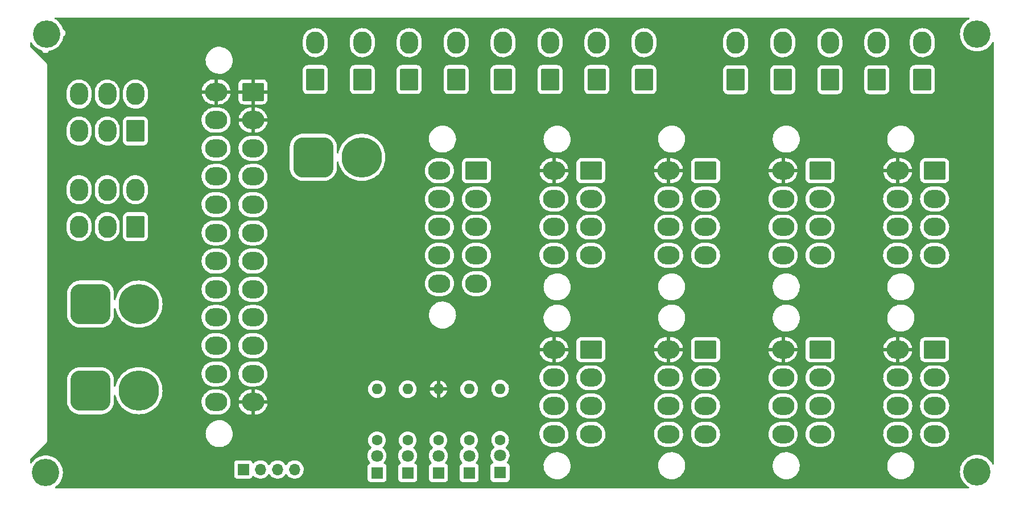
<source format=gbr>
%TF.GenerationSoftware,KiCad,Pcbnew,(6.0.9)*%
%TF.CreationDate,2023-01-09T20:02:48-09:00*%
%TF.ProjectId,ATX_PSU_Board,4154585f-5053-4555-9f42-6f6172642e6b,rev?*%
%TF.SameCoordinates,Original*%
%TF.FileFunction,Copper,L3,Inr*%
%TF.FilePolarity,Positive*%
%FSLAX46Y46*%
G04 Gerber Fmt 4.6, Leading zero omitted, Abs format (unit mm)*
G04 Created by KiCad (PCBNEW (6.0.9)) date 2023-01-09 20:02:48*
%MOMM*%
%LPD*%
G01*
G04 APERTURE LIST*
G04 Aperture macros list*
%AMRoundRect*
0 Rectangle with rounded corners*
0 $1 Rounding radius*
0 $2 $3 $4 $5 $6 $7 $8 $9 X,Y pos of 4 corners*
0 Add a 4 corners polygon primitive as box body*
4,1,4,$2,$3,$4,$5,$6,$7,$8,$9,$2,$3,0*
0 Add four circle primitives for the rounded corners*
1,1,$1+$1,$2,$3*
1,1,$1+$1,$4,$5*
1,1,$1+$1,$6,$7*
1,1,$1+$1,$8,$9*
0 Add four rect primitives between the rounded corners*
20,1,$1+$1,$2,$3,$4,$5,0*
20,1,$1+$1,$4,$5,$6,$7,0*
20,1,$1+$1,$6,$7,$8,$9,0*
20,1,$1+$1,$8,$9,$2,$3,0*%
G04 Aperture macros list end*
%TA.AperFunction,ComponentPad*%
%ADD10RoundRect,0.250001X1.099999X1.399999X-1.099999X1.399999X-1.099999X-1.399999X1.099999X-1.399999X0*%
%TD*%
%TA.AperFunction,ComponentPad*%
%ADD11O,2.700000X3.300000*%
%TD*%
%TA.AperFunction,ComponentPad*%
%ADD12RoundRect,0.250001X-1.399999X1.099999X-1.399999X-1.099999X1.399999X-1.099999X1.399999X1.099999X0*%
%TD*%
%TA.AperFunction,ComponentPad*%
%ADD13O,3.300000X2.700000*%
%TD*%
%TA.AperFunction,ComponentPad*%
%ADD14C,4.064000*%
%TD*%
%TA.AperFunction,ComponentPad*%
%ADD15RoundRect,1.500000X-1.500000X-1.500000X1.500000X-1.500000X1.500000X1.500000X-1.500000X1.500000X0*%
%TD*%
%TA.AperFunction,ComponentPad*%
%ADD16C,6.000000*%
%TD*%
%TA.AperFunction,ComponentPad*%
%ADD17C,1.600000*%
%TD*%
%TA.AperFunction,ComponentPad*%
%ADD18O,1.600000X1.600000*%
%TD*%
%TA.AperFunction,ComponentPad*%
%ADD19R,1.800000X1.800000*%
%TD*%
%TA.AperFunction,ComponentPad*%
%ADD20C,1.800000*%
%TD*%
%TA.AperFunction,ComponentPad*%
%ADD21R,1.700000X1.700000*%
%TD*%
%TA.AperFunction,ComponentPad*%
%ADD22O,1.700000X1.700000*%
%TD*%
G04 APERTURE END LIST*
D10*
%TO.N,/+5V_SUPPLY*%
%TO.C,J12*%
X78519800Y-63093600D03*
D11*
%TO.N,GND*%
X78519800Y-57593600D03*
%TD*%
D12*
%TO.N,/+3.3V_SUPPLY*%
%TO.C,J2*%
X69248800Y-64922400D03*
D13*
X69248800Y-69122400D03*
%TO.N,GND*%
X69248800Y-73322400D03*
%TO.N,/+5V_SUPPLY*%
X69248800Y-77522400D03*
%TO.N,GND*%
X69248800Y-81722400D03*
%TO.N,/+5V_SUPPLY*%
X69248800Y-85922400D03*
%TO.N,GND*%
X69248800Y-90122400D03*
%TO.N,/PWR_OK*%
X69248800Y-94322400D03*
%TO.N,/+5VSB_SUPPLY*%
X69248800Y-98522400D03*
%TO.N,/+12V_SUPPLY*%
X69248800Y-102722400D03*
X69248800Y-106922400D03*
%TO.N,/+3.3V_SUPPLY*%
X69248800Y-111122400D03*
X63748800Y-64922400D03*
%TO.N,Net-(J2-Pad14)*%
X63748800Y-69122400D03*
%TO.N,GND*%
X63748800Y-73322400D03*
%TO.N,/PS_ON*%
X63748800Y-77522400D03*
%TO.N,GND*%
X63748800Y-81722400D03*
X63748800Y-85922400D03*
X63748800Y-90122400D03*
%TO.N,Net-(J2-Pad20)*%
X63748800Y-94322400D03*
%TO.N,/+5V_SUPPLY*%
X63748800Y-98522400D03*
X63748800Y-102722400D03*
X63748800Y-106922400D03*
%TO.N,GND*%
X63748800Y-111122400D03*
%TD*%
D12*
%TO.N,GND*%
%TO.C,J6*%
X153643700Y-76664600D03*
D13*
X153643700Y-80864600D03*
%TO.N,/+12V_SUPPLY*%
X153643700Y-85064600D03*
X153643700Y-89264600D03*
%TO.N,/+3.3V_SUPPLY*%
X148143700Y-76664600D03*
%TO.N,/+5V_SUPPLY*%
X148143700Y-80864600D03*
X148143700Y-85064600D03*
%TO.N,/+12V_SUPPLY*%
X148143700Y-89264600D03*
%TD*%
D14*
%TO.N,N/C*%
%TO.C,H2*%
X177000000Y-121500000D03*
%TD*%
%TO.N,N/C*%
%TO.C,H1*%
X38506400Y-56286400D03*
%TD*%
%TO.N,N/C*%
%TO.C,H3*%
X38404800Y-121615200D03*
%TD*%
D12*
%TO.N,GND*%
%TO.C,J7*%
X170696400Y-76664600D03*
D13*
X170696400Y-80864600D03*
%TO.N,/+12V_SUPPLY*%
X170696400Y-85064600D03*
X170696400Y-89264600D03*
%TO.N,/+3.3V_SUPPLY*%
X165196400Y-76664600D03*
%TO.N,/+5V_SUPPLY*%
X165196400Y-80864600D03*
X165196400Y-85064600D03*
%TO.N,/+12V_SUPPLY*%
X165196400Y-89264600D03*
%TD*%
D12*
%TO.N,GND*%
%TO.C,J10*%
X153643700Y-103301800D03*
D13*
X153643700Y-107501800D03*
%TO.N,/+12V_SUPPLY*%
X153643700Y-111701800D03*
X153643700Y-115901800D03*
%TO.N,/+3.3V_SUPPLY*%
X148143700Y-103301800D03*
%TO.N,/+5V_SUPPLY*%
X148143700Y-107501800D03*
X148143700Y-111701800D03*
%TO.N,/+12V_SUPPLY*%
X148143700Y-115901800D03*
%TD*%
D12*
%TO.N,GND*%
%TO.C,J8*%
X119538300Y-103301800D03*
D13*
X119538300Y-107501800D03*
%TO.N,/+12V_SUPPLY*%
X119538300Y-111701800D03*
X119538300Y-115901800D03*
%TO.N,/+3.3V_SUPPLY*%
X114038300Y-103301800D03*
%TO.N,/+5V_SUPPLY*%
X114038300Y-107501800D03*
X114038300Y-111701800D03*
%TO.N,/+12V_SUPPLY*%
X114038300Y-115901800D03*
%TD*%
D12*
%TO.N,GND*%
%TO.C,J5*%
X136591000Y-76664600D03*
D13*
X136591000Y-80864600D03*
%TO.N,/+12V_SUPPLY*%
X136591000Y-85064600D03*
X136591000Y-89264600D03*
%TO.N,/+3.3V_SUPPLY*%
X131091000Y-76664600D03*
%TO.N,/+5V_SUPPLY*%
X131091000Y-80864600D03*
X131091000Y-85064600D03*
%TO.N,/+12V_SUPPLY*%
X131091000Y-89264600D03*
%TD*%
D12*
%TO.N,GND*%
%TO.C,J9*%
X136591000Y-103301800D03*
D13*
X136591000Y-107501800D03*
%TO.N,/+12V_SUPPLY*%
X136591000Y-111701800D03*
X136591000Y-115901800D03*
%TO.N,/+3.3V_SUPPLY*%
X131091000Y-103301800D03*
%TO.N,/+5V_SUPPLY*%
X131091000Y-107501800D03*
X131091000Y-111701800D03*
%TO.N,/+12V_SUPPLY*%
X131091000Y-115901800D03*
%TD*%
D14*
%TO.N,N/C*%
%TO.C,H4*%
X177000000Y-56337200D03*
%TD*%
D15*
%TO.N,GND*%
%TO.C,J28*%
X78228400Y-74676800D03*
D16*
%TO.N,/+5V_SUPPLY*%
X85428400Y-74676800D03*
%TD*%
D10*
%TO.N,/+5V_SUPPLY*%
%TO.C,J13*%
X85504800Y-63093600D03*
D11*
%TO.N,GND*%
X85504800Y-57593600D03*
%TD*%
D10*
%TO.N,/+5V_SUPPLY*%
%TO.C,J14*%
X92489800Y-63093600D03*
D11*
%TO.N,GND*%
X92489800Y-57593600D03*
%TD*%
D10*
%TO.N,/+5V_SUPPLY*%
%TO.C,J15*%
X99474800Y-63093600D03*
D11*
%TO.N,GND*%
X99474800Y-57593600D03*
%TD*%
D10*
%TO.N,/+5V_SUPPLY*%
%TO.C,J16*%
X106459800Y-63093600D03*
D11*
%TO.N,GND*%
X106459800Y-57593600D03*
%TD*%
D10*
%TO.N,/+5V_SUPPLY*%
%TO.C,J17*%
X113444800Y-63093600D03*
D11*
%TO.N,GND*%
X113444800Y-57593600D03*
%TD*%
D10*
%TO.N,/+5V_SUPPLY*%
%TO.C,J18*%
X120429800Y-63093600D03*
D11*
%TO.N,GND*%
X120429800Y-57593600D03*
%TD*%
D10*
%TO.N,/+5V_SUPPLY*%
%TO.C,J19*%
X127414800Y-63093600D03*
D11*
%TO.N,GND*%
X127414800Y-57593600D03*
%TD*%
D10*
%TO.N,/+12V_SUPPLY*%
%TO.C,J21*%
X162093058Y-63107200D03*
D11*
%TO.N,GND*%
X162093058Y-57607200D03*
%TD*%
D10*
%TO.N,/+12V_SUPPLY*%
%TO.C,J22*%
X155089916Y-63107200D03*
D11*
%TO.N,GND*%
X155089916Y-57607200D03*
%TD*%
D10*
%TO.N,/+12V_SUPPLY*%
%TO.C,J23*%
X148086774Y-63107200D03*
D11*
%TO.N,GND*%
X148086774Y-57607200D03*
%TD*%
D10*
%TO.N,/+12V_SUPPLY*%
%TO.C,J24*%
X141083632Y-63107200D03*
D11*
%TO.N,GND*%
X141083632Y-57607200D03*
%TD*%
D12*
%TO.N,GND*%
%TO.C,J4*%
X119538300Y-76664600D03*
D13*
X119538300Y-80864600D03*
%TO.N,/+12V_SUPPLY*%
X119538300Y-85064600D03*
X119538300Y-89264600D03*
%TO.N,/+3.3V_SUPPLY*%
X114038300Y-76664600D03*
%TO.N,/+5V_SUPPLY*%
X114038300Y-80864600D03*
X114038300Y-85064600D03*
%TO.N,/+12V_SUPPLY*%
X114038300Y-89264600D03*
%TD*%
D12*
%TO.N,GND*%
%TO.C,J11*%
X170696400Y-103301800D03*
D13*
X170696400Y-107501800D03*
%TO.N,/+12V_SUPPLY*%
X170696400Y-111701800D03*
X170696400Y-115901800D03*
%TO.N,/+3.3V_SUPPLY*%
X165196400Y-103301800D03*
%TO.N,/+5V_SUPPLY*%
X165196400Y-107501800D03*
X165196400Y-111701800D03*
%TO.N,/+12V_SUPPLY*%
X165196400Y-115901800D03*
%TD*%
D10*
%TO.N,/+12V_SUPPLY*%
%TO.C,J20*%
X168867600Y-63093600D03*
D11*
%TO.N,GND*%
X168867600Y-57593600D03*
%TD*%
D15*
%TO.N,GND*%
%TO.C,J29*%
X45055200Y-96526400D03*
D16*
%TO.N,/+12V_SUPPLY*%
X52255200Y-96526400D03*
%TD*%
D15*
%TO.N,GND*%
%TO.C,J30*%
X45055200Y-109426800D03*
D16*
%TO.N,/+12V_SUPPLY*%
X52255200Y-109426800D03*
%TD*%
D10*
%TO.N,/+12V_SUPPLY*%
%TO.C,J25*%
X51750000Y-85000000D03*
D11*
X47550000Y-85000000D03*
X43350000Y-85000000D03*
%TO.N,GND*%
X51750000Y-79500000D03*
X47550000Y-79500000D03*
X43350000Y-79500000D03*
%TD*%
D10*
%TO.N,/+12V_SUPPLY*%
%TO.C,J26*%
X51750000Y-70750000D03*
D11*
X47550000Y-70750000D03*
X43350000Y-70750000D03*
%TO.N,GND*%
X51750000Y-65250000D03*
X47550000Y-65250000D03*
X43350000Y-65250000D03*
%TD*%
D12*
%TO.N,/+5V_SUPPLY*%
%TO.C,J3*%
X102485600Y-76664600D03*
D13*
X102485600Y-80864600D03*
X102485600Y-85064600D03*
%TO.N,GND*%
X102485600Y-89264600D03*
X102485600Y-93464600D03*
%TO.N,/+5V_SUPPLY*%
X96985600Y-76664600D03*
X96985600Y-80864600D03*
%TO.N,/+12V_SUPPLY*%
X96985600Y-85064600D03*
%TO.N,GND*%
X96985600Y-89264600D03*
X96985600Y-93464600D03*
%TD*%
D17*
%TO.N,Net-(D1-Pad2)*%
%TO.C,R1*%
X87694000Y-116810100D03*
D18*
%TO.N,/+5VSB_SUPPLY*%
X87694000Y-109190100D03*
%TD*%
D17*
%TO.N,Net-(D4-Pad2)*%
%TO.C,R4*%
X101410000Y-116810100D03*
D18*
%TO.N,/+12V_SUPPLY*%
X101410000Y-109190100D03*
%TD*%
D17*
%TO.N,Net-(D5-Pad2)*%
%TO.C,R5*%
X106020000Y-116747600D03*
D18*
%TO.N,/PWR_OK*%
X106020000Y-109127600D03*
%TD*%
D17*
%TO.N,Net-(D3-Pad2)*%
%TO.C,R3*%
X96838000Y-116810100D03*
D18*
%TO.N,/+3.3V_SUPPLY*%
X96838000Y-109190100D03*
%TD*%
D17*
%TO.N,Net-(D2-Pad2)*%
%TO.C,R2*%
X92266000Y-116810100D03*
D18*
%TO.N,/+5V_SUPPLY*%
X92266000Y-109190100D03*
%TD*%
D19*
%TO.N,GND*%
%TO.C,D5*%
X106010000Y-121597600D03*
D20*
%TO.N,Net-(D5-Pad2)*%
X106010000Y-119057600D03*
%TD*%
D19*
%TO.N,GND*%
%TO.C,D2*%
X92266000Y-121645600D03*
D20*
%TO.N,Net-(D2-Pad2)*%
X92266000Y-119105600D03*
%TD*%
D19*
%TO.N,GND*%
%TO.C,D1*%
X87694000Y-121645600D03*
D20*
%TO.N,Net-(D1-Pad2)*%
X87694000Y-119105600D03*
%TD*%
D19*
%TO.N,GND*%
%TO.C,D3*%
X96838000Y-121645600D03*
D20*
%TO.N,Net-(D3-Pad2)*%
X96838000Y-119105600D03*
%TD*%
D19*
%TO.N,GND*%
%TO.C,D4*%
X101410000Y-121645600D03*
D20*
%TO.N,Net-(D4-Pad2)*%
X101410000Y-119105600D03*
%TD*%
D21*
%TO.N,/PS_ON*%
%TO.C,J1*%
X67801000Y-121158000D03*
D22*
%TO.N,/+5VSB_SUPPLY*%
X70341000Y-121158000D03*
%TO.N,/PWR_OK*%
X72881000Y-121158000D03*
%TO.N,GND*%
X75421000Y-121158000D03*
%TD*%
%TA.AperFunction,Conductor*%
%TO.N,/+3.3V_SUPPLY*%
G36*
X175830870Y-53868502D02*
G01*
X175877363Y-53922158D01*
X175887467Y-53992432D01*
X175857973Y-54057012D01*
X175823451Y-54084914D01*
X175636041Y-54187944D01*
X175377423Y-54375841D01*
X175144394Y-54594670D01*
X174940629Y-54840979D01*
X174769341Y-55110885D01*
X174767657Y-55114464D01*
X174767653Y-55114471D01*
X174634922Y-55396540D01*
X174633233Y-55400130D01*
X174632007Y-55403902D01*
X174632007Y-55403903D01*
X174614654Y-55457311D01*
X174534449Y-55704154D01*
X174474549Y-56018161D01*
X174454477Y-56337200D01*
X174474549Y-56656239D01*
X174534449Y-56970246D01*
X174553587Y-57029147D01*
X174606560Y-57192178D01*
X174633233Y-57274270D01*
X174634920Y-57277856D01*
X174634922Y-57277860D01*
X174767653Y-57559929D01*
X174767656Y-57559935D01*
X174769341Y-57563515D01*
X174771465Y-57566861D01*
X174771465Y-57566862D01*
X174906264Y-57779270D01*
X174940629Y-57833421D01*
X174943154Y-57836473D01*
X175104615Y-58031645D01*
X175144394Y-58079730D01*
X175377423Y-58298559D01*
X175636041Y-58486456D01*
X175639510Y-58488363D01*
X175639513Y-58488365D01*
X175876035Y-58618394D01*
X175916169Y-58640458D01*
X176023871Y-58683100D01*
X176209707Y-58756678D01*
X176209710Y-58756679D01*
X176213390Y-58758136D01*
X176217224Y-58759120D01*
X176217232Y-58759123D01*
X176398043Y-58805547D01*
X176523017Y-58837635D01*
X176526945Y-58838131D01*
X176526949Y-58838132D01*
X176634337Y-58851698D01*
X176840165Y-58877700D01*
X177159835Y-58877700D01*
X177365663Y-58851698D01*
X177473051Y-58838132D01*
X177473055Y-58838131D01*
X177476983Y-58837635D01*
X177601957Y-58805547D01*
X177782768Y-58759123D01*
X177782776Y-58759120D01*
X177786610Y-58758136D01*
X177790290Y-58756679D01*
X177790293Y-58756678D01*
X177976129Y-58683100D01*
X178083831Y-58640458D01*
X178123966Y-58618394D01*
X178360487Y-58488365D01*
X178360490Y-58488363D01*
X178363959Y-58486456D01*
X178622577Y-58298559D01*
X178855606Y-58079730D01*
X178895386Y-58031645D01*
X179056846Y-57836473D01*
X179059371Y-57833421D01*
X179093737Y-57779270D01*
X179228535Y-57566862D01*
X179228535Y-57566861D01*
X179230659Y-57563515D01*
X179251493Y-57519241D01*
X179298595Y-57466122D01*
X179366940Y-57446899D01*
X179434828Y-57467678D01*
X179480704Y-57521862D01*
X179491500Y-57572891D01*
X179491500Y-120264309D01*
X179471498Y-120332430D01*
X179417842Y-120378923D01*
X179347568Y-120389027D01*
X179282988Y-120359533D01*
X179251492Y-120317958D01*
X179230659Y-120273685D01*
X179221889Y-120259866D01*
X179061498Y-120007130D01*
X179061495Y-120007126D01*
X179059371Y-120003779D01*
X178918518Y-119833517D01*
X178858131Y-119760522D01*
X178858130Y-119760521D01*
X178855606Y-119757470D01*
X178840024Y-119742837D01*
X178715477Y-119625880D01*
X178622577Y-119538641D01*
X178614852Y-119533028D01*
X178478362Y-119433863D01*
X178363959Y-119350744D01*
X178345118Y-119340386D01*
X178087293Y-119198645D01*
X178087290Y-119198643D01*
X178083831Y-119196742D01*
X177875525Y-119114268D01*
X177790293Y-119080522D01*
X177790290Y-119080521D01*
X177786610Y-119079064D01*
X177782776Y-119078080D01*
X177782768Y-119078077D01*
X177588606Y-119028225D01*
X177476983Y-118999565D01*
X177473055Y-118999069D01*
X177473051Y-118999068D01*
X177323170Y-118980134D01*
X177159835Y-118959500D01*
X176840165Y-118959500D01*
X176676830Y-118980134D01*
X176526949Y-118999068D01*
X176526945Y-118999069D01*
X176523017Y-118999565D01*
X176411394Y-119028225D01*
X176217232Y-119078077D01*
X176217224Y-119078080D01*
X176213390Y-119079064D01*
X176209710Y-119080521D01*
X176209707Y-119080522D01*
X176124475Y-119114268D01*
X175916169Y-119196742D01*
X175912710Y-119198643D01*
X175912707Y-119198645D01*
X175654882Y-119340386D01*
X175636041Y-119350744D01*
X175521638Y-119433863D01*
X175385149Y-119533028D01*
X175377423Y-119538641D01*
X175284523Y-119625880D01*
X175159977Y-119742837D01*
X175144394Y-119757470D01*
X175141870Y-119760521D01*
X175141869Y-119760522D01*
X175081482Y-119833517D01*
X174940629Y-120003779D01*
X174938505Y-120007126D01*
X174938502Y-120007130D01*
X174778111Y-120259866D01*
X174769341Y-120273685D01*
X174767657Y-120277264D01*
X174767653Y-120277271D01*
X174634922Y-120559340D01*
X174633233Y-120562930D01*
X174534449Y-120866954D01*
X174474549Y-121180961D01*
X174454477Y-121500000D01*
X174474549Y-121819039D01*
X174534449Y-122133046D01*
X174633233Y-122437070D01*
X174634920Y-122440656D01*
X174634922Y-122440660D01*
X174767653Y-122722729D01*
X174767656Y-122722735D01*
X174769341Y-122726315D01*
X174771465Y-122729661D01*
X174771465Y-122729662D01*
X174912164Y-122951367D01*
X174940629Y-122996221D01*
X175144394Y-123242530D01*
X175377423Y-123461359D01*
X175636041Y-123649256D01*
X175719335Y-123695047D01*
X175755783Y-123715085D01*
X175805842Y-123765431D01*
X175820735Y-123834848D01*
X175795734Y-123901297D01*
X175738777Y-123943681D01*
X175695082Y-123951500D01*
X39899103Y-123951500D01*
X39830982Y-123931498D01*
X39784489Y-123877842D01*
X39774385Y-123807568D01*
X39803879Y-123742988D01*
X39825042Y-123723564D01*
X40024173Y-123578887D01*
X40024175Y-123578886D01*
X40027377Y-123576559D01*
X40260406Y-123357730D01*
X40464171Y-123111421D01*
X40500783Y-123053731D01*
X40633335Y-122844862D01*
X40633335Y-122844861D01*
X40635459Y-122841515D01*
X40637143Y-122837936D01*
X40637147Y-122837929D01*
X40769878Y-122555860D01*
X40769880Y-122555856D01*
X40771567Y-122552270D01*
X40782133Y-122519753D01*
X40851365Y-122306677D01*
X40870351Y-122248246D01*
X40906998Y-122056134D01*
X66442500Y-122056134D01*
X66449255Y-122118316D01*
X66500385Y-122254705D01*
X66587739Y-122371261D01*
X66704295Y-122458615D01*
X66840684Y-122509745D01*
X66902866Y-122516500D01*
X68699134Y-122516500D01*
X68761316Y-122509745D01*
X68897705Y-122458615D01*
X69014261Y-122371261D01*
X69101615Y-122254705D01*
X69142087Y-122146747D01*
X69145598Y-122137382D01*
X69188240Y-122080618D01*
X69254802Y-122055918D01*
X69324150Y-122071126D01*
X69358817Y-122099114D01*
X69387250Y-122131938D01*
X69559126Y-122274632D01*
X69752000Y-122387338D01*
X69960692Y-122467030D01*
X69965760Y-122468061D01*
X69965763Y-122468062D01*
X70073017Y-122489883D01*
X70179597Y-122511567D01*
X70184772Y-122511757D01*
X70184774Y-122511757D01*
X70397673Y-122519564D01*
X70397677Y-122519564D01*
X70402837Y-122519753D01*
X70407957Y-122519097D01*
X70407959Y-122519097D01*
X70619288Y-122492025D01*
X70619289Y-122492025D01*
X70624416Y-122491368D01*
X70629366Y-122489883D01*
X70833429Y-122428661D01*
X70833434Y-122428659D01*
X70838384Y-122427174D01*
X71038994Y-122328896D01*
X71220860Y-122199173D01*
X71287219Y-122133046D01*
X71367601Y-122052944D01*
X71379096Y-122041489D01*
X71443338Y-121952087D01*
X71509453Y-121860077D01*
X71510776Y-121861028D01*
X71557645Y-121817857D01*
X71627580Y-121805625D01*
X71693026Y-121833144D01*
X71720875Y-121864994D01*
X71780987Y-121963088D01*
X71927250Y-122131938D01*
X72099126Y-122274632D01*
X72292000Y-122387338D01*
X72500692Y-122467030D01*
X72505760Y-122468061D01*
X72505763Y-122468062D01*
X72613017Y-122489883D01*
X72719597Y-122511567D01*
X72724772Y-122511757D01*
X72724774Y-122511757D01*
X72937673Y-122519564D01*
X72937677Y-122519564D01*
X72942837Y-122519753D01*
X72947957Y-122519097D01*
X72947959Y-122519097D01*
X73159288Y-122492025D01*
X73159289Y-122492025D01*
X73164416Y-122491368D01*
X73169366Y-122489883D01*
X73373429Y-122428661D01*
X73373434Y-122428659D01*
X73378384Y-122427174D01*
X73578994Y-122328896D01*
X73760860Y-122199173D01*
X73827219Y-122133046D01*
X73907601Y-122052944D01*
X73919096Y-122041489D01*
X73983338Y-121952087D01*
X74049453Y-121860077D01*
X74050776Y-121861028D01*
X74097645Y-121817857D01*
X74167580Y-121805625D01*
X74233026Y-121833144D01*
X74260875Y-121864994D01*
X74320987Y-121963088D01*
X74467250Y-122131938D01*
X74639126Y-122274632D01*
X74832000Y-122387338D01*
X75040692Y-122467030D01*
X75045760Y-122468061D01*
X75045763Y-122468062D01*
X75153017Y-122489883D01*
X75259597Y-122511567D01*
X75264772Y-122511757D01*
X75264774Y-122511757D01*
X75477673Y-122519564D01*
X75477677Y-122519564D01*
X75482837Y-122519753D01*
X75487957Y-122519097D01*
X75487959Y-122519097D01*
X75699288Y-122492025D01*
X75699289Y-122492025D01*
X75704416Y-122491368D01*
X75709366Y-122489883D01*
X75913429Y-122428661D01*
X75913434Y-122428659D01*
X75918384Y-122427174D01*
X76118994Y-122328896D01*
X76300860Y-122199173D01*
X76367219Y-122133046D01*
X76447601Y-122052944D01*
X76459096Y-122041489D01*
X76523338Y-121952087D01*
X76586435Y-121864277D01*
X76589453Y-121860077D01*
X76597079Y-121844648D01*
X76686136Y-121664453D01*
X76686137Y-121664451D01*
X76688430Y-121659811D01*
X76735782Y-121503958D01*
X76751865Y-121451023D01*
X76751865Y-121451021D01*
X76753370Y-121446069D01*
X76782529Y-121224590D01*
X76782611Y-121221240D01*
X76784074Y-121161365D01*
X76784074Y-121161361D01*
X76784156Y-121158000D01*
X76765852Y-120935361D01*
X76711431Y-120718702D01*
X76622354Y-120513840D01*
X76543837Y-120392471D01*
X76503822Y-120330617D01*
X76503820Y-120330614D01*
X76501014Y-120326277D01*
X76350670Y-120161051D01*
X76346619Y-120157852D01*
X76346615Y-120157848D01*
X76179414Y-120025800D01*
X76179410Y-120025798D01*
X76175359Y-120022598D01*
X76165958Y-120017408D01*
X76123136Y-119993769D01*
X75979789Y-119914638D01*
X75974920Y-119912914D01*
X75974916Y-119912912D01*
X75774087Y-119841795D01*
X75774083Y-119841794D01*
X75769212Y-119840069D01*
X75764119Y-119839162D01*
X75764116Y-119839161D01*
X75554373Y-119801800D01*
X75554367Y-119801799D01*
X75549284Y-119800894D01*
X75475452Y-119799992D01*
X75331081Y-119798228D01*
X75331079Y-119798228D01*
X75325911Y-119798165D01*
X75105091Y-119831955D01*
X74892756Y-119901357D01*
X74862443Y-119917137D01*
X74734195Y-119983899D01*
X74694607Y-120004507D01*
X74690474Y-120007610D01*
X74690471Y-120007612D01*
X74550503Y-120112703D01*
X74515965Y-120138635D01*
X74467674Y-120189169D01*
X74390107Y-120270338D01*
X74361629Y-120300138D01*
X74254201Y-120457621D01*
X74199293Y-120502621D01*
X74128768Y-120510792D01*
X74065021Y-120479538D01*
X74044324Y-120455054D01*
X73963822Y-120330617D01*
X73963820Y-120330614D01*
X73961014Y-120326277D01*
X73810670Y-120161051D01*
X73806619Y-120157852D01*
X73806615Y-120157848D01*
X73639414Y-120025800D01*
X73639410Y-120025798D01*
X73635359Y-120022598D01*
X73625958Y-120017408D01*
X73583136Y-119993769D01*
X73439789Y-119914638D01*
X73434920Y-119912914D01*
X73434916Y-119912912D01*
X73234087Y-119841795D01*
X73234083Y-119841794D01*
X73229212Y-119840069D01*
X73224119Y-119839162D01*
X73224116Y-119839161D01*
X73014373Y-119801800D01*
X73014367Y-119801799D01*
X73009284Y-119800894D01*
X72935452Y-119799992D01*
X72791081Y-119798228D01*
X72791079Y-119798228D01*
X72785911Y-119798165D01*
X72565091Y-119831955D01*
X72352756Y-119901357D01*
X72322443Y-119917137D01*
X72194195Y-119983899D01*
X72154607Y-120004507D01*
X72150474Y-120007610D01*
X72150471Y-120007612D01*
X72010503Y-120112703D01*
X71975965Y-120138635D01*
X71927674Y-120189169D01*
X71850107Y-120270338D01*
X71821629Y-120300138D01*
X71714201Y-120457621D01*
X71659293Y-120502621D01*
X71588768Y-120510792D01*
X71525021Y-120479538D01*
X71504324Y-120455054D01*
X71423822Y-120330617D01*
X71423820Y-120330614D01*
X71421014Y-120326277D01*
X71270670Y-120161051D01*
X71266619Y-120157852D01*
X71266615Y-120157848D01*
X71099414Y-120025800D01*
X71099410Y-120025798D01*
X71095359Y-120022598D01*
X71085958Y-120017408D01*
X71043136Y-119993769D01*
X70899789Y-119914638D01*
X70894920Y-119912914D01*
X70894916Y-119912912D01*
X70694087Y-119841795D01*
X70694083Y-119841794D01*
X70689212Y-119840069D01*
X70684119Y-119839162D01*
X70684116Y-119839161D01*
X70474373Y-119801800D01*
X70474367Y-119801799D01*
X70469284Y-119800894D01*
X70395452Y-119799992D01*
X70251081Y-119798228D01*
X70251079Y-119798228D01*
X70245911Y-119798165D01*
X70025091Y-119831955D01*
X69812756Y-119901357D01*
X69782443Y-119917137D01*
X69654195Y-119983899D01*
X69614607Y-120004507D01*
X69610474Y-120007610D01*
X69610471Y-120007612D01*
X69470503Y-120112703D01*
X69435965Y-120138635D01*
X69356391Y-120221905D01*
X69355283Y-120223064D01*
X69293759Y-120258494D01*
X69222846Y-120255037D01*
X69165060Y-120213791D01*
X69146207Y-120180243D01*
X69104767Y-120069703D01*
X69101615Y-120061295D01*
X69014261Y-119944739D01*
X68897705Y-119857385D01*
X68761316Y-119806255D01*
X68699134Y-119799500D01*
X66902866Y-119799500D01*
X66840684Y-119806255D01*
X66704295Y-119857385D01*
X66587739Y-119944739D01*
X66500385Y-120061295D01*
X66449255Y-120197684D01*
X66442500Y-120259866D01*
X66442500Y-122056134D01*
X40906998Y-122056134D01*
X40930251Y-121934239D01*
X40950323Y-121615200D01*
X40930251Y-121296161D01*
X40870351Y-120982154D01*
X40771567Y-120678130D01*
X40767462Y-120669406D01*
X40637147Y-120392471D01*
X40637143Y-120392464D01*
X40635459Y-120388885D01*
X40600843Y-120334339D01*
X40466298Y-120122330D01*
X40466295Y-120122326D01*
X40464171Y-120118979D01*
X40346931Y-119977260D01*
X40262931Y-119875722D01*
X40262930Y-119875721D01*
X40260406Y-119872670D01*
X40227528Y-119841795D01*
X40172069Y-119789716D01*
X40027377Y-119653841D01*
X39768759Y-119465944D01*
X39710404Y-119433863D01*
X39492093Y-119313845D01*
X39492090Y-119313843D01*
X39488631Y-119311942D01*
X39281164Y-119229800D01*
X39195093Y-119195722D01*
X39195090Y-119195721D01*
X39191410Y-119194264D01*
X39187576Y-119193280D01*
X39187568Y-119193277D01*
X38953952Y-119133295D01*
X38881783Y-119114765D01*
X38877855Y-119114269D01*
X38877851Y-119114268D01*
X38748686Y-119097951D01*
X38564635Y-119074700D01*
X38244965Y-119074700D01*
X38060914Y-119097951D01*
X37931749Y-119114268D01*
X37931745Y-119114269D01*
X37927817Y-119114765D01*
X37855648Y-119133295D01*
X37622032Y-119193277D01*
X37622024Y-119193280D01*
X37618190Y-119194264D01*
X37614510Y-119195721D01*
X37614507Y-119195722D01*
X37528436Y-119229800D01*
X37320969Y-119311942D01*
X37317510Y-119313843D01*
X37317507Y-119313845D01*
X37099196Y-119433863D01*
X37040841Y-119465944D01*
X36782223Y-119653841D01*
X36637531Y-119789716D01*
X36582073Y-119841795D01*
X36549194Y-119872670D01*
X36546670Y-119875721D01*
X36546669Y-119875722D01*
X36462669Y-119977260D01*
X36345429Y-120118979D01*
X36343305Y-120122326D01*
X36343302Y-120122330D01*
X36300885Y-120189169D01*
X36247496Y-120235968D01*
X36177281Y-120246473D01*
X36112533Y-120217349D01*
X36073809Y-120157843D01*
X36068500Y-120121655D01*
X36068500Y-119642817D01*
X36088502Y-119574696D01*
X36105405Y-119553722D01*
X36588058Y-119071069D01*
X86281095Y-119071069D01*
X86281392Y-119076222D01*
X86281392Y-119076225D01*
X86291499Y-119251513D01*
X86294427Y-119302297D01*
X86295564Y-119307343D01*
X86295565Y-119307349D01*
X86319812Y-119414941D01*
X86345346Y-119528242D01*
X86347288Y-119533024D01*
X86347289Y-119533028D01*
X86391870Y-119642817D01*
X86432484Y-119742837D01*
X86553501Y-119940319D01*
X86611792Y-120007612D01*
X86665304Y-120069388D01*
X86694786Y-120133973D01*
X86684671Y-120204246D01*
X86638170Y-120257894D01*
X86614296Y-120269867D01*
X86558515Y-120290779D01*
X86547295Y-120294985D01*
X86430739Y-120382339D01*
X86343385Y-120498895D01*
X86292255Y-120635284D01*
X86285500Y-120697466D01*
X86285500Y-122593734D01*
X86292255Y-122655916D01*
X86343385Y-122792305D01*
X86430739Y-122908861D01*
X86547295Y-122996215D01*
X86683684Y-123047345D01*
X86745866Y-123054100D01*
X88642134Y-123054100D01*
X88704316Y-123047345D01*
X88840705Y-122996215D01*
X88957261Y-122908861D01*
X89044615Y-122792305D01*
X89095745Y-122655916D01*
X89102500Y-122593734D01*
X89102500Y-120697466D01*
X89095745Y-120635284D01*
X89044615Y-120498895D01*
X88957261Y-120382339D01*
X88840705Y-120294985D01*
X88832296Y-120291833D01*
X88832295Y-120291832D01*
X88773804Y-120269905D01*
X88717039Y-120227264D01*
X88692339Y-120160703D01*
X88707546Y-120091354D01*
X88729093Y-120062673D01*
X88766636Y-120025260D01*
X88766640Y-120025255D01*
X88770303Y-120021605D01*
X88905458Y-119833517D01*
X88921134Y-119801800D01*
X89005784Y-119630522D01*
X89005785Y-119630520D01*
X89008078Y-119625880D01*
X89075408Y-119404271D01*
X89105640Y-119174641D01*
X89105722Y-119171291D01*
X89107245Y-119108965D01*
X89107245Y-119108961D01*
X89107327Y-119105600D01*
X89104488Y-119071069D01*
X90853095Y-119071069D01*
X90853392Y-119076222D01*
X90853392Y-119076225D01*
X90863499Y-119251513D01*
X90866427Y-119302297D01*
X90867564Y-119307343D01*
X90867565Y-119307349D01*
X90891812Y-119414941D01*
X90917346Y-119528242D01*
X90919288Y-119533024D01*
X90919289Y-119533028D01*
X90963870Y-119642817D01*
X91004484Y-119742837D01*
X91125501Y-119940319D01*
X91183792Y-120007612D01*
X91237304Y-120069388D01*
X91266786Y-120133973D01*
X91256671Y-120204246D01*
X91210170Y-120257894D01*
X91186296Y-120269867D01*
X91130515Y-120290779D01*
X91119295Y-120294985D01*
X91002739Y-120382339D01*
X90915385Y-120498895D01*
X90864255Y-120635284D01*
X90857500Y-120697466D01*
X90857500Y-122593734D01*
X90864255Y-122655916D01*
X90915385Y-122792305D01*
X91002739Y-122908861D01*
X91119295Y-122996215D01*
X91255684Y-123047345D01*
X91317866Y-123054100D01*
X93214134Y-123054100D01*
X93276316Y-123047345D01*
X93412705Y-122996215D01*
X93529261Y-122908861D01*
X93616615Y-122792305D01*
X93667745Y-122655916D01*
X93674500Y-122593734D01*
X93674500Y-120697466D01*
X93667745Y-120635284D01*
X93616615Y-120498895D01*
X93529261Y-120382339D01*
X93412705Y-120294985D01*
X93404296Y-120291833D01*
X93404295Y-120291832D01*
X93345804Y-120269905D01*
X93289039Y-120227264D01*
X93264339Y-120160703D01*
X93279546Y-120091354D01*
X93301093Y-120062673D01*
X93338636Y-120025260D01*
X93338640Y-120025255D01*
X93342303Y-120021605D01*
X93477458Y-119833517D01*
X93493134Y-119801800D01*
X93577784Y-119630522D01*
X93577785Y-119630520D01*
X93580078Y-119625880D01*
X93647408Y-119404271D01*
X93677640Y-119174641D01*
X93677722Y-119171291D01*
X93679245Y-119108965D01*
X93679245Y-119108961D01*
X93679327Y-119105600D01*
X93676488Y-119071069D01*
X95425095Y-119071069D01*
X95425392Y-119076222D01*
X95425392Y-119076225D01*
X95435499Y-119251513D01*
X95438427Y-119302297D01*
X95439564Y-119307343D01*
X95439565Y-119307349D01*
X95463812Y-119414941D01*
X95489346Y-119528242D01*
X95491288Y-119533024D01*
X95491289Y-119533028D01*
X95535870Y-119642817D01*
X95576484Y-119742837D01*
X95697501Y-119940319D01*
X95755792Y-120007612D01*
X95809304Y-120069388D01*
X95838786Y-120133973D01*
X95828671Y-120204246D01*
X95782170Y-120257894D01*
X95758296Y-120269867D01*
X95702515Y-120290779D01*
X95691295Y-120294985D01*
X95574739Y-120382339D01*
X95487385Y-120498895D01*
X95436255Y-120635284D01*
X95429500Y-120697466D01*
X95429500Y-122593734D01*
X95436255Y-122655916D01*
X95487385Y-122792305D01*
X95574739Y-122908861D01*
X95691295Y-122996215D01*
X95827684Y-123047345D01*
X95889866Y-123054100D01*
X97786134Y-123054100D01*
X97848316Y-123047345D01*
X97984705Y-122996215D01*
X98101261Y-122908861D01*
X98188615Y-122792305D01*
X98239745Y-122655916D01*
X98246500Y-122593734D01*
X98246500Y-120697466D01*
X98239745Y-120635284D01*
X98188615Y-120498895D01*
X98101261Y-120382339D01*
X97984705Y-120294985D01*
X97976296Y-120291833D01*
X97976295Y-120291832D01*
X97917804Y-120269905D01*
X97861039Y-120227264D01*
X97836339Y-120160703D01*
X97851546Y-120091354D01*
X97873093Y-120062673D01*
X97910636Y-120025260D01*
X97910640Y-120025255D01*
X97914303Y-120021605D01*
X98049458Y-119833517D01*
X98065134Y-119801800D01*
X98149784Y-119630522D01*
X98149785Y-119630520D01*
X98152078Y-119625880D01*
X98219408Y-119404271D01*
X98249640Y-119174641D01*
X98249722Y-119171291D01*
X98251245Y-119108965D01*
X98251245Y-119108961D01*
X98251327Y-119105600D01*
X98248488Y-119071069D01*
X99997095Y-119071069D01*
X99997392Y-119076222D01*
X99997392Y-119076225D01*
X100007499Y-119251513D01*
X100010427Y-119302297D01*
X100011564Y-119307343D01*
X100011565Y-119307349D01*
X100035812Y-119414941D01*
X100061346Y-119528242D01*
X100063288Y-119533024D01*
X100063289Y-119533028D01*
X100107870Y-119642817D01*
X100148484Y-119742837D01*
X100269501Y-119940319D01*
X100327792Y-120007612D01*
X100381304Y-120069388D01*
X100410786Y-120133973D01*
X100400671Y-120204246D01*
X100354170Y-120257894D01*
X100330296Y-120269867D01*
X100274515Y-120290779D01*
X100263295Y-120294985D01*
X100146739Y-120382339D01*
X100059385Y-120498895D01*
X100008255Y-120635284D01*
X100001500Y-120697466D01*
X100001500Y-122593734D01*
X100008255Y-122655916D01*
X100059385Y-122792305D01*
X100146739Y-122908861D01*
X100263295Y-122996215D01*
X100399684Y-123047345D01*
X100461866Y-123054100D01*
X102358134Y-123054100D01*
X102420316Y-123047345D01*
X102556705Y-122996215D01*
X102673261Y-122908861D01*
X102760615Y-122792305D01*
X102811745Y-122655916D01*
X102818500Y-122593734D01*
X102818500Y-120697466D01*
X102811745Y-120635284D01*
X102760615Y-120498895D01*
X102673261Y-120382339D01*
X102556705Y-120294985D01*
X102548296Y-120291833D01*
X102548295Y-120291832D01*
X102489804Y-120269905D01*
X102433039Y-120227264D01*
X102408339Y-120160703D01*
X102423546Y-120091354D01*
X102445093Y-120062673D01*
X102482636Y-120025260D01*
X102482640Y-120025255D01*
X102486303Y-120021605D01*
X102621458Y-119833517D01*
X102637134Y-119801800D01*
X102721784Y-119630522D01*
X102721785Y-119630520D01*
X102724078Y-119625880D01*
X102791408Y-119404271D01*
X102821640Y-119174641D01*
X102821722Y-119171291D01*
X102823245Y-119108965D01*
X102823245Y-119108961D01*
X102823327Y-119105600D01*
X102816541Y-119023069D01*
X104597095Y-119023069D01*
X104597392Y-119028222D01*
X104597392Y-119028225D01*
X104607218Y-119198645D01*
X104610427Y-119254297D01*
X104611564Y-119259343D01*
X104611565Y-119259349D01*
X104634749Y-119362224D01*
X104661346Y-119480242D01*
X104663288Y-119485024D01*
X104663289Y-119485028D01*
X104706504Y-119591453D01*
X104748484Y-119694837D01*
X104869501Y-119892319D01*
X104911080Y-119940319D01*
X104981304Y-120021388D01*
X105010786Y-120085973D01*
X105000671Y-120156246D01*
X104954170Y-120209894D01*
X104930296Y-120221867D01*
X104889663Y-120237100D01*
X104863295Y-120246985D01*
X104746739Y-120334339D01*
X104659385Y-120450895D01*
X104608255Y-120587284D01*
X104601500Y-120649466D01*
X104601500Y-122545734D01*
X104608255Y-122607916D01*
X104659385Y-122744305D01*
X104746739Y-122860861D01*
X104863295Y-122948215D01*
X104999684Y-122999345D01*
X105061866Y-123006100D01*
X106958134Y-123006100D01*
X107020316Y-122999345D01*
X107156705Y-122948215D01*
X107273261Y-122860861D01*
X107360615Y-122744305D01*
X107411745Y-122607916D01*
X107418500Y-122545734D01*
X107418500Y-120649466D01*
X107411745Y-120587284D01*
X107390845Y-120531533D01*
X112486122Y-120531533D01*
X112486275Y-120535921D01*
X112486275Y-120535927D01*
X112492036Y-120700883D01*
X112495925Y-120812258D01*
X112496687Y-120816581D01*
X112496688Y-120816588D01*
X112520464Y-120951424D01*
X112544702Y-121088887D01*
X112631503Y-121356035D01*
X112754640Y-121608502D01*
X112757095Y-121612141D01*
X112757098Y-121612147D01*
X112789248Y-121659811D01*
X112911715Y-121841376D01*
X113099671Y-122050122D01*
X113103033Y-122052943D01*
X113103034Y-122052944D01*
X113136015Y-122080618D01*
X113314850Y-122230679D01*
X113553064Y-122379531D01*
X113691433Y-122441137D01*
X113800918Y-122489883D01*
X113809675Y-122493782D01*
X114079690Y-122571207D01*
X114084040Y-122571818D01*
X114084043Y-122571819D01*
X114186990Y-122586287D01*
X114357852Y-122610300D01*
X114568446Y-122610300D01*
X114570632Y-122610147D01*
X114570636Y-122610147D01*
X114774127Y-122595918D01*
X114774132Y-122595917D01*
X114778512Y-122595611D01*
X115053270Y-122537209D01*
X115057399Y-122535706D01*
X115057403Y-122535705D01*
X115313081Y-122442646D01*
X115313085Y-122442644D01*
X115317226Y-122441137D01*
X115565242Y-122309264D01*
X115630446Y-122261891D01*
X115788929Y-122146747D01*
X115788932Y-122146744D01*
X115792492Y-122144158D01*
X115808039Y-122129145D01*
X115975955Y-121966990D01*
X115994552Y-121949031D01*
X116167488Y-121727682D01*
X116169684Y-121723878D01*
X116169689Y-121723871D01*
X116305735Y-121488231D01*
X116307936Y-121484419D01*
X116413162Y-121223976D01*
X116446844Y-121088887D01*
X116480053Y-120955693D01*
X116480054Y-120955688D01*
X116481117Y-120951424D01*
X116482806Y-120935361D01*
X116510019Y-120676436D01*
X116510019Y-120676433D01*
X116510478Y-120672067D01*
X116510325Y-120667673D01*
X116505571Y-120531533D01*
X129538822Y-120531533D01*
X129538975Y-120535921D01*
X129538975Y-120535927D01*
X129544736Y-120700883D01*
X129548625Y-120812258D01*
X129549387Y-120816581D01*
X129549388Y-120816588D01*
X129573164Y-120951424D01*
X129597402Y-121088887D01*
X129684203Y-121356035D01*
X129807340Y-121608502D01*
X129809795Y-121612141D01*
X129809798Y-121612147D01*
X129841948Y-121659811D01*
X129964415Y-121841376D01*
X130152371Y-122050122D01*
X130155733Y-122052943D01*
X130155734Y-122052944D01*
X130188715Y-122080618D01*
X130367550Y-122230679D01*
X130605764Y-122379531D01*
X130744133Y-122441137D01*
X130853618Y-122489883D01*
X130862375Y-122493782D01*
X131132390Y-122571207D01*
X131136740Y-122571818D01*
X131136743Y-122571819D01*
X131239690Y-122586287D01*
X131410552Y-122610300D01*
X131621146Y-122610300D01*
X131623332Y-122610147D01*
X131623336Y-122610147D01*
X131826827Y-122595918D01*
X131826832Y-122595917D01*
X131831212Y-122595611D01*
X132105970Y-122537209D01*
X132110099Y-122535706D01*
X132110103Y-122535705D01*
X132365781Y-122442646D01*
X132365785Y-122442644D01*
X132369926Y-122441137D01*
X132617942Y-122309264D01*
X132683146Y-122261891D01*
X132841629Y-122146747D01*
X132841632Y-122146744D01*
X132845192Y-122144158D01*
X132860739Y-122129145D01*
X133028655Y-121966990D01*
X133047252Y-121949031D01*
X133220188Y-121727682D01*
X133222384Y-121723878D01*
X133222389Y-121723871D01*
X133358435Y-121488231D01*
X133360636Y-121484419D01*
X133465862Y-121223976D01*
X133499544Y-121088887D01*
X133532753Y-120955693D01*
X133532754Y-120955688D01*
X133533817Y-120951424D01*
X133535506Y-120935361D01*
X133562719Y-120676436D01*
X133562719Y-120676433D01*
X133563178Y-120672067D01*
X133563025Y-120667673D01*
X133558271Y-120531533D01*
X146591522Y-120531533D01*
X146591675Y-120535921D01*
X146591675Y-120535927D01*
X146597436Y-120700883D01*
X146601325Y-120812258D01*
X146602087Y-120816581D01*
X146602088Y-120816588D01*
X146625864Y-120951424D01*
X146650102Y-121088887D01*
X146736903Y-121356035D01*
X146860040Y-121608502D01*
X146862495Y-121612141D01*
X146862498Y-121612147D01*
X146894648Y-121659811D01*
X147017115Y-121841376D01*
X147205071Y-122050122D01*
X147208433Y-122052943D01*
X147208434Y-122052944D01*
X147241415Y-122080618D01*
X147420250Y-122230679D01*
X147658464Y-122379531D01*
X147796833Y-122441137D01*
X147906318Y-122489883D01*
X147915075Y-122493782D01*
X148185090Y-122571207D01*
X148189440Y-122571818D01*
X148189443Y-122571819D01*
X148292390Y-122586287D01*
X148463252Y-122610300D01*
X148673846Y-122610300D01*
X148676032Y-122610147D01*
X148676036Y-122610147D01*
X148879527Y-122595918D01*
X148879532Y-122595917D01*
X148883912Y-122595611D01*
X149158670Y-122537209D01*
X149162799Y-122535706D01*
X149162803Y-122535705D01*
X149418481Y-122442646D01*
X149418485Y-122442644D01*
X149422626Y-122441137D01*
X149670642Y-122309264D01*
X149735846Y-122261891D01*
X149894329Y-122146747D01*
X149894332Y-122146744D01*
X149897892Y-122144158D01*
X149913439Y-122129145D01*
X150081355Y-121966990D01*
X150099952Y-121949031D01*
X150272888Y-121727682D01*
X150275084Y-121723878D01*
X150275089Y-121723871D01*
X150411135Y-121488231D01*
X150413336Y-121484419D01*
X150518562Y-121223976D01*
X150552244Y-121088887D01*
X150585453Y-120955693D01*
X150585454Y-120955688D01*
X150586517Y-120951424D01*
X150588206Y-120935361D01*
X150615419Y-120676436D01*
X150615419Y-120676433D01*
X150615878Y-120672067D01*
X150615725Y-120667673D01*
X150610971Y-120531533D01*
X163644222Y-120531533D01*
X163644375Y-120535921D01*
X163644375Y-120535927D01*
X163650136Y-120700883D01*
X163654025Y-120812258D01*
X163654787Y-120816581D01*
X163654788Y-120816588D01*
X163678564Y-120951424D01*
X163702802Y-121088887D01*
X163789603Y-121356035D01*
X163912740Y-121608502D01*
X163915195Y-121612141D01*
X163915198Y-121612147D01*
X163947348Y-121659811D01*
X164069815Y-121841376D01*
X164257771Y-122050122D01*
X164261133Y-122052943D01*
X164261134Y-122052944D01*
X164294115Y-122080618D01*
X164472950Y-122230679D01*
X164711164Y-122379531D01*
X164849533Y-122441137D01*
X164959018Y-122489883D01*
X164967775Y-122493782D01*
X165237790Y-122571207D01*
X165242140Y-122571818D01*
X165242143Y-122571819D01*
X165345090Y-122586287D01*
X165515952Y-122610300D01*
X165726546Y-122610300D01*
X165728732Y-122610147D01*
X165728736Y-122610147D01*
X165932227Y-122595918D01*
X165932232Y-122595917D01*
X165936612Y-122595611D01*
X166211370Y-122537209D01*
X166215499Y-122535706D01*
X166215503Y-122535705D01*
X166471181Y-122442646D01*
X166471185Y-122442644D01*
X166475326Y-122441137D01*
X166723342Y-122309264D01*
X166788546Y-122261891D01*
X166947029Y-122146747D01*
X166947032Y-122146744D01*
X166950592Y-122144158D01*
X166966139Y-122129145D01*
X167134055Y-121966990D01*
X167152652Y-121949031D01*
X167325588Y-121727682D01*
X167327784Y-121723878D01*
X167327789Y-121723871D01*
X167463835Y-121488231D01*
X167466036Y-121484419D01*
X167571262Y-121223976D01*
X167604944Y-121088887D01*
X167638153Y-120955693D01*
X167638154Y-120955688D01*
X167639217Y-120951424D01*
X167640906Y-120935361D01*
X167668119Y-120676436D01*
X167668119Y-120676433D01*
X167668578Y-120672067D01*
X167668425Y-120667673D01*
X167658929Y-120395739D01*
X167658928Y-120395733D01*
X167658775Y-120391342D01*
X167656586Y-120378923D01*
X167623323Y-120190285D01*
X167609998Y-120114713D01*
X167523197Y-119847565D01*
X167519099Y-119839161D01*
X167428711Y-119653841D01*
X167400060Y-119595098D01*
X167397605Y-119591459D01*
X167397602Y-119591453D01*
X167271346Y-119404271D01*
X167242985Y-119362224D01*
X167230930Y-119348835D01*
X167057966Y-119156740D01*
X167055029Y-119153478D01*
X166839850Y-118972921D01*
X166601636Y-118824069D01*
X166345025Y-118709818D01*
X166075010Y-118632393D01*
X166070660Y-118631782D01*
X166070657Y-118631781D01*
X165967710Y-118617313D01*
X165796848Y-118593300D01*
X165586254Y-118593300D01*
X165584068Y-118593453D01*
X165584064Y-118593453D01*
X165380573Y-118607682D01*
X165380568Y-118607683D01*
X165376188Y-118607989D01*
X165101430Y-118666391D01*
X165097301Y-118667894D01*
X165097297Y-118667895D01*
X164841619Y-118760954D01*
X164841615Y-118760956D01*
X164837474Y-118762463D01*
X164589458Y-118894336D01*
X164585899Y-118896922D01*
X164585897Y-118896923D01*
X164369360Y-119054246D01*
X164362208Y-119059442D01*
X164359044Y-119062498D01*
X164359041Y-119062500D01*
X164342911Y-119078077D01*
X164160148Y-119254569D01*
X164077318Y-119360587D01*
X163995005Y-119465944D01*
X163987212Y-119475918D01*
X163985016Y-119479722D01*
X163985011Y-119479729D01*
X163903490Y-119620929D01*
X163846764Y-119719181D01*
X163741538Y-119979624D01*
X163740473Y-119983897D01*
X163740472Y-119983899D01*
X163675658Y-120243855D01*
X163673583Y-120252176D01*
X163673124Y-120256544D01*
X163673123Y-120256549D01*
X163645582Y-120518590D01*
X163644222Y-120531533D01*
X150610971Y-120531533D01*
X150606229Y-120395739D01*
X150606228Y-120395733D01*
X150606075Y-120391342D01*
X150603886Y-120378923D01*
X150570623Y-120190285D01*
X150557298Y-120114713D01*
X150470497Y-119847565D01*
X150466399Y-119839161D01*
X150376011Y-119653841D01*
X150347360Y-119595098D01*
X150344905Y-119591459D01*
X150344902Y-119591453D01*
X150218646Y-119404271D01*
X150190285Y-119362224D01*
X150178230Y-119348835D01*
X150005266Y-119156740D01*
X150002329Y-119153478D01*
X149787150Y-118972921D01*
X149548936Y-118824069D01*
X149292325Y-118709818D01*
X149022310Y-118632393D01*
X149017960Y-118631782D01*
X149017957Y-118631781D01*
X148915010Y-118617313D01*
X148744148Y-118593300D01*
X148533554Y-118593300D01*
X148531368Y-118593453D01*
X148531364Y-118593453D01*
X148327873Y-118607682D01*
X148327868Y-118607683D01*
X148323488Y-118607989D01*
X148048730Y-118666391D01*
X148044601Y-118667894D01*
X148044597Y-118667895D01*
X147788919Y-118760954D01*
X147788915Y-118760956D01*
X147784774Y-118762463D01*
X147536758Y-118894336D01*
X147533199Y-118896922D01*
X147533197Y-118896923D01*
X147316660Y-119054246D01*
X147309508Y-119059442D01*
X147306344Y-119062498D01*
X147306341Y-119062500D01*
X147290211Y-119078077D01*
X147107448Y-119254569D01*
X147024618Y-119360587D01*
X146942305Y-119465944D01*
X146934512Y-119475918D01*
X146932316Y-119479722D01*
X146932311Y-119479729D01*
X146850790Y-119620929D01*
X146794064Y-119719181D01*
X146688838Y-119979624D01*
X146687773Y-119983897D01*
X146687772Y-119983899D01*
X146622958Y-120243855D01*
X146620883Y-120252176D01*
X146620424Y-120256544D01*
X146620423Y-120256549D01*
X146592882Y-120518590D01*
X146591522Y-120531533D01*
X133558271Y-120531533D01*
X133553529Y-120395739D01*
X133553528Y-120395733D01*
X133553375Y-120391342D01*
X133551186Y-120378923D01*
X133517923Y-120190285D01*
X133504598Y-120114713D01*
X133417797Y-119847565D01*
X133413699Y-119839161D01*
X133323311Y-119653841D01*
X133294660Y-119595098D01*
X133292205Y-119591459D01*
X133292202Y-119591453D01*
X133165946Y-119404271D01*
X133137585Y-119362224D01*
X133125530Y-119348835D01*
X132952566Y-119156740D01*
X132949629Y-119153478D01*
X132734450Y-118972921D01*
X132496236Y-118824069D01*
X132239625Y-118709818D01*
X131969610Y-118632393D01*
X131965260Y-118631782D01*
X131965257Y-118631781D01*
X131862310Y-118617313D01*
X131691448Y-118593300D01*
X131480854Y-118593300D01*
X131478668Y-118593453D01*
X131478664Y-118593453D01*
X131275173Y-118607682D01*
X131275168Y-118607683D01*
X131270788Y-118607989D01*
X130996030Y-118666391D01*
X130991901Y-118667894D01*
X130991897Y-118667895D01*
X130736219Y-118760954D01*
X130736215Y-118760956D01*
X130732074Y-118762463D01*
X130484058Y-118894336D01*
X130480499Y-118896922D01*
X130480497Y-118896923D01*
X130263960Y-119054246D01*
X130256808Y-119059442D01*
X130253644Y-119062498D01*
X130253641Y-119062500D01*
X130237511Y-119078077D01*
X130054748Y-119254569D01*
X129971918Y-119360587D01*
X129889605Y-119465944D01*
X129881812Y-119475918D01*
X129879616Y-119479722D01*
X129879611Y-119479729D01*
X129798090Y-119620929D01*
X129741364Y-119719181D01*
X129636138Y-119979624D01*
X129635073Y-119983897D01*
X129635072Y-119983899D01*
X129570258Y-120243855D01*
X129568183Y-120252176D01*
X129567724Y-120256544D01*
X129567723Y-120256549D01*
X129540182Y-120518590D01*
X129538822Y-120531533D01*
X116505571Y-120531533D01*
X116500829Y-120395739D01*
X116500828Y-120395733D01*
X116500675Y-120391342D01*
X116498486Y-120378923D01*
X116465223Y-120190285D01*
X116451898Y-120114713D01*
X116365097Y-119847565D01*
X116360999Y-119839161D01*
X116270611Y-119653841D01*
X116241960Y-119595098D01*
X116239505Y-119591459D01*
X116239502Y-119591453D01*
X116113246Y-119404271D01*
X116084885Y-119362224D01*
X116072830Y-119348835D01*
X115899866Y-119156740D01*
X115896929Y-119153478D01*
X115681750Y-118972921D01*
X115443536Y-118824069D01*
X115186925Y-118709818D01*
X114916910Y-118632393D01*
X114912560Y-118631782D01*
X114912557Y-118631781D01*
X114809610Y-118617313D01*
X114638748Y-118593300D01*
X114428154Y-118593300D01*
X114425968Y-118593453D01*
X114425964Y-118593453D01*
X114222473Y-118607682D01*
X114222468Y-118607683D01*
X114218088Y-118607989D01*
X113943330Y-118666391D01*
X113939201Y-118667894D01*
X113939197Y-118667895D01*
X113683519Y-118760954D01*
X113683515Y-118760956D01*
X113679374Y-118762463D01*
X113431358Y-118894336D01*
X113427799Y-118896922D01*
X113427797Y-118896923D01*
X113211260Y-119054246D01*
X113204108Y-119059442D01*
X113200944Y-119062498D01*
X113200941Y-119062500D01*
X113184811Y-119078077D01*
X113002048Y-119254569D01*
X112919218Y-119360587D01*
X112836905Y-119465944D01*
X112829112Y-119475918D01*
X112826916Y-119479722D01*
X112826911Y-119479729D01*
X112745390Y-119620929D01*
X112688664Y-119719181D01*
X112583438Y-119979624D01*
X112582373Y-119983897D01*
X112582372Y-119983899D01*
X112517558Y-120243855D01*
X112515483Y-120252176D01*
X112515024Y-120256544D01*
X112515023Y-120256549D01*
X112487482Y-120518590D01*
X112486122Y-120531533D01*
X107390845Y-120531533D01*
X107360615Y-120450895D01*
X107273261Y-120334339D01*
X107156705Y-120246985D01*
X107148296Y-120243833D01*
X107148295Y-120243832D01*
X107089804Y-120221905D01*
X107033039Y-120179264D01*
X107008339Y-120112703D01*
X107023546Y-120043354D01*
X107045093Y-120014673D01*
X107082636Y-119977260D01*
X107082640Y-119977255D01*
X107086303Y-119973605D01*
X107221458Y-119785517D01*
X107236662Y-119754755D01*
X107321784Y-119582522D01*
X107321785Y-119582520D01*
X107324078Y-119577880D01*
X107391408Y-119356271D01*
X107421640Y-119126641D01*
X107422998Y-119071069D01*
X107423245Y-119060965D01*
X107423245Y-119060961D01*
X107423327Y-119057600D01*
X107410117Y-118896923D01*
X107404773Y-118831918D01*
X107404772Y-118831912D01*
X107404349Y-118826767D01*
X107364443Y-118667895D01*
X107349184Y-118607144D01*
X107349183Y-118607140D01*
X107347925Y-118602133D01*
X107345866Y-118597397D01*
X107257630Y-118394468D01*
X107257628Y-118394465D01*
X107255570Y-118389731D01*
X107129764Y-118195265D01*
X106973887Y-118023958D01*
X106969836Y-118020759D01*
X106969832Y-118020755D01*
X106872647Y-117944004D01*
X106831584Y-117886087D01*
X106828352Y-117815164D01*
X106863712Y-117754210D01*
X106864300Y-117753798D01*
X107026198Y-117591900D01*
X107157523Y-117404349D01*
X107159846Y-117399367D01*
X107159849Y-117399362D01*
X107251961Y-117201825D01*
X107251961Y-117201824D01*
X107254284Y-117196843D01*
X107259623Y-117176920D01*
X107312119Y-116981002D01*
X107312119Y-116981000D01*
X107313543Y-116975687D01*
X107333498Y-116747600D01*
X107313543Y-116519513D01*
X107254284Y-116298357D01*
X107197365Y-116176293D01*
X107159849Y-116095838D01*
X107159846Y-116095833D01*
X107157523Y-116090851D01*
X107057941Y-115948633D01*
X107054751Y-115944077D01*
X111875309Y-115944077D01*
X111900925Y-116212569D01*
X111902010Y-116217003D01*
X111902011Y-116217009D01*
X111963945Y-116470112D01*
X111965031Y-116474550D01*
X112066285Y-116724533D01*
X112202565Y-116957282D01*
X112270610Y-117042368D01*
X112322986Y-117107860D01*
X112371016Y-117167919D01*
X112568109Y-117352034D01*
X112789716Y-117505768D01*
X112793799Y-117507799D01*
X112793802Y-117507801D01*
X112832951Y-117527277D01*
X113031194Y-117625901D01*
X113035528Y-117627322D01*
X113035531Y-117627323D01*
X113283153Y-117708498D01*
X113283159Y-117708499D01*
X113287486Y-117709918D01*
X113291977Y-117710698D01*
X113291978Y-117710698D01*
X113549440Y-117755401D01*
X113549448Y-117755402D01*
X113553221Y-117756057D01*
X113557058Y-117756248D01*
X113636878Y-117760222D01*
X113636886Y-117760222D01*
X113638449Y-117760300D01*
X114406812Y-117760300D01*
X114409080Y-117760135D01*
X114409092Y-117760135D01*
X114540184Y-117750623D01*
X114607304Y-117745753D01*
X114611759Y-117744769D01*
X114611762Y-117744769D01*
X114866212Y-117688591D01*
X114866216Y-117688590D01*
X114870672Y-117687606D01*
X114996780Y-117639828D01*
X115118618Y-117593668D01*
X115118621Y-117593667D01*
X115122888Y-117592050D01*
X115358668Y-117461086D01*
X115573073Y-117297457D01*
X115599209Y-117270722D01*
X115737968Y-117128778D01*
X115761612Y-117104592D01*
X115920334Y-116886530D01*
X115990548Y-116753075D01*
X116043790Y-116651879D01*
X116043793Y-116651873D01*
X116045915Y-116647839D01*
X116052437Y-116629372D01*
X116134202Y-116397833D01*
X116134202Y-116397832D01*
X116135725Y-116393520D01*
X116178540Y-116176293D01*
X116187000Y-116133372D01*
X116187001Y-116133366D01*
X116187881Y-116128900D01*
X116195776Y-115970311D01*
X116197082Y-115944077D01*
X117375309Y-115944077D01*
X117400925Y-116212569D01*
X117402010Y-116217003D01*
X117402011Y-116217009D01*
X117463945Y-116470112D01*
X117465031Y-116474550D01*
X117566285Y-116724533D01*
X117702565Y-116957282D01*
X117770610Y-117042368D01*
X117822986Y-117107860D01*
X117871016Y-117167919D01*
X118068109Y-117352034D01*
X118289716Y-117505768D01*
X118293799Y-117507799D01*
X118293802Y-117507801D01*
X118332951Y-117527277D01*
X118531194Y-117625901D01*
X118535528Y-117627322D01*
X118535531Y-117627323D01*
X118783153Y-117708498D01*
X118783159Y-117708499D01*
X118787486Y-117709918D01*
X118791977Y-117710698D01*
X118791978Y-117710698D01*
X119049440Y-117755401D01*
X119049448Y-117755402D01*
X119053221Y-117756057D01*
X119057058Y-117756248D01*
X119136878Y-117760222D01*
X119136886Y-117760222D01*
X119138449Y-117760300D01*
X119906812Y-117760300D01*
X119909080Y-117760135D01*
X119909092Y-117760135D01*
X120040184Y-117750623D01*
X120107304Y-117745753D01*
X120111759Y-117744769D01*
X120111762Y-117744769D01*
X120366212Y-117688591D01*
X120366216Y-117688590D01*
X120370672Y-117687606D01*
X120496780Y-117639828D01*
X120618618Y-117593668D01*
X120618621Y-117593667D01*
X120622888Y-117592050D01*
X120858668Y-117461086D01*
X121073073Y-117297457D01*
X121099209Y-117270722D01*
X121237968Y-117128778D01*
X121261612Y-117104592D01*
X121420334Y-116886530D01*
X121490548Y-116753075D01*
X121543790Y-116651879D01*
X121543793Y-116651873D01*
X121545915Y-116647839D01*
X121552437Y-116629372D01*
X121634202Y-116397833D01*
X121634202Y-116397832D01*
X121635725Y-116393520D01*
X121678540Y-116176293D01*
X121687000Y-116133372D01*
X121687001Y-116133366D01*
X121687881Y-116128900D01*
X121695776Y-115970311D01*
X121697082Y-115944077D01*
X128928009Y-115944077D01*
X128953625Y-116212569D01*
X128954710Y-116217003D01*
X128954711Y-116217009D01*
X129016645Y-116470112D01*
X129017731Y-116474550D01*
X129118985Y-116724533D01*
X129255265Y-116957282D01*
X129323310Y-117042368D01*
X129375686Y-117107860D01*
X129423716Y-117167919D01*
X129620809Y-117352034D01*
X129842416Y-117505768D01*
X129846499Y-117507799D01*
X129846502Y-117507801D01*
X129885651Y-117527277D01*
X130083894Y-117625901D01*
X130088228Y-117627322D01*
X130088231Y-117627323D01*
X130335853Y-117708498D01*
X130335859Y-117708499D01*
X130340186Y-117709918D01*
X130344677Y-117710698D01*
X130344678Y-117710698D01*
X130602140Y-117755401D01*
X130602148Y-117755402D01*
X130605921Y-117756057D01*
X130609758Y-117756248D01*
X130689578Y-117760222D01*
X130689586Y-117760222D01*
X130691149Y-117760300D01*
X131459512Y-117760300D01*
X131461780Y-117760135D01*
X131461792Y-117760135D01*
X131592884Y-117750623D01*
X131660004Y-117745753D01*
X131664459Y-117744769D01*
X131664462Y-117744769D01*
X131918912Y-117688591D01*
X131918916Y-117688590D01*
X131923372Y-117687606D01*
X132049480Y-117639828D01*
X132171318Y-117593668D01*
X132171321Y-117593667D01*
X132175588Y-117592050D01*
X132411368Y-117461086D01*
X132625773Y-117297457D01*
X132651909Y-117270722D01*
X132790668Y-117128778D01*
X132814312Y-117104592D01*
X132973034Y-116886530D01*
X133043248Y-116753075D01*
X133096490Y-116651879D01*
X133096493Y-116651873D01*
X133098615Y-116647839D01*
X133105137Y-116629372D01*
X133186902Y-116397833D01*
X133186902Y-116397832D01*
X133188425Y-116393520D01*
X133231240Y-116176293D01*
X133239700Y-116133372D01*
X133239701Y-116133366D01*
X133240581Y-116128900D01*
X133248476Y-115970311D01*
X133249782Y-115944077D01*
X134428009Y-115944077D01*
X134453625Y-116212569D01*
X134454710Y-116217003D01*
X134454711Y-116217009D01*
X134516645Y-116470112D01*
X134517731Y-116474550D01*
X134618985Y-116724533D01*
X134755265Y-116957282D01*
X134823310Y-117042368D01*
X134875686Y-117107860D01*
X134923716Y-117167919D01*
X135120809Y-117352034D01*
X135342416Y-117505768D01*
X135346499Y-117507799D01*
X135346502Y-117507801D01*
X135385651Y-117527277D01*
X135583894Y-117625901D01*
X135588228Y-117627322D01*
X135588231Y-117627323D01*
X135835853Y-117708498D01*
X135835859Y-117708499D01*
X135840186Y-117709918D01*
X135844677Y-117710698D01*
X135844678Y-117710698D01*
X136102140Y-117755401D01*
X136102148Y-117755402D01*
X136105921Y-117756057D01*
X136109758Y-117756248D01*
X136189578Y-117760222D01*
X136189586Y-117760222D01*
X136191149Y-117760300D01*
X136959512Y-117760300D01*
X136961780Y-117760135D01*
X136961792Y-117760135D01*
X137092884Y-117750623D01*
X137160004Y-117745753D01*
X137164459Y-117744769D01*
X137164462Y-117744769D01*
X137418912Y-117688591D01*
X137418916Y-117688590D01*
X137423372Y-117687606D01*
X137549480Y-117639828D01*
X137671318Y-117593668D01*
X137671321Y-117593667D01*
X137675588Y-117592050D01*
X137911368Y-117461086D01*
X138125773Y-117297457D01*
X138151909Y-117270722D01*
X138290668Y-117128778D01*
X138314312Y-117104592D01*
X138473034Y-116886530D01*
X138543248Y-116753075D01*
X138596490Y-116651879D01*
X138596493Y-116651873D01*
X138598615Y-116647839D01*
X138605137Y-116629372D01*
X138686902Y-116397833D01*
X138686902Y-116397832D01*
X138688425Y-116393520D01*
X138731240Y-116176293D01*
X138739700Y-116133372D01*
X138739701Y-116133366D01*
X138740581Y-116128900D01*
X138748476Y-115970311D01*
X138749782Y-115944077D01*
X145980709Y-115944077D01*
X146006325Y-116212569D01*
X146007410Y-116217003D01*
X146007411Y-116217009D01*
X146069345Y-116470112D01*
X146070431Y-116474550D01*
X146171685Y-116724533D01*
X146307965Y-116957282D01*
X146376010Y-117042368D01*
X146428386Y-117107860D01*
X146476416Y-117167919D01*
X146673509Y-117352034D01*
X146895116Y-117505768D01*
X146899199Y-117507799D01*
X146899202Y-117507801D01*
X146938351Y-117527277D01*
X147136594Y-117625901D01*
X147140928Y-117627322D01*
X147140931Y-117627323D01*
X147388553Y-117708498D01*
X147388559Y-117708499D01*
X147392886Y-117709918D01*
X147397377Y-117710698D01*
X147397378Y-117710698D01*
X147654840Y-117755401D01*
X147654848Y-117755402D01*
X147658621Y-117756057D01*
X147662458Y-117756248D01*
X147742278Y-117760222D01*
X147742286Y-117760222D01*
X147743849Y-117760300D01*
X148512212Y-117760300D01*
X148514480Y-117760135D01*
X148514492Y-117760135D01*
X148645584Y-117750623D01*
X148712704Y-117745753D01*
X148717159Y-117744769D01*
X148717162Y-117744769D01*
X148971612Y-117688591D01*
X148971616Y-117688590D01*
X148976072Y-117687606D01*
X149102180Y-117639828D01*
X149224018Y-117593668D01*
X149224021Y-117593667D01*
X149228288Y-117592050D01*
X149464068Y-117461086D01*
X149678473Y-117297457D01*
X149704609Y-117270722D01*
X149843368Y-117128778D01*
X149867012Y-117104592D01*
X150025734Y-116886530D01*
X150095948Y-116753075D01*
X150149190Y-116651879D01*
X150149193Y-116651873D01*
X150151315Y-116647839D01*
X150157837Y-116629372D01*
X150239602Y-116397833D01*
X150239602Y-116397832D01*
X150241125Y-116393520D01*
X150283940Y-116176293D01*
X150292400Y-116133372D01*
X150292401Y-116133366D01*
X150293281Y-116128900D01*
X150301176Y-115970311D01*
X150302482Y-115944077D01*
X151480709Y-115944077D01*
X151506325Y-116212569D01*
X151507410Y-116217003D01*
X151507411Y-116217009D01*
X151569345Y-116470112D01*
X151570431Y-116474550D01*
X151671685Y-116724533D01*
X151807965Y-116957282D01*
X151876010Y-117042368D01*
X151928386Y-117107860D01*
X151976416Y-117167919D01*
X152173509Y-117352034D01*
X152395116Y-117505768D01*
X152399199Y-117507799D01*
X152399202Y-117507801D01*
X152438351Y-117527277D01*
X152636594Y-117625901D01*
X152640928Y-117627322D01*
X152640931Y-117627323D01*
X152888553Y-117708498D01*
X152888559Y-117708499D01*
X152892886Y-117709918D01*
X152897377Y-117710698D01*
X152897378Y-117710698D01*
X153154840Y-117755401D01*
X153154848Y-117755402D01*
X153158621Y-117756057D01*
X153162458Y-117756248D01*
X153242278Y-117760222D01*
X153242286Y-117760222D01*
X153243849Y-117760300D01*
X154012212Y-117760300D01*
X154014480Y-117760135D01*
X154014492Y-117760135D01*
X154145584Y-117750623D01*
X154212704Y-117745753D01*
X154217159Y-117744769D01*
X154217162Y-117744769D01*
X154471612Y-117688591D01*
X154471616Y-117688590D01*
X154476072Y-117687606D01*
X154602180Y-117639828D01*
X154724018Y-117593668D01*
X154724021Y-117593667D01*
X154728288Y-117592050D01*
X154964068Y-117461086D01*
X155178473Y-117297457D01*
X155204609Y-117270722D01*
X155343368Y-117128778D01*
X155367012Y-117104592D01*
X155525734Y-116886530D01*
X155595948Y-116753075D01*
X155649190Y-116651879D01*
X155649193Y-116651873D01*
X155651315Y-116647839D01*
X155657837Y-116629372D01*
X155739602Y-116397833D01*
X155739602Y-116397832D01*
X155741125Y-116393520D01*
X155783940Y-116176293D01*
X155792400Y-116133372D01*
X155792401Y-116133366D01*
X155793281Y-116128900D01*
X155801176Y-115970311D01*
X155802482Y-115944077D01*
X163033409Y-115944077D01*
X163059025Y-116212569D01*
X163060110Y-116217003D01*
X163060111Y-116217009D01*
X163122045Y-116470112D01*
X163123131Y-116474550D01*
X163224385Y-116724533D01*
X163360665Y-116957282D01*
X163428710Y-117042368D01*
X163481086Y-117107860D01*
X163529116Y-117167919D01*
X163726209Y-117352034D01*
X163947816Y-117505768D01*
X163951899Y-117507799D01*
X163951902Y-117507801D01*
X163991051Y-117527277D01*
X164189294Y-117625901D01*
X164193628Y-117627322D01*
X164193631Y-117627323D01*
X164441253Y-117708498D01*
X164441259Y-117708499D01*
X164445586Y-117709918D01*
X164450077Y-117710698D01*
X164450078Y-117710698D01*
X164707540Y-117755401D01*
X164707548Y-117755402D01*
X164711321Y-117756057D01*
X164715158Y-117756248D01*
X164794978Y-117760222D01*
X164794986Y-117760222D01*
X164796549Y-117760300D01*
X165564912Y-117760300D01*
X165567180Y-117760135D01*
X165567192Y-117760135D01*
X165698284Y-117750623D01*
X165765404Y-117745753D01*
X165769859Y-117744769D01*
X165769862Y-117744769D01*
X166024312Y-117688591D01*
X166024316Y-117688590D01*
X166028772Y-117687606D01*
X166154880Y-117639828D01*
X166276718Y-117593668D01*
X166276721Y-117593667D01*
X166280988Y-117592050D01*
X166516768Y-117461086D01*
X166731173Y-117297457D01*
X166757309Y-117270722D01*
X166896068Y-117128778D01*
X166919712Y-117104592D01*
X167078434Y-116886530D01*
X167148648Y-116753075D01*
X167201890Y-116651879D01*
X167201893Y-116651873D01*
X167204015Y-116647839D01*
X167210537Y-116629372D01*
X167292302Y-116397833D01*
X167292302Y-116397832D01*
X167293825Y-116393520D01*
X167336640Y-116176293D01*
X167345100Y-116133372D01*
X167345101Y-116133366D01*
X167345981Y-116128900D01*
X167353876Y-115970311D01*
X167355182Y-115944077D01*
X168533409Y-115944077D01*
X168559025Y-116212569D01*
X168560110Y-116217003D01*
X168560111Y-116217009D01*
X168622045Y-116470112D01*
X168623131Y-116474550D01*
X168724385Y-116724533D01*
X168860665Y-116957282D01*
X168928710Y-117042368D01*
X168981086Y-117107860D01*
X169029116Y-117167919D01*
X169226209Y-117352034D01*
X169447816Y-117505768D01*
X169451899Y-117507799D01*
X169451902Y-117507801D01*
X169491051Y-117527277D01*
X169689294Y-117625901D01*
X169693628Y-117627322D01*
X169693631Y-117627323D01*
X169941253Y-117708498D01*
X169941259Y-117708499D01*
X169945586Y-117709918D01*
X169950077Y-117710698D01*
X169950078Y-117710698D01*
X170207540Y-117755401D01*
X170207548Y-117755402D01*
X170211321Y-117756057D01*
X170215158Y-117756248D01*
X170294978Y-117760222D01*
X170294986Y-117760222D01*
X170296549Y-117760300D01*
X171064912Y-117760300D01*
X171067180Y-117760135D01*
X171067192Y-117760135D01*
X171198284Y-117750623D01*
X171265404Y-117745753D01*
X171269859Y-117744769D01*
X171269862Y-117744769D01*
X171524312Y-117688591D01*
X171524316Y-117688590D01*
X171528772Y-117687606D01*
X171654880Y-117639828D01*
X171776718Y-117593668D01*
X171776721Y-117593667D01*
X171780988Y-117592050D01*
X172016768Y-117461086D01*
X172231173Y-117297457D01*
X172257309Y-117270722D01*
X172396068Y-117128778D01*
X172419712Y-117104592D01*
X172578434Y-116886530D01*
X172648648Y-116753075D01*
X172701890Y-116651879D01*
X172701893Y-116651873D01*
X172704015Y-116647839D01*
X172710537Y-116629372D01*
X172792302Y-116397833D01*
X172792302Y-116397832D01*
X172793825Y-116393520D01*
X172836640Y-116176293D01*
X172845100Y-116133372D01*
X172845101Y-116133366D01*
X172845981Y-116128900D01*
X172853876Y-115970311D01*
X172859164Y-115864092D01*
X172859164Y-115864086D01*
X172859391Y-115859523D01*
X172833775Y-115591031D01*
X172830621Y-115578139D01*
X172770755Y-115333488D01*
X172769669Y-115329050D01*
X172668415Y-115079067D01*
X172532135Y-114846318D01*
X172412337Y-114696518D01*
X172366536Y-114639247D01*
X172366535Y-114639245D01*
X172363684Y-114635681D01*
X172166591Y-114451566D01*
X171944984Y-114297832D01*
X171940901Y-114295801D01*
X171940898Y-114295799D01*
X171776006Y-114213767D01*
X171703506Y-114177699D01*
X171699172Y-114176278D01*
X171699169Y-114176277D01*
X171451547Y-114095102D01*
X171451541Y-114095101D01*
X171447214Y-114093682D01*
X171442722Y-114092902D01*
X171185260Y-114048199D01*
X171185252Y-114048198D01*
X171181479Y-114047543D01*
X171170217Y-114046982D01*
X171097822Y-114043378D01*
X171097814Y-114043378D01*
X171096251Y-114043300D01*
X170327888Y-114043300D01*
X170325620Y-114043465D01*
X170325608Y-114043465D01*
X170194516Y-114052977D01*
X170127396Y-114057847D01*
X170122941Y-114058831D01*
X170122938Y-114058831D01*
X169868488Y-114115009D01*
X169868484Y-114115010D01*
X169864028Y-114115994D01*
X169737920Y-114163772D01*
X169616082Y-114209932D01*
X169616079Y-114209933D01*
X169611812Y-114211550D01*
X169376032Y-114342514D01*
X169372400Y-114345286D01*
X169202213Y-114475169D01*
X169161627Y-114506143D01*
X168973088Y-114699008D01*
X168814366Y-114917070D01*
X168800271Y-114943861D01*
X168690910Y-115151721D01*
X168690907Y-115151727D01*
X168688785Y-115155761D01*
X168687265Y-115160066D01*
X168687263Y-115160070D01*
X168600498Y-115405767D01*
X168598975Y-115410080D01*
X168546819Y-115674700D01*
X168546592Y-115679253D01*
X168546592Y-115679256D01*
X168535751Y-115897036D01*
X168533409Y-115944077D01*
X167355182Y-115944077D01*
X167359164Y-115864092D01*
X167359164Y-115864086D01*
X167359391Y-115859523D01*
X167333775Y-115591031D01*
X167330621Y-115578139D01*
X167270755Y-115333488D01*
X167269669Y-115329050D01*
X167168415Y-115079067D01*
X167032135Y-114846318D01*
X166912337Y-114696518D01*
X166866536Y-114639247D01*
X166866535Y-114639245D01*
X166863684Y-114635681D01*
X166666591Y-114451566D01*
X166444984Y-114297832D01*
X166440901Y-114295801D01*
X166440898Y-114295799D01*
X166276006Y-114213767D01*
X166203506Y-114177699D01*
X166199172Y-114176278D01*
X166199169Y-114176277D01*
X165951547Y-114095102D01*
X165951541Y-114095101D01*
X165947214Y-114093682D01*
X165942722Y-114092902D01*
X165685260Y-114048199D01*
X165685252Y-114048198D01*
X165681479Y-114047543D01*
X165670217Y-114046982D01*
X165597822Y-114043378D01*
X165597814Y-114043378D01*
X165596251Y-114043300D01*
X164827888Y-114043300D01*
X164825620Y-114043465D01*
X164825608Y-114043465D01*
X164694516Y-114052977D01*
X164627396Y-114057847D01*
X164622941Y-114058831D01*
X164622938Y-114058831D01*
X164368488Y-114115009D01*
X164368484Y-114115010D01*
X164364028Y-114115994D01*
X164237920Y-114163772D01*
X164116082Y-114209932D01*
X164116079Y-114209933D01*
X164111812Y-114211550D01*
X163876032Y-114342514D01*
X163872400Y-114345286D01*
X163702213Y-114475169D01*
X163661627Y-114506143D01*
X163473088Y-114699008D01*
X163314366Y-114917070D01*
X163300271Y-114943861D01*
X163190910Y-115151721D01*
X163190907Y-115151727D01*
X163188785Y-115155761D01*
X163187265Y-115160066D01*
X163187263Y-115160070D01*
X163100498Y-115405767D01*
X163098975Y-115410080D01*
X163046819Y-115674700D01*
X163046592Y-115679253D01*
X163046592Y-115679256D01*
X163035751Y-115897036D01*
X163033409Y-115944077D01*
X155802482Y-115944077D01*
X155806464Y-115864092D01*
X155806464Y-115864086D01*
X155806691Y-115859523D01*
X155781075Y-115591031D01*
X155777921Y-115578139D01*
X155718055Y-115333488D01*
X155716969Y-115329050D01*
X155615715Y-115079067D01*
X155479435Y-114846318D01*
X155359637Y-114696518D01*
X155313836Y-114639247D01*
X155313835Y-114639245D01*
X155310984Y-114635681D01*
X155113891Y-114451566D01*
X154892284Y-114297832D01*
X154888201Y-114295801D01*
X154888198Y-114295799D01*
X154723306Y-114213767D01*
X154650806Y-114177699D01*
X154646472Y-114176278D01*
X154646469Y-114176277D01*
X154398847Y-114095102D01*
X154398841Y-114095101D01*
X154394514Y-114093682D01*
X154390022Y-114092902D01*
X154132560Y-114048199D01*
X154132552Y-114048198D01*
X154128779Y-114047543D01*
X154117517Y-114046982D01*
X154045122Y-114043378D01*
X154045114Y-114043378D01*
X154043551Y-114043300D01*
X153275188Y-114043300D01*
X153272920Y-114043465D01*
X153272908Y-114043465D01*
X153141816Y-114052977D01*
X153074696Y-114057847D01*
X153070241Y-114058831D01*
X153070238Y-114058831D01*
X152815788Y-114115009D01*
X152815784Y-114115010D01*
X152811328Y-114115994D01*
X152685220Y-114163772D01*
X152563382Y-114209932D01*
X152563379Y-114209933D01*
X152559112Y-114211550D01*
X152323332Y-114342514D01*
X152319700Y-114345286D01*
X152149513Y-114475169D01*
X152108927Y-114506143D01*
X151920388Y-114699008D01*
X151761666Y-114917070D01*
X151747571Y-114943861D01*
X151638210Y-115151721D01*
X151638207Y-115151727D01*
X151636085Y-115155761D01*
X151634565Y-115160066D01*
X151634563Y-115160070D01*
X151547798Y-115405767D01*
X151546275Y-115410080D01*
X151494119Y-115674700D01*
X151493892Y-115679253D01*
X151493892Y-115679256D01*
X151483051Y-115897036D01*
X151480709Y-115944077D01*
X150302482Y-115944077D01*
X150306464Y-115864092D01*
X150306464Y-115864086D01*
X150306691Y-115859523D01*
X150281075Y-115591031D01*
X150277921Y-115578139D01*
X150218055Y-115333488D01*
X150216969Y-115329050D01*
X150115715Y-115079067D01*
X149979435Y-114846318D01*
X149859637Y-114696518D01*
X149813836Y-114639247D01*
X149813835Y-114639245D01*
X149810984Y-114635681D01*
X149613891Y-114451566D01*
X149392284Y-114297832D01*
X149388201Y-114295801D01*
X149388198Y-114295799D01*
X149223306Y-114213767D01*
X149150806Y-114177699D01*
X149146472Y-114176278D01*
X149146469Y-114176277D01*
X148898847Y-114095102D01*
X148898841Y-114095101D01*
X148894514Y-114093682D01*
X148890022Y-114092902D01*
X148632560Y-114048199D01*
X148632552Y-114048198D01*
X148628779Y-114047543D01*
X148617517Y-114046982D01*
X148545122Y-114043378D01*
X148545114Y-114043378D01*
X148543551Y-114043300D01*
X147775188Y-114043300D01*
X147772920Y-114043465D01*
X147772908Y-114043465D01*
X147641816Y-114052977D01*
X147574696Y-114057847D01*
X147570241Y-114058831D01*
X147570238Y-114058831D01*
X147315788Y-114115009D01*
X147315784Y-114115010D01*
X147311328Y-114115994D01*
X147185220Y-114163772D01*
X147063382Y-114209932D01*
X147063379Y-114209933D01*
X147059112Y-114211550D01*
X146823332Y-114342514D01*
X146819700Y-114345286D01*
X146649513Y-114475169D01*
X146608927Y-114506143D01*
X146420388Y-114699008D01*
X146261666Y-114917070D01*
X146247571Y-114943861D01*
X146138210Y-115151721D01*
X146138207Y-115151727D01*
X146136085Y-115155761D01*
X146134565Y-115160066D01*
X146134563Y-115160070D01*
X146047798Y-115405767D01*
X146046275Y-115410080D01*
X145994119Y-115674700D01*
X145993892Y-115679253D01*
X145993892Y-115679256D01*
X145983051Y-115897036D01*
X145980709Y-115944077D01*
X138749782Y-115944077D01*
X138753764Y-115864092D01*
X138753764Y-115864086D01*
X138753991Y-115859523D01*
X138728375Y-115591031D01*
X138725221Y-115578139D01*
X138665355Y-115333488D01*
X138664269Y-115329050D01*
X138563015Y-115079067D01*
X138426735Y-114846318D01*
X138306937Y-114696518D01*
X138261136Y-114639247D01*
X138261135Y-114639245D01*
X138258284Y-114635681D01*
X138061191Y-114451566D01*
X137839584Y-114297832D01*
X137835501Y-114295801D01*
X137835498Y-114295799D01*
X137670606Y-114213767D01*
X137598106Y-114177699D01*
X137593772Y-114176278D01*
X137593769Y-114176277D01*
X137346147Y-114095102D01*
X137346141Y-114095101D01*
X137341814Y-114093682D01*
X137337322Y-114092902D01*
X137079860Y-114048199D01*
X137079852Y-114048198D01*
X137076079Y-114047543D01*
X137064817Y-114046982D01*
X136992422Y-114043378D01*
X136992414Y-114043378D01*
X136990851Y-114043300D01*
X136222488Y-114043300D01*
X136220220Y-114043465D01*
X136220208Y-114043465D01*
X136089116Y-114052977D01*
X136021996Y-114057847D01*
X136017541Y-114058831D01*
X136017538Y-114058831D01*
X135763088Y-114115009D01*
X135763084Y-114115010D01*
X135758628Y-114115994D01*
X135632520Y-114163772D01*
X135510682Y-114209932D01*
X135510679Y-114209933D01*
X135506412Y-114211550D01*
X135270632Y-114342514D01*
X135267000Y-114345286D01*
X135096813Y-114475169D01*
X135056227Y-114506143D01*
X134867688Y-114699008D01*
X134708966Y-114917070D01*
X134694871Y-114943861D01*
X134585510Y-115151721D01*
X134585507Y-115151727D01*
X134583385Y-115155761D01*
X134581865Y-115160066D01*
X134581863Y-115160070D01*
X134495098Y-115405767D01*
X134493575Y-115410080D01*
X134441419Y-115674700D01*
X134441192Y-115679253D01*
X134441192Y-115679256D01*
X134430351Y-115897036D01*
X134428009Y-115944077D01*
X133249782Y-115944077D01*
X133253764Y-115864092D01*
X133253764Y-115864086D01*
X133253991Y-115859523D01*
X133228375Y-115591031D01*
X133225221Y-115578139D01*
X133165355Y-115333488D01*
X133164269Y-115329050D01*
X133063015Y-115079067D01*
X132926735Y-114846318D01*
X132806937Y-114696518D01*
X132761136Y-114639247D01*
X132761135Y-114639245D01*
X132758284Y-114635681D01*
X132561191Y-114451566D01*
X132339584Y-114297832D01*
X132335501Y-114295801D01*
X132335498Y-114295799D01*
X132170606Y-114213767D01*
X132098106Y-114177699D01*
X132093772Y-114176278D01*
X132093769Y-114176277D01*
X131846147Y-114095102D01*
X131846141Y-114095101D01*
X131841814Y-114093682D01*
X131837322Y-114092902D01*
X131579860Y-114048199D01*
X131579852Y-114048198D01*
X131576079Y-114047543D01*
X131564817Y-114046982D01*
X131492422Y-114043378D01*
X131492414Y-114043378D01*
X131490851Y-114043300D01*
X130722488Y-114043300D01*
X130720220Y-114043465D01*
X130720208Y-114043465D01*
X130589116Y-114052977D01*
X130521996Y-114057847D01*
X130517541Y-114058831D01*
X130517538Y-114058831D01*
X130263088Y-114115009D01*
X130263084Y-114115010D01*
X130258628Y-114115994D01*
X130132520Y-114163772D01*
X130010682Y-114209932D01*
X130010679Y-114209933D01*
X130006412Y-114211550D01*
X129770632Y-114342514D01*
X129767000Y-114345286D01*
X129596813Y-114475169D01*
X129556227Y-114506143D01*
X129367688Y-114699008D01*
X129208966Y-114917070D01*
X129194871Y-114943861D01*
X129085510Y-115151721D01*
X129085507Y-115151727D01*
X129083385Y-115155761D01*
X129081865Y-115160066D01*
X129081863Y-115160070D01*
X128995098Y-115405767D01*
X128993575Y-115410080D01*
X128941419Y-115674700D01*
X128941192Y-115679253D01*
X128941192Y-115679256D01*
X128930351Y-115897036D01*
X128928009Y-115944077D01*
X121697082Y-115944077D01*
X121701064Y-115864092D01*
X121701064Y-115864086D01*
X121701291Y-115859523D01*
X121675675Y-115591031D01*
X121672521Y-115578139D01*
X121612655Y-115333488D01*
X121611569Y-115329050D01*
X121510315Y-115079067D01*
X121374035Y-114846318D01*
X121254237Y-114696518D01*
X121208436Y-114639247D01*
X121208435Y-114639245D01*
X121205584Y-114635681D01*
X121008491Y-114451566D01*
X120786884Y-114297832D01*
X120782801Y-114295801D01*
X120782798Y-114295799D01*
X120617906Y-114213767D01*
X120545406Y-114177699D01*
X120541072Y-114176278D01*
X120541069Y-114176277D01*
X120293447Y-114095102D01*
X120293441Y-114095101D01*
X120289114Y-114093682D01*
X120284622Y-114092902D01*
X120027160Y-114048199D01*
X120027152Y-114048198D01*
X120023379Y-114047543D01*
X120012117Y-114046982D01*
X119939722Y-114043378D01*
X119939714Y-114043378D01*
X119938151Y-114043300D01*
X119169788Y-114043300D01*
X119167520Y-114043465D01*
X119167508Y-114043465D01*
X119036416Y-114052977D01*
X118969296Y-114057847D01*
X118964841Y-114058831D01*
X118964838Y-114058831D01*
X118710388Y-114115009D01*
X118710384Y-114115010D01*
X118705928Y-114115994D01*
X118579820Y-114163772D01*
X118457982Y-114209932D01*
X118457979Y-114209933D01*
X118453712Y-114211550D01*
X118217932Y-114342514D01*
X118214300Y-114345286D01*
X118044113Y-114475169D01*
X118003527Y-114506143D01*
X117814988Y-114699008D01*
X117656266Y-114917070D01*
X117642171Y-114943861D01*
X117532810Y-115151721D01*
X117532807Y-115151727D01*
X117530685Y-115155761D01*
X117529165Y-115160066D01*
X117529163Y-115160070D01*
X117442398Y-115405767D01*
X117440875Y-115410080D01*
X117388719Y-115674700D01*
X117388492Y-115679253D01*
X117388492Y-115679256D01*
X117377651Y-115897036D01*
X117375309Y-115944077D01*
X116197082Y-115944077D01*
X116201064Y-115864092D01*
X116201064Y-115864086D01*
X116201291Y-115859523D01*
X116175675Y-115591031D01*
X116172521Y-115578139D01*
X116112655Y-115333488D01*
X116111569Y-115329050D01*
X116010315Y-115079067D01*
X115874035Y-114846318D01*
X115754237Y-114696518D01*
X115708436Y-114639247D01*
X115708435Y-114639245D01*
X115705584Y-114635681D01*
X115508491Y-114451566D01*
X115286884Y-114297832D01*
X115282801Y-114295801D01*
X115282798Y-114295799D01*
X115117906Y-114213767D01*
X115045406Y-114177699D01*
X115041072Y-114176278D01*
X115041069Y-114176277D01*
X114793447Y-114095102D01*
X114793441Y-114095101D01*
X114789114Y-114093682D01*
X114784622Y-114092902D01*
X114527160Y-114048199D01*
X114527152Y-114048198D01*
X114523379Y-114047543D01*
X114512117Y-114046982D01*
X114439722Y-114043378D01*
X114439714Y-114043378D01*
X114438151Y-114043300D01*
X113669788Y-114043300D01*
X113667520Y-114043465D01*
X113667508Y-114043465D01*
X113536416Y-114052977D01*
X113469296Y-114057847D01*
X113464841Y-114058831D01*
X113464838Y-114058831D01*
X113210388Y-114115009D01*
X113210384Y-114115010D01*
X113205928Y-114115994D01*
X113079820Y-114163772D01*
X112957982Y-114209932D01*
X112957979Y-114209933D01*
X112953712Y-114211550D01*
X112717932Y-114342514D01*
X112714300Y-114345286D01*
X112544113Y-114475169D01*
X112503527Y-114506143D01*
X112314988Y-114699008D01*
X112156266Y-114917070D01*
X112142171Y-114943861D01*
X112032810Y-115151721D01*
X112032807Y-115151727D01*
X112030685Y-115155761D01*
X112029165Y-115160066D01*
X112029163Y-115160070D01*
X111942398Y-115405767D01*
X111940875Y-115410080D01*
X111888719Y-115674700D01*
X111888492Y-115679253D01*
X111888492Y-115679256D01*
X111877651Y-115897036D01*
X111875309Y-115944077D01*
X107054751Y-115944077D01*
X107029357Y-115907811D01*
X107029355Y-115907808D01*
X107026198Y-115903300D01*
X106864300Y-115741402D01*
X106859792Y-115738245D01*
X106859789Y-115738243D01*
X106762653Y-115670228D01*
X106676749Y-115610077D01*
X106671767Y-115607754D01*
X106671762Y-115607751D01*
X106474225Y-115515639D01*
X106474224Y-115515639D01*
X106469243Y-115513316D01*
X106463935Y-115511894D01*
X106463933Y-115511893D01*
X106253402Y-115455481D01*
X106253400Y-115455481D01*
X106248087Y-115454057D01*
X106020000Y-115434102D01*
X105791913Y-115454057D01*
X105786600Y-115455481D01*
X105786598Y-115455481D01*
X105576067Y-115511893D01*
X105576065Y-115511894D01*
X105570757Y-115513316D01*
X105565776Y-115515639D01*
X105565775Y-115515639D01*
X105368238Y-115607751D01*
X105368233Y-115607754D01*
X105363251Y-115610077D01*
X105277347Y-115670228D01*
X105180211Y-115738243D01*
X105180208Y-115738245D01*
X105175700Y-115741402D01*
X105013802Y-115903300D01*
X105010645Y-115907808D01*
X105010643Y-115907811D01*
X104982059Y-115948633D01*
X104882477Y-116090851D01*
X104880154Y-116095833D01*
X104880151Y-116095838D01*
X104842635Y-116176293D01*
X104785716Y-116298357D01*
X104726457Y-116519513D01*
X104706502Y-116747600D01*
X104726457Y-116975687D01*
X104727881Y-116981000D01*
X104727881Y-116981002D01*
X104780378Y-117176920D01*
X104785716Y-117196843D01*
X104788039Y-117201824D01*
X104788039Y-117201825D01*
X104880151Y-117399362D01*
X104880154Y-117399367D01*
X104882477Y-117404349D01*
X105013802Y-117591900D01*
X105169439Y-117747537D01*
X105203465Y-117809849D01*
X105198400Y-117880664D01*
X105155998Y-117937391D01*
X105071655Y-118000717D01*
X104911639Y-118168164D01*
X104908725Y-118172436D01*
X104908724Y-118172437D01*
X104857445Y-118247609D01*
X104781119Y-118359499D01*
X104683602Y-118569581D01*
X104621707Y-118792769D01*
X104597095Y-119023069D01*
X102816541Y-119023069D01*
X102814609Y-118999565D01*
X102804773Y-118879918D01*
X102804772Y-118879912D01*
X102804349Y-118874767D01*
X102762917Y-118709818D01*
X102749184Y-118655144D01*
X102749183Y-118655140D01*
X102747925Y-118650133D01*
X102745866Y-118645397D01*
X102657630Y-118442468D01*
X102657628Y-118442465D01*
X102655570Y-118437731D01*
X102529764Y-118243265D01*
X102486088Y-118195265D01*
X102465316Y-118172437D01*
X102373887Y-118071958D01*
X102369836Y-118068759D01*
X102369832Y-118068755D01*
X102275400Y-117994178D01*
X102234337Y-117936261D01*
X102231105Y-117865338D01*
X102264397Y-117806201D01*
X102416198Y-117654400D01*
X102436154Y-117625901D01*
X102474098Y-117571711D01*
X102547523Y-117466849D01*
X102549846Y-117461867D01*
X102549849Y-117461862D01*
X102641961Y-117264325D01*
X102641961Y-117264324D01*
X102644284Y-117259343D01*
X102648878Y-117242200D01*
X102702119Y-117043502D01*
X102702119Y-117043500D01*
X102703543Y-117038187D01*
X102723498Y-116810100D01*
X102703543Y-116582013D01*
X102700980Y-116572446D01*
X102645707Y-116366167D01*
X102645706Y-116366165D01*
X102644284Y-116360857D01*
X102558221Y-116176293D01*
X102549849Y-116158338D01*
X102549846Y-116158333D01*
X102547523Y-116153351D01*
X102416198Y-115965800D01*
X102254300Y-115803902D01*
X102249792Y-115800745D01*
X102249789Y-115800743D01*
X102160529Y-115738243D01*
X102066749Y-115672577D01*
X102061767Y-115670254D01*
X102061762Y-115670251D01*
X101864225Y-115578139D01*
X101864224Y-115578139D01*
X101859243Y-115575816D01*
X101853935Y-115574394D01*
X101853933Y-115574393D01*
X101643402Y-115517981D01*
X101643400Y-115517981D01*
X101638087Y-115516557D01*
X101410000Y-115496602D01*
X101181913Y-115516557D01*
X101176600Y-115517981D01*
X101176598Y-115517981D01*
X100966067Y-115574393D01*
X100966065Y-115574394D01*
X100960757Y-115575816D01*
X100955776Y-115578139D01*
X100955775Y-115578139D01*
X100758238Y-115670251D01*
X100758233Y-115670254D01*
X100753251Y-115672577D01*
X100659471Y-115738243D01*
X100570211Y-115800743D01*
X100570208Y-115800745D01*
X100565700Y-115803902D01*
X100403802Y-115965800D01*
X100272477Y-116153351D01*
X100270154Y-116158333D01*
X100270151Y-116158338D01*
X100261779Y-116176293D01*
X100175716Y-116360857D01*
X100174294Y-116366165D01*
X100174293Y-116366167D01*
X100119020Y-116572446D01*
X100116457Y-116582013D01*
X100096502Y-116810100D01*
X100116457Y-117038187D01*
X100117881Y-117043500D01*
X100117881Y-117043502D01*
X100171123Y-117242200D01*
X100175716Y-117259343D01*
X100178039Y-117264324D01*
X100178039Y-117264325D01*
X100270151Y-117461862D01*
X100270154Y-117461867D01*
X100272477Y-117466849D01*
X100345902Y-117571711D01*
X100383847Y-117625901D01*
X100403802Y-117654400D01*
X100555445Y-117806043D01*
X100589471Y-117868355D01*
X100584406Y-117939170D01*
X100542003Y-117995898D01*
X100504631Y-118023958D01*
X100471655Y-118048717D01*
X100468083Y-118052455D01*
X100331611Y-118195265D01*
X100311639Y-118216164D01*
X100308725Y-118220436D01*
X100308724Y-118220437D01*
X100293152Y-118243265D01*
X100181119Y-118407499D01*
X100083602Y-118617581D01*
X100021707Y-118840769D01*
X99997095Y-119071069D01*
X98248488Y-119071069D01*
X98242609Y-118999565D01*
X98232773Y-118879918D01*
X98232772Y-118879912D01*
X98232349Y-118874767D01*
X98190917Y-118709818D01*
X98177184Y-118655144D01*
X98177183Y-118655140D01*
X98175925Y-118650133D01*
X98173866Y-118645397D01*
X98085630Y-118442468D01*
X98085628Y-118442465D01*
X98083570Y-118437731D01*
X97957764Y-118243265D01*
X97914088Y-118195265D01*
X97893316Y-118172437D01*
X97801887Y-118071958D01*
X97797836Y-118068759D01*
X97797832Y-118068755D01*
X97703400Y-117994178D01*
X97662337Y-117936261D01*
X97659105Y-117865338D01*
X97692397Y-117806201D01*
X97844198Y-117654400D01*
X97864154Y-117625901D01*
X97902098Y-117571711D01*
X97975523Y-117466849D01*
X97977846Y-117461867D01*
X97977849Y-117461862D01*
X98069961Y-117264325D01*
X98069961Y-117264324D01*
X98072284Y-117259343D01*
X98076878Y-117242200D01*
X98130119Y-117043502D01*
X98130119Y-117043500D01*
X98131543Y-117038187D01*
X98151498Y-116810100D01*
X98131543Y-116582013D01*
X98128980Y-116572446D01*
X98073707Y-116366167D01*
X98073706Y-116366165D01*
X98072284Y-116360857D01*
X97986221Y-116176293D01*
X97977849Y-116158338D01*
X97977846Y-116158333D01*
X97975523Y-116153351D01*
X97844198Y-115965800D01*
X97682300Y-115803902D01*
X97677792Y-115800745D01*
X97677789Y-115800743D01*
X97588529Y-115738243D01*
X97494749Y-115672577D01*
X97489767Y-115670254D01*
X97489762Y-115670251D01*
X97292225Y-115578139D01*
X97292224Y-115578139D01*
X97287243Y-115575816D01*
X97281935Y-115574394D01*
X97281933Y-115574393D01*
X97071402Y-115517981D01*
X97071400Y-115517981D01*
X97066087Y-115516557D01*
X96838000Y-115496602D01*
X96609913Y-115516557D01*
X96604600Y-115517981D01*
X96604598Y-115517981D01*
X96394067Y-115574393D01*
X96394065Y-115574394D01*
X96388757Y-115575816D01*
X96383776Y-115578139D01*
X96383775Y-115578139D01*
X96186238Y-115670251D01*
X96186233Y-115670254D01*
X96181251Y-115672577D01*
X96087471Y-115738243D01*
X95998211Y-115800743D01*
X95998208Y-115800745D01*
X95993700Y-115803902D01*
X95831802Y-115965800D01*
X95700477Y-116153351D01*
X95698154Y-116158333D01*
X95698151Y-116158338D01*
X95689779Y-116176293D01*
X95603716Y-116360857D01*
X95602294Y-116366165D01*
X95602293Y-116366167D01*
X95547020Y-116572446D01*
X95544457Y-116582013D01*
X95524502Y-116810100D01*
X95544457Y-117038187D01*
X95545881Y-117043500D01*
X95545881Y-117043502D01*
X95599123Y-117242200D01*
X95603716Y-117259343D01*
X95606039Y-117264324D01*
X95606039Y-117264325D01*
X95698151Y-117461862D01*
X95698154Y-117461867D01*
X95700477Y-117466849D01*
X95773902Y-117571711D01*
X95811847Y-117625901D01*
X95831802Y-117654400D01*
X95983445Y-117806043D01*
X96017471Y-117868355D01*
X96012406Y-117939170D01*
X95970003Y-117995898D01*
X95932631Y-118023958D01*
X95899655Y-118048717D01*
X95896083Y-118052455D01*
X95759611Y-118195265D01*
X95739639Y-118216164D01*
X95736725Y-118220436D01*
X95736724Y-118220437D01*
X95721152Y-118243265D01*
X95609119Y-118407499D01*
X95511602Y-118617581D01*
X95449707Y-118840769D01*
X95425095Y-119071069D01*
X93676488Y-119071069D01*
X93670609Y-118999565D01*
X93660773Y-118879918D01*
X93660772Y-118879912D01*
X93660349Y-118874767D01*
X93618917Y-118709818D01*
X93605184Y-118655144D01*
X93605183Y-118655140D01*
X93603925Y-118650133D01*
X93601866Y-118645397D01*
X93513630Y-118442468D01*
X93513628Y-118442465D01*
X93511570Y-118437731D01*
X93385764Y-118243265D01*
X93342088Y-118195265D01*
X93321316Y-118172437D01*
X93229887Y-118071958D01*
X93225836Y-118068759D01*
X93225832Y-118068755D01*
X93131400Y-117994178D01*
X93090337Y-117936261D01*
X93087105Y-117865338D01*
X93120397Y-117806201D01*
X93272198Y-117654400D01*
X93292154Y-117625901D01*
X93330098Y-117571711D01*
X93403523Y-117466849D01*
X93405846Y-117461867D01*
X93405849Y-117461862D01*
X93497961Y-117264325D01*
X93497961Y-117264324D01*
X93500284Y-117259343D01*
X93504878Y-117242200D01*
X93558119Y-117043502D01*
X93558119Y-117043500D01*
X93559543Y-117038187D01*
X93579498Y-116810100D01*
X93559543Y-116582013D01*
X93556980Y-116572446D01*
X93501707Y-116366167D01*
X93501706Y-116366165D01*
X93500284Y-116360857D01*
X93414221Y-116176293D01*
X93405849Y-116158338D01*
X93405846Y-116158333D01*
X93403523Y-116153351D01*
X93272198Y-115965800D01*
X93110300Y-115803902D01*
X93105792Y-115800745D01*
X93105789Y-115800743D01*
X93016529Y-115738243D01*
X92922749Y-115672577D01*
X92917767Y-115670254D01*
X92917762Y-115670251D01*
X92720225Y-115578139D01*
X92720224Y-115578139D01*
X92715243Y-115575816D01*
X92709935Y-115574394D01*
X92709933Y-115574393D01*
X92499402Y-115517981D01*
X92499400Y-115517981D01*
X92494087Y-115516557D01*
X92266000Y-115496602D01*
X92037913Y-115516557D01*
X92032600Y-115517981D01*
X92032598Y-115517981D01*
X91822067Y-115574393D01*
X91822065Y-115574394D01*
X91816757Y-115575816D01*
X91811776Y-115578139D01*
X91811775Y-115578139D01*
X91614238Y-115670251D01*
X91614233Y-115670254D01*
X91609251Y-115672577D01*
X91515471Y-115738243D01*
X91426211Y-115800743D01*
X91426208Y-115800745D01*
X91421700Y-115803902D01*
X91259802Y-115965800D01*
X91128477Y-116153351D01*
X91126154Y-116158333D01*
X91126151Y-116158338D01*
X91117779Y-116176293D01*
X91031716Y-116360857D01*
X91030294Y-116366165D01*
X91030293Y-116366167D01*
X90975020Y-116572446D01*
X90972457Y-116582013D01*
X90952502Y-116810100D01*
X90972457Y-117038187D01*
X90973881Y-117043500D01*
X90973881Y-117043502D01*
X91027123Y-117242200D01*
X91031716Y-117259343D01*
X91034039Y-117264324D01*
X91034039Y-117264325D01*
X91126151Y-117461862D01*
X91126154Y-117461867D01*
X91128477Y-117466849D01*
X91201902Y-117571711D01*
X91239847Y-117625901D01*
X91259802Y-117654400D01*
X91411445Y-117806043D01*
X91445471Y-117868355D01*
X91440406Y-117939170D01*
X91398003Y-117995898D01*
X91360631Y-118023958D01*
X91327655Y-118048717D01*
X91324083Y-118052455D01*
X91187611Y-118195265D01*
X91167639Y-118216164D01*
X91164725Y-118220436D01*
X91164724Y-118220437D01*
X91149152Y-118243265D01*
X91037119Y-118407499D01*
X90939602Y-118617581D01*
X90877707Y-118840769D01*
X90853095Y-119071069D01*
X89104488Y-119071069D01*
X89098609Y-118999565D01*
X89088773Y-118879918D01*
X89088772Y-118879912D01*
X89088349Y-118874767D01*
X89046917Y-118709818D01*
X89033184Y-118655144D01*
X89033183Y-118655140D01*
X89031925Y-118650133D01*
X89029866Y-118645397D01*
X88941630Y-118442468D01*
X88941628Y-118442465D01*
X88939570Y-118437731D01*
X88813764Y-118243265D01*
X88770088Y-118195265D01*
X88749316Y-118172437D01*
X88657887Y-118071958D01*
X88653836Y-118068759D01*
X88653832Y-118068755D01*
X88559400Y-117994178D01*
X88518337Y-117936261D01*
X88515105Y-117865338D01*
X88548397Y-117806201D01*
X88700198Y-117654400D01*
X88720154Y-117625901D01*
X88758098Y-117571711D01*
X88831523Y-117466849D01*
X88833846Y-117461867D01*
X88833849Y-117461862D01*
X88925961Y-117264325D01*
X88925961Y-117264324D01*
X88928284Y-117259343D01*
X88932878Y-117242200D01*
X88986119Y-117043502D01*
X88986119Y-117043500D01*
X88987543Y-117038187D01*
X89007498Y-116810100D01*
X88987543Y-116582013D01*
X88984980Y-116572446D01*
X88929707Y-116366167D01*
X88929706Y-116366165D01*
X88928284Y-116360857D01*
X88842221Y-116176293D01*
X88833849Y-116158338D01*
X88833846Y-116158333D01*
X88831523Y-116153351D01*
X88700198Y-115965800D01*
X88538300Y-115803902D01*
X88533792Y-115800745D01*
X88533789Y-115800743D01*
X88444529Y-115738243D01*
X88350749Y-115672577D01*
X88345767Y-115670254D01*
X88345762Y-115670251D01*
X88148225Y-115578139D01*
X88148224Y-115578139D01*
X88143243Y-115575816D01*
X88137935Y-115574394D01*
X88137933Y-115574393D01*
X87927402Y-115517981D01*
X87927400Y-115517981D01*
X87922087Y-115516557D01*
X87694000Y-115496602D01*
X87465913Y-115516557D01*
X87460600Y-115517981D01*
X87460598Y-115517981D01*
X87250067Y-115574393D01*
X87250065Y-115574394D01*
X87244757Y-115575816D01*
X87239776Y-115578139D01*
X87239775Y-115578139D01*
X87042238Y-115670251D01*
X87042233Y-115670254D01*
X87037251Y-115672577D01*
X86943471Y-115738243D01*
X86854211Y-115800743D01*
X86854208Y-115800745D01*
X86849700Y-115803902D01*
X86687802Y-115965800D01*
X86556477Y-116153351D01*
X86554154Y-116158333D01*
X86554151Y-116158338D01*
X86545779Y-116176293D01*
X86459716Y-116360857D01*
X86458294Y-116366165D01*
X86458293Y-116366167D01*
X86403020Y-116572446D01*
X86400457Y-116582013D01*
X86380502Y-116810100D01*
X86400457Y-117038187D01*
X86401881Y-117043500D01*
X86401881Y-117043502D01*
X86455123Y-117242200D01*
X86459716Y-117259343D01*
X86462039Y-117264324D01*
X86462039Y-117264325D01*
X86554151Y-117461862D01*
X86554154Y-117461867D01*
X86556477Y-117466849D01*
X86629902Y-117571711D01*
X86667847Y-117625901D01*
X86687802Y-117654400D01*
X86839445Y-117806043D01*
X86873471Y-117868355D01*
X86868406Y-117939170D01*
X86826003Y-117995898D01*
X86788631Y-118023958D01*
X86755655Y-118048717D01*
X86752083Y-118052455D01*
X86615611Y-118195265D01*
X86595639Y-118216164D01*
X86592725Y-118220436D01*
X86592724Y-118220437D01*
X86577152Y-118243265D01*
X86465119Y-118407499D01*
X86367602Y-118617581D01*
X86305707Y-118840769D01*
X86281095Y-119071069D01*
X36588058Y-119071069D01*
X37246941Y-118412187D01*
X38409308Y-117249820D01*
X38418845Y-117242200D01*
X38418531Y-117241831D01*
X38425364Y-117236016D01*
X38432958Y-117231224D01*
X38468585Y-117190883D01*
X38473931Y-117185197D01*
X38485382Y-117173746D01*
X38491666Y-117165362D01*
X38498040Y-117157533D01*
X38523435Y-117128778D01*
X38529378Y-117122049D01*
X38533192Y-117113925D01*
X38534820Y-117111447D01*
X38543822Y-117096466D01*
X38545235Y-117093885D01*
X38550616Y-117086705D01*
X38567244Y-117042350D01*
X38571164Y-117033048D01*
X38587467Y-116998323D01*
X38591281Y-116990200D01*
X38592662Y-116981334D01*
X38593518Y-116978533D01*
X38597962Y-116961596D01*
X38598595Y-116958716D01*
X38601744Y-116950316D01*
X38605252Y-116903111D01*
X38606406Y-116893063D01*
X38607750Y-116884429D01*
X38608500Y-116879614D01*
X38608500Y-116864077D01*
X38608847Y-116854739D01*
X38611874Y-116814010D01*
X38611874Y-116814009D01*
X38612539Y-116805059D01*
X38610666Y-116796284D01*
X38610103Y-116788027D01*
X38608500Y-116772838D01*
X38608500Y-115752133D01*
X62196622Y-115752133D01*
X62196775Y-115756521D01*
X62196775Y-115756527D01*
X62204241Y-115970311D01*
X62206425Y-116032858D01*
X62207187Y-116037181D01*
X62207188Y-116037188D01*
X62230964Y-116172024D01*
X62255202Y-116309487D01*
X62342003Y-116576635D01*
X62343931Y-116580588D01*
X62343933Y-116580593D01*
X62374630Y-116643530D01*
X62465140Y-116829102D01*
X62467595Y-116832741D01*
X62467598Y-116832747D01*
X62540690Y-116941110D01*
X62622215Y-117061976D01*
X62810171Y-117270722D01*
X63025350Y-117451279D01*
X63263564Y-117600131D01*
X63397284Y-117659667D01*
X63511901Y-117710698D01*
X63520175Y-117714382D01*
X63790190Y-117791807D01*
X63794540Y-117792418D01*
X63794543Y-117792419D01*
X63891485Y-117806043D01*
X64068352Y-117830900D01*
X64278946Y-117830900D01*
X64281132Y-117830747D01*
X64281136Y-117830747D01*
X64484627Y-117816518D01*
X64484632Y-117816517D01*
X64489012Y-117816211D01*
X64763770Y-117757809D01*
X64767899Y-117756306D01*
X64767903Y-117756305D01*
X65023581Y-117663246D01*
X65023585Y-117663244D01*
X65027726Y-117661737D01*
X65275742Y-117529864D01*
X65279303Y-117527277D01*
X65499429Y-117367347D01*
X65499432Y-117367344D01*
X65502992Y-117364758D01*
X65705052Y-117169631D01*
X65868170Y-116960849D01*
X65875281Y-116951747D01*
X65875282Y-116951746D01*
X65877988Y-116948282D01*
X65880184Y-116944478D01*
X65880189Y-116944471D01*
X66016235Y-116708831D01*
X66018436Y-116705019D01*
X66123662Y-116444576D01*
X66124728Y-116440301D01*
X66190553Y-116176293D01*
X66190554Y-116176288D01*
X66191617Y-116172024D01*
X66193056Y-116158338D01*
X66220519Y-115897036D01*
X66220519Y-115897033D01*
X66220978Y-115892667D01*
X66220825Y-115888273D01*
X66211329Y-115616339D01*
X66211328Y-115616333D01*
X66211175Y-115611942D01*
X66208291Y-115595583D01*
X66163160Y-115339636D01*
X66162398Y-115335313D01*
X66075597Y-115068165D01*
X65952460Y-114815698D01*
X65950005Y-114812059D01*
X65950002Y-114812053D01*
X65869735Y-114693053D01*
X65795385Y-114582824D01*
X65607429Y-114374078D01*
X65392250Y-114193521D01*
X65154036Y-114044669D01*
X64897425Y-113930418D01*
X64627410Y-113852993D01*
X64623060Y-113852382D01*
X64623057Y-113852381D01*
X64520110Y-113837913D01*
X64349248Y-113813900D01*
X64138654Y-113813900D01*
X64136468Y-113814053D01*
X64136464Y-113814053D01*
X63932973Y-113828282D01*
X63932968Y-113828283D01*
X63928588Y-113828589D01*
X63653830Y-113886991D01*
X63649701Y-113888494D01*
X63649697Y-113888495D01*
X63394019Y-113981554D01*
X63394015Y-113981556D01*
X63389874Y-113983063D01*
X63141858Y-114114936D01*
X63138299Y-114117522D01*
X63138297Y-114117523D01*
X63008880Y-114211550D01*
X62914608Y-114280042D01*
X62911444Y-114283098D01*
X62911441Y-114283100D01*
X62852213Y-114340296D01*
X62712548Y-114475169D01*
X62539612Y-114696518D01*
X62537416Y-114700322D01*
X62537411Y-114700329D01*
X62455184Y-114842751D01*
X62399164Y-114939781D01*
X62293938Y-115200224D01*
X62292873Y-115204497D01*
X62292872Y-115204499D01*
X62230770Y-115453578D01*
X62225983Y-115472776D01*
X62225524Y-115477144D01*
X62225523Y-115477149D01*
X62198082Y-115738243D01*
X62196622Y-115752133D01*
X38608500Y-115752133D01*
X38608500Y-107814463D01*
X41546700Y-107814463D01*
X41546701Y-111039136D01*
X41549457Y-111102280D01*
X41550015Y-111105802D01*
X41592709Y-111375371D01*
X41592711Y-111375378D01*
X41593398Y-111379718D01*
X41608348Y-111428617D01*
X41665063Y-111614120D01*
X41675525Y-111648340D01*
X41677385Y-111652329D01*
X41677387Y-111652334D01*
X41792374Y-111898926D01*
X41792377Y-111898932D01*
X41794236Y-111902918D01*
X41796637Y-111906615D01*
X41929079Y-112110557D01*
X41947223Y-112138497D01*
X42131508Y-112350492D01*
X42343503Y-112534777D01*
X42347194Y-112537174D01*
X42347198Y-112537177D01*
X42405199Y-112574843D01*
X42579082Y-112687764D01*
X42583068Y-112689623D01*
X42583074Y-112689626D01*
X42829666Y-112804613D01*
X42829671Y-112804615D01*
X42833660Y-112806475D01*
X42837873Y-112807763D01*
X42837878Y-112807765D01*
X43000686Y-112857541D01*
X43102282Y-112888602D01*
X43106622Y-112889289D01*
X43106629Y-112889291D01*
X43354900Y-112928612D01*
X43379720Y-112932543D01*
X43383281Y-112932698D01*
X43383286Y-112932699D01*
X43441487Y-112935240D01*
X43441491Y-112935240D01*
X43442863Y-112935300D01*
X45054029Y-112935300D01*
X46667536Y-112935299D01*
X46668905Y-112935239D01*
X46668916Y-112935239D01*
X46727114Y-112932699D01*
X46727120Y-112932698D01*
X46730680Y-112932543D01*
X46807634Y-112920355D01*
X47003771Y-112889291D01*
X47003778Y-112889289D01*
X47008118Y-112888602D01*
X47109714Y-112857541D01*
X47272522Y-112807765D01*
X47272527Y-112807763D01*
X47276740Y-112806475D01*
X47280729Y-112804615D01*
X47280734Y-112804613D01*
X47527326Y-112689626D01*
X47527332Y-112689623D01*
X47531318Y-112687764D01*
X47705201Y-112574843D01*
X47763202Y-112537177D01*
X47763206Y-112537174D01*
X47766897Y-112534777D01*
X47978892Y-112350492D01*
X48163177Y-112138497D01*
X48181322Y-112110557D01*
X48313763Y-111906615D01*
X48316164Y-111902918D01*
X48318023Y-111898932D01*
X48318026Y-111898926D01*
X48433013Y-111652334D01*
X48433015Y-111652329D01*
X48434875Y-111648340D01*
X48445338Y-111614120D01*
X48502052Y-111428617D01*
X48517002Y-111379718D01*
X48517689Y-111375378D01*
X48517691Y-111375371D01*
X48560385Y-111105803D01*
X48560385Y-111105802D01*
X48560943Y-111102280D01*
X48561911Y-111080123D01*
X48563640Y-111040513D01*
X48563640Y-111040509D01*
X48563700Y-111039137D01*
X48563700Y-110148493D01*
X48583702Y-110080372D01*
X48637358Y-110033879D01*
X48707632Y-110023775D01*
X48772212Y-110053269D01*
X48810596Y-110112995D01*
X48814149Y-110128784D01*
X48818141Y-110153993D01*
X48818144Y-110154006D01*
X48818659Y-110157259D01*
X48913839Y-110512474D01*
X48915024Y-110515562D01*
X48915025Y-110515564D01*
X48929813Y-110554088D01*
X49045627Y-110855794D01*
X49047125Y-110858734D01*
X49173013Y-111105802D01*
X49212580Y-111183457D01*
X49412868Y-111491875D01*
X49644298Y-111777667D01*
X49904333Y-112037702D01*
X50190125Y-112269132D01*
X50498542Y-112469420D01*
X50501476Y-112470915D01*
X50501483Y-112470919D01*
X50823266Y-112634875D01*
X50826206Y-112636373D01*
X50964935Y-112689626D01*
X51150478Y-112760849D01*
X51169526Y-112768161D01*
X51524741Y-112863341D01*
X51717758Y-112893912D01*
X51884711Y-112920355D01*
X51884719Y-112920356D01*
X51887959Y-112920869D01*
X52255200Y-112940115D01*
X52622441Y-112920869D01*
X52625681Y-112920356D01*
X52625689Y-112920355D01*
X52792642Y-112893912D01*
X52985659Y-112863341D01*
X53340874Y-112768161D01*
X53359923Y-112760849D01*
X53545465Y-112689626D01*
X53684194Y-112636373D01*
X53687134Y-112634875D01*
X54008917Y-112470919D01*
X54008924Y-112470915D01*
X54011858Y-112469420D01*
X54320275Y-112269132D01*
X54606067Y-112037702D01*
X54866102Y-111777667D01*
X55097532Y-111491875D01*
X55297820Y-111183457D01*
X55307389Y-111164677D01*
X61585809Y-111164677D01*
X61611425Y-111433169D01*
X61612510Y-111437603D01*
X61612511Y-111437609D01*
X61664077Y-111648340D01*
X61675531Y-111695150D01*
X61776785Y-111945133D01*
X61913065Y-112177882D01*
X61986040Y-112269132D01*
X62048456Y-112347179D01*
X62081516Y-112388519D01*
X62278609Y-112572634D01*
X62500216Y-112726368D01*
X62504299Y-112728399D01*
X62504302Y-112728401D01*
X62585942Y-112769016D01*
X62741694Y-112846501D01*
X62746028Y-112847922D01*
X62746031Y-112847923D01*
X62993653Y-112929098D01*
X62993659Y-112929099D01*
X62997986Y-112930518D01*
X63002477Y-112931298D01*
X63002478Y-112931298D01*
X63259940Y-112976001D01*
X63259948Y-112976002D01*
X63263721Y-112976657D01*
X63267558Y-112976848D01*
X63347378Y-112980822D01*
X63347386Y-112980822D01*
X63348949Y-112980900D01*
X64117312Y-112980900D01*
X64119580Y-112980735D01*
X64119592Y-112980735D01*
X64253206Y-112971040D01*
X64317804Y-112966353D01*
X64322259Y-112965369D01*
X64322262Y-112965369D01*
X64576712Y-112909191D01*
X64576716Y-112909190D01*
X64581172Y-112908206D01*
X64707280Y-112860428D01*
X64829118Y-112814268D01*
X64829121Y-112814267D01*
X64833388Y-112812650D01*
X65069168Y-112681686D01*
X65261665Y-112534777D01*
X65279941Y-112520829D01*
X65279942Y-112520828D01*
X65283573Y-112518057D01*
X65287135Y-112514414D01*
X65468917Y-112328460D01*
X65472112Y-112325192D01*
X65630834Y-112107130D01*
X65714106Y-111948855D01*
X65754290Y-111872479D01*
X65754293Y-111872473D01*
X65756415Y-111868439D01*
X65787643Y-111780011D01*
X65844702Y-111618433D01*
X65844702Y-111618432D01*
X65846225Y-111614120D01*
X65881015Y-111437609D01*
X65889825Y-111392912D01*
X67108086Y-111392912D01*
X67111485Y-111428533D01*
X67113005Y-111437525D01*
X67174922Y-111690558D01*
X67177722Y-111699227D01*
X67275522Y-111940682D01*
X67279544Y-111948855D01*
X67411168Y-112173653D01*
X67416331Y-112181165D01*
X67579031Y-112384613D01*
X67585220Y-112391296D01*
X67775594Y-112569133D01*
X67782671Y-112574843D01*
X67996718Y-112723334D01*
X68004559Y-112727971D01*
X68237797Y-112844004D01*
X68246222Y-112847460D01*
X68493774Y-112928612D01*
X68502599Y-112930812D01*
X68759989Y-112975503D01*
X68767607Y-112976350D01*
X68847392Y-112980322D01*
X68850533Y-112980400D01*
X68976685Y-112980400D01*
X68991924Y-112975925D01*
X68993129Y-112974535D01*
X68994800Y-112966852D01*
X68994800Y-112962285D01*
X69502800Y-112962285D01*
X69507275Y-112977524D01*
X69508665Y-112978729D01*
X69516348Y-112980400D01*
X69615006Y-112980400D01*
X69619577Y-112980235D01*
X69813180Y-112966187D01*
X69822189Y-112964873D01*
X70076569Y-112908711D01*
X70085299Y-112906108D01*
X70328907Y-112813814D01*
X70337168Y-112809979D01*
X70564901Y-112683485D01*
X70572526Y-112678495D01*
X70779609Y-112520454D01*
X70786436Y-112514414D01*
X70968535Y-112328136D01*
X70974418Y-112321174D01*
X71127722Y-112110557D01*
X71132533Y-112102827D01*
X71253831Y-111872278D01*
X71257478Y-111863928D01*
X71299802Y-111744077D01*
X111875309Y-111744077D01*
X111900925Y-112012569D01*
X111902010Y-112017003D01*
X111902011Y-112017009D01*
X111963195Y-112267046D01*
X111965031Y-112274550D01*
X112066285Y-112524533D01*
X112202565Y-112757282D01*
X112274682Y-112847460D01*
X112348781Y-112940115D01*
X112371016Y-112967919D01*
X112568109Y-113152034D01*
X112789716Y-113305768D01*
X112793799Y-113307799D01*
X112793802Y-113307801D01*
X112909313Y-113365266D01*
X113031194Y-113425901D01*
X113035528Y-113427322D01*
X113035531Y-113427323D01*
X113283153Y-113508498D01*
X113283159Y-113508499D01*
X113287486Y-113509918D01*
X113291977Y-113510698D01*
X113291978Y-113510698D01*
X113549440Y-113555401D01*
X113549448Y-113555402D01*
X113553221Y-113556057D01*
X113557058Y-113556248D01*
X113636878Y-113560222D01*
X113636886Y-113560222D01*
X113638449Y-113560300D01*
X114406812Y-113560300D01*
X114409080Y-113560135D01*
X114409092Y-113560135D01*
X114540184Y-113550623D01*
X114607304Y-113545753D01*
X114611759Y-113544769D01*
X114611762Y-113544769D01*
X114866212Y-113488591D01*
X114866216Y-113488590D01*
X114870672Y-113487606D01*
X114996780Y-113439828D01*
X115118618Y-113393668D01*
X115118621Y-113393667D01*
X115122888Y-113392050D01*
X115358668Y-113261086D01*
X115573073Y-113097457D01*
X115761612Y-112904592D01*
X115920334Y-112686530D01*
X116000175Y-112534777D01*
X116043790Y-112451879D01*
X116043793Y-112451873D01*
X116045915Y-112447839D01*
X116088073Y-112328460D01*
X116134202Y-112197833D01*
X116134202Y-112197832D01*
X116135725Y-112193520D01*
X116160905Y-112065768D01*
X116187000Y-111933372D01*
X116187001Y-111933366D01*
X116187881Y-111928900D01*
X116188108Y-111924344D01*
X116197082Y-111744077D01*
X117375309Y-111744077D01*
X117400925Y-112012569D01*
X117402010Y-112017003D01*
X117402011Y-112017009D01*
X117463195Y-112267046D01*
X117465031Y-112274550D01*
X117566285Y-112524533D01*
X117702565Y-112757282D01*
X117774682Y-112847460D01*
X117848781Y-112940115D01*
X117871016Y-112967919D01*
X118068109Y-113152034D01*
X118289716Y-113305768D01*
X118293799Y-113307799D01*
X118293802Y-113307801D01*
X118409313Y-113365266D01*
X118531194Y-113425901D01*
X118535528Y-113427322D01*
X118535531Y-113427323D01*
X118783153Y-113508498D01*
X118783159Y-113508499D01*
X118787486Y-113509918D01*
X118791977Y-113510698D01*
X118791978Y-113510698D01*
X119049440Y-113555401D01*
X119049448Y-113555402D01*
X119053221Y-113556057D01*
X119057058Y-113556248D01*
X119136878Y-113560222D01*
X119136886Y-113560222D01*
X119138449Y-113560300D01*
X119906812Y-113560300D01*
X119909080Y-113560135D01*
X119909092Y-113560135D01*
X120040184Y-113550623D01*
X120107304Y-113545753D01*
X120111759Y-113544769D01*
X120111762Y-113544769D01*
X120366212Y-113488591D01*
X120366216Y-113488590D01*
X120370672Y-113487606D01*
X120496780Y-113439828D01*
X120618618Y-113393668D01*
X120618621Y-113393667D01*
X120622888Y-113392050D01*
X120858668Y-113261086D01*
X121073073Y-113097457D01*
X121261612Y-112904592D01*
X121420334Y-112686530D01*
X121500175Y-112534777D01*
X121543790Y-112451879D01*
X121543793Y-112451873D01*
X121545915Y-112447839D01*
X121588073Y-112328460D01*
X121634202Y-112197833D01*
X121634202Y-112197832D01*
X121635725Y-112193520D01*
X121660905Y-112065768D01*
X121687000Y-111933372D01*
X121687001Y-111933366D01*
X121687881Y-111928900D01*
X121688108Y-111924344D01*
X121697082Y-111744077D01*
X128928009Y-111744077D01*
X128953625Y-112012569D01*
X128954710Y-112017003D01*
X128954711Y-112017009D01*
X129015895Y-112267046D01*
X129017731Y-112274550D01*
X129118985Y-112524533D01*
X129255265Y-112757282D01*
X129327382Y-112847460D01*
X129401481Y-112940115D01*
X129423716Y-112967919D01*
X129620809Y-113152034D01*
X129842416Y-113305768D01*
X129846499Y-113307799D01*
X129846502Y-113307801D01*
X129962013Y-113365266D01*
X130083894Y-113425901D01*
X130088228Y-113427322D01*
X130088231Y-113427323D01*
X130335853Y-113508498D01*
X130335859Y-113508499D01*
X130340186Y-113509918D01*
X130344677Y-113510698D01*
X130344678Y-113510698D01*
X130602140Y-113555401D01*
X130602148Y-113555402D01*
X130605921Y-113556057D01*
X130609758Y-113556248D01*
X130689578Y-113560222D01*
X130689586Y-113560222D01*
X130691149Y-113560300D01*
X131459512Y-113560300D01*
X131461780Y-113560135D01*
X131461792Y-113560135D01*
X131592884Y-113550623D01*
X131660004Y-113545753D01*
X131664459Y-113544769D01*
X131664462Y-113544769D01*
X131918912Y-113488591D01*
X131918916Y-113488590D01*
X131923372Y-113487606D01*
X132049480Y-113439828D01*
X132171318Y-113393668D01*
X132171321Y-113393667D01*
X132175588Y-113392050D01*
X132411368Y-113261086D01*
X132625773Y-113097457D01*
X132814312Y-112904592D01*
X132973034Y-112686530D01*
X133052875Y-112534777D01*
X133096490Y-112451879D01*
X133096493Y-112451873D01*
X133098615Y-112447839D01*
X133140773Y-112328460D01*
X133186902Y-112197833D01*
X133186902Y-112197832D01*
X133188425Y-112193520D01*
X133213605Y-112065768D01*
X133239700Y-111933372D01*
X133239701Y-111933366D01*
X133240581Y-111928900D01*
X133240808Y-111924344D01*
X133249782Y-111744077D01*
X134428009Y-111744077D01*
X134453625Y-112012569D01*
X134454710Y-112017003D01*
X134454711Y-112017009D01*
X134515895Y-112267046D01*
X134517731Y-112274550D01*
X134618985Y-112524533D01*
X134755265Y-112757282D01*
X134827382Y-112847460D01*
X134901481Y-112940115D01*
X134923716Y-112967919D01*
X135120809Y-113152034D01*
X135342416Y-113305768D01*
X135346499Y-113307799D01*
X135346502Y-113307801D01*
X135462013Y-113365266D01*
X135583894Y-113425901D01*
X135588228Y-113427322D01*
X135588231Y-113427323D01*
X135835853Y-113508498D01*
X135835859Y-113508499D01*
X135840186Y-113509918D01*
X135844677Y-113510698D01*
X135844678Y-113510698D01*
X136102140Y-113555401D01*
X136102148Y-113555402D01*
X136105921Y-113556057D01*
X136109758Y-113556248D01*
X136189578Y-113560222D01*
X136189586Y-113560222D01*
X136191149Y-113560300D01*
X136959512Y-113560300D01*
X136961780Y-113560135D01*
X136961792Y-113560135D01*
X137092884Y-113550623D01*
X137160004Y-113545753D01*
X137164459Y-113544769D01*
X137164462Y-113544769D01*
X137418912Y-113488591D01*
X137418916Y-113488590D01*
X137423372Y-113487606D01*
X137549480Y-113439828D01*
X137671318Y-113393668D01*
X137671321Y-113393667D01*
X137675588Y-113392050D01*
X137911368Y-113261086D01*
X138125773Y-113097457D01*
X138314312Y-112904592D01*
X138473034Y-112686530D01*
X138552875Y-112534777D01*
X138596490Y-112451879D01*
X138596493Y-112451873D01*
X138598615Y-112447839D01*
X138640773Y-112328460D01*
X138686902Y-112197833D01*
X138686902Y-112197832D01*
X138688425Y-112193520D01*
X138713605Y-112065768D01*
X138739700Y-111933372D01*
X138739701Y-111933366D01*
X138740581Y-111928900D01*
X138740808Y-111924344D01*
X138749782Y-111744077D01*
X145980709Y-111744077D01*
X146006325Y-112012569D01*
X146007410Y-112017003D01*
X146007411Y-112017009D01*
X146068595Y-112267046D01*
X146070431Y-112274550D01*
X146171685Y-112524533D01*
X146307965Y-112757282D01*
X146380082Y-112847460D01*
X146454181Y-112940115D01*
X146476416Y-112967919D01*
X146673509Y-113152034D01*
X146895116Y-113305768D01*
X146899199Y-113307799D01*
X146899202Y-113307801D01*
X147014713Y-113365266D01*
X147136594Y-113425901D01*
X147140928Y-113427322D01*
X147140931Y-113427323D01*
X147388553Y-113508498D01*
X147388559Y-113508499D01*
X147392886Y-113509918D01*
X147397377Y-113510698D01*
X147397378Y-113510698D01*
X147654840Y-113555401D01*
X147654848Y-113555402D01*
X147658621Y-113556057D01*
X147662458Y-113556248D01*
X147742278Y-113560222D01*
X147742286Y-113560222D01*
X147743849Y-113560300D01*
X148512212Y-113560300D01*
X148514480Y-113560135D01*
X148514492Y-113560135D01*
X148645584Y-113550623D01*
X148712704Y-113545753D01*
X148717159Y-113544769D01*
X148717162Y-113544769D01*
X148971612Y-113488591D01*
X148971616Y-113488590D01*
X148976072Y-113487606D01*
X149102180Y-113439828D01*
X149224018Y-113393668D01*
X149224021Y-113393667D01*
X149228288Y-113392050D01*
X149464068Y-113261086D01*
X149678473Y-113097457D01*
X149867012Y-112904592D01*
X150025734Y-112686530D01*
X150105575Y-112534777D01*
X150149190Y-112451879D01*
X150149193Y-112451873D01*
X150151315Y-112447839D01*
X150193473Y-112328460D01*
X150239602Y-112197833D01*
X150239602Y-112197832D01*
X150241125Y-112193520D01*
X150266305Y-112065768D01*
X150292400Y-111933372D01*
X150292401Y-111933366D01*
X150293281Y-111928900D01*
X150293508Y-111924344D01*
X150302482Y-111744077D01*
X151480709Y-111744077D01*
X151506325Y-112012569D01*
X151507410Y-112017003D01*
X151507411Y-112017009D01*
X151568595Y-112267046D01*
X151570431Y-112274550D01*
X151671685Y-112524533D01*
X151807965Y-112757282D01*
X151880082Y-112847460D01*
X151954181Y-112940115D01*
X151976416Y-112967919D01*
X152173509Y-113152034D01*
X152395116Y-113305768D01*
X152399199Y-113307799D01*
X152399202Y-113307801D01*
X152514713Y-113365266D01*
X152636594Y-113425901D01*
X152640928Y-113427322D01*
X152640931Y-113427323D01*
X152888553Y-113508498D01*
X152888559Y-113508499D01*
X152892886Y-113509918D01*
X152897377Y-113510698D01*
X152897378Y-113510698D01*
X153154840Y-113555401D01*
X153154848Y-113555402D01*
X153158621Y-113556057D01*
X153162458Y-113556248D01*
X153242278Y-113560222D01*
X153242286Y-113560222D01*
X153243849Y-113560300D01*
X154012212Y-113560300D01*
X154014480Y-113560135D01*
X154014492Y-113560135D01*
X154145584Y-113550623D01*
X154212704Y-113545753D01*
X154217159Y-113544769D01*
X154217162Y-113544769D01*
X154471612Y-113488591D01*
X154471616Y-113488590D01*
X154476072Y-113487606D01*
X154602180Y-113439828D01*
X154724018Y-113393668D01*
X154724021Y-113393667D01*
X154728288Y-113392050D01*
X154964068Y-113261086D01*
X155178473Y-113097457D01*
X155367012Y-112904592D01*
X155525734Y-112686530D01*
X155605575Y-112534777D01*
X155649190Y-112451879D01*
X155649193Y-112451873D01*
X155651315Y-112447839D01*
X155693473Y-112328460D01*
X155739602Y-112197833D01*
X155739602Y-112197832D01*
X155741125Y-112193520D01*
X155766305Y-112065768D01*
X155792400Y-111933372D01*
X155792401Y-111933366D01*
X155793281Y-111928900D01*
X155793508Y-111924344D01*
X155802482Y-111744077D01*
X163033409Y-111744077D01*
X163059025Y-112012569D01*
X163060110Y-112017003D01*
X163060111Y-112017009D01*
X163121295Y-112267046D01*
X163123131Y-112274550D01*
X163224385Y-112524533D01*
X163360665Y-112757282D01*
X163432782Y-112847460D01*
X163506881Y-112940115D01*
X163529116Y-112967919D01*
X163726209Y-113152034D01*
X163947816Y-113305768D01*
X163951899Y-113307799D01*
X163951902Y-113307801D01*
X164067413Y-113365266D01*
X164189294Y-113425901D01*
X164193628Y-113427322D01*
X164193631Y-113427323D01*
X164441253Y-113508498D01*
X164441259Y-113508499D01*
X164445586Y-113509918D01*
X164450077Y-113510698D01*
X164450078Y-113510698D01*
X164707540Y-113555401D01*
X164707548Y-113555402D01*
X164711321Y-113556057D01*
X164715158Y-113556248D01*
X164794978Y-113560222D01*
X164794986Y-113560222D01*
X164796549Y-113560300D01*
X165564912Y-113560300D01*
X165567180Y-113560135D01*
X165567192Y-113560135D01*
X165698284Y-113550623D01*
X165765404Y-113545753D01*
X165769859Y-113544769D01*
X165769862Y-113544769D01*
X166024312Y-113488591D01*
X166024316Y-113488590D01*
X166028772Y-113487606D01*
X166154880Y-113439828D01*
X166276718Y-113393668D01*
X166276721Y-113393667D01*
X166280988Y-113392050D01*
X166516768Y-113261086D01*
X166731173Y-113097457D01*
X166919712Y-112904592D01*
X167078434Y-112686530D01*
X167158275Y-112534777D01*
X167201890Y-112451879D01*
X167201893Y-112451873D01*
X167204015Y-112447839D01*
X167246173Y-112328460D01*
X167292302Y-112197833D01*
X167292302Y-112197832D01*
X167293825Y-112193520D01*
X167319005Y-112065768D01*
X167345100Y-111933372D01*
X167345101Y-111933366D01*
X167345981Y-111928900D01*
X167346208Y-111924344D01*
X167355182Y-111744077D01*
X168533409Y-111744077D01*
X168559025Y-112012569D01*
X168560110Y-112017003D01*
X168560111Y-112017009D01*
X168621295Y-112267046D01*
X168623131Y-112274550D01*
X168724385Y-112524533D01*
X168860665Y-112757282D01*
X168932782Y-112847460D01*
X169006881Y-112940115D01*
X169029116Y-112967919D01*
X169226209Y-113152034D01*
X169447816Y-113305768D01*
X169451899Y-113307799D01*
X169451902Y-113307801D01*
X169567413Y-113365266D01*
X169689294Y-113425901D01*
X169693628Y-113427322D01*
X169693631Y-113427323D01*
X169941253Y-113508498D01*
X169941259Y-113508499D01*
X169945586Y-113509918D01*
X169950077Y-113510698D01*
X169950078Y-113510698D01*
X170207540Y-113555401D01*
X170207548Y-113555402D01*
X170211321Y-113556057D01*
X170215158Y-113556248D01*
X170294978Y-113560222D01*
X170294986Y-113560222D01*
X170296549Y-113560300D01*
X171064912Y-113560300D01*
X171067180Y-113560135D01*
X171067192Y-113560135D01*
X171198284Y-113550623D01*
X171265404Y-113545753D01*
X171269859Y-113544769D01*
X171269862Y-113544769D01*
X171524312Y-113488591D01*
X171524316Y-113488590D01*
X171528772Y-113487606D01*
X171654880Y-113439828D01*
X171776718Y-113393668D01*
X171776721Y-113393667D01*
X171780988Y-113392050D01*
X172016768Y-113261086D01*
X172231173Y-113097457D01*
X172419712Y-112904592D01*
X172578434Y-112686530D01*
X172658275Y-112534777D01*
X172701890Y-112451879D01*
X172701893Y-112451873D01*
X172704015Y-112447839D01*
X172746173Y-112328460D01*
X172792302Y-112197833D01*
X172792302Y-112197832D01*
X172793825Y-112193520D01*
X172819005Y-112065768D01*
X172845100Y-111933372D01*
X172845101Y-111933366D01*
X172845981Y-111928900D01*
X172846208Y-111924344D01*
X172859164Y-111664092D01*
X172859164Y-111664086D01*
X172859391Y-111659523D01*
X172833775Y-111391031D01*
X172832038Y-111383930D01*
X172770755Y-111133488D01*
X172769669Y-111129050D01*
X172668415Y-110879067D01*
X172532135Y-110646318D01*
X172414328Y-110499008D01*
X172366536Y-110439247D01*
X172366535Y-110439245D01*
X172363684Y-110435681D01*
X172166591Y-110251566D01*
X171944984Y-110097832D01*
X171940901Y-110095801D01*
X171940898Y-110095799D01*
X171816433Y-110033879D01*
X171703506Y-109977699D01*
X171699172Y-109976278D01*
X171699169Y-109976277D01*
X171451547Y-109895102D01*
X171451541Y-109895101D01*
X171447214Y-109893682D01*
X171442722Y-109892902D01*
X171185260Y-109848199D01*
X171185252Y-109848198D01*
X171181479Y-109847543D01*
X171167539Y-109846849D01*
X171097822Y-109843378D01*
X171097814Y-109843378D01*
X171096251Y-109843300D01*
X170327888Y-109843300D01*
X170325620Y-109843465D01*
X170325608Y-109843465D01*
X170194516Y-109852977D01*
X170127396Y-109857847D01*
X170122941Y-109858831D01*
X170122938Y-109858831D01*
X169868488Y-109915009D01*
X169868484Y-109915010D01*
X169864028Y-109915994D01*
X169844747Y-109923299D01*
X169616082Y-110009932D01*
X169616079Y-110009933D01*
X169611812Y-110011550D01*
X169518041Y-110063635D01*
X169386037Y-110136957D01*
X169376032Y-110142514D01*
X169305558Y-110196298D01*
X169170113Y-110299667D01*
X169161627Y-110306143D01*
X168973088Y-110499008D01*
X168814366Y-110717070D01*
X168812244Y-110721104D01*
X168690910Y-110951721D01*
X168690907Y-110951727D01*
X168688785Y-110955761D01*
X168687265Y-110960066D01*
X168687263Y-110960070D01*
X168613400Y-111169233D01*
X168598975Y-111210080D01*
X168598092Y-111214562D01*
X168554130Y-111437609D01*
X168546819Y-111474700D01*
X168546592Y-111479253D01*
X168546592Y-111479256D01*
X168535642Y-111699227D01*
X168533409Y-111744077D01*
X167355182Y-111744077D01*
X167359164Y-111664092D01*
X167359164Y-111664086D01*
X167359391Y-111659523D01*
X167333775Y-111391031D01*
X167332038Y-111383930D01*
X167270755Y-111133488D01*
X167269669Y-111129050D01*
X167168415Y-110879067D01*
X167032135Y-110646318D01*
X166914328Y-110499008D01*
X166866536Y-110439247D01*
X166866535Y-110439245D01*
X166863684Y-110435681D01*
X166666591Y-110251566D01*
X166444984Y-110097832D01*
X166440901Y-110095801D01*
X166440898Y-110095799D01*
X166316433Y-110033879D01*
X166203506Y-109977699D01*
X166199172Y-109976278D01*
X166199169Y-109976277D01*
X165951547Y-109895102D01*
X165951541Y-109895101D01*
X165947214Y-109893682D01*
X165942722Y-109892902D01*
X165685260Y-109848199D01*
X165685252Y-109848198D01*
X165681479Y-109847543D01*
X165667539Y-109846849D01*
X165597822Y-109843378D01*
X165597814Y-109843378D01*
X165596251Y-109843300D01*
X164827888Y-109843300D01*
X164825620Y-109843465D01*
X164825608Y-109843465D01*
X164694516Y-109852977D01*
X164627396Y-109857847D01*
X164622941Y-109858831D01*
X164622938Y-109858831D01*
X164368488Y-109915009D01*
X164368484Y-109915010D01*
X164364028Y-109915994D01*
X164344747Y-109923299D01*
X164116082Y-110009932D01*
X164116079Y-110009933D01*
X164111812Y-110011550D01*
X164018041Y-110063635D01*
X163886037Y-110136957D01*
X163876032Y-110142514D01*
X163805558Y-110196298D01*
X163670113Y-110299667D01*
X163661627Y-110306143D01*
X163473088Y-110499008D01*
X163314366Y-110717070D01*
X163312244Y-110721104D01*
X163190910Y-110951721D01*
X163190907Y-110951727D01*
X163188785Y-110955761D01*
X163187265Y-110960066D01*
X163187263Y-110960070D01*
X163113400Y-111169233D01*
X163098975Y-111210080D01*
X163098092Y-111214562D01*
X163054130Y-111437609D01*
X163046819Y-111474700D01*
X163046592Y-111479253D01*
X163046592Y-111479256D01*
X163035642Y-111699227D01*
X163033409Y-111744077D01*
X155802482Y-111744077D01*
X155806464Y-111664092D01*
X155806464Y-111664086D01*
X155806691Y-111659523D01*
X155781075Y-111391031D01*
X155779338Y-111383930D01*
X155718055Y-111133488D01*
X155716969Y-111129050D01*
X155615715Y-110879067D01*
X155479435Y-110646318D01*
X155361628Y-110499008D01*
X155313836Y-110439247D01*
X155313835Y-110439245D01*
X155310984Y-110435681D01*
X155113891Y-110251566D01*
X154892284Y-110097832D01*
X154888201Y-110095801D01*
X154888198Y-110095799D01*
X154763733Y-110033879D01*
X154650806Y-109977699D01*
X154646472Y-109976278D01*
X154646469Y-109976277D01*
X154398847Y-109895102D01*
X154398841Y-109895101D01*
X154394514Y-109893682D01*
X154390022Y-109892902D01*
X154132560Y-109848199D01*
X154132552Y-109848198D01*
X154128779Y-109847543D01*
X154114839Y-109846849D01*
X154045122Y-109843378D01*
X154045114Y-109843378D01*
X154043551Y-109843300D01*
X153275188Y-109843300D01*
X153272920Y-109843465D01*
X153272908Y-109843465D01*
X153141816Y-109852977D01*
X153074696Y-109857847D01*
X153070241Y-109858831D01*
X153070238Y-109858831D01*
X152815788Y-109915009D01*
X152815784Y-109915010D01*
X152811328Y-109915994D01*
X152792047Y-109923299D01*
X152563382Y-110009932D01*
X152563379Y-110009933D01*
X152559112Y-110011550D01*
X152465341Y-110063635D01*
X152333337Y-110136957D01*
X152323332Y-110142514D01*
X152252858Y-110196298D01*
X152117413Y-110299667D01*
X152108927Y-110306143D01*
X151920388Y-110499008D01*
X151761666Y-110717070D01*
X151759544Y-110721104D01*
X151638210Y-110951721D01*
X151638207Y-110951727D01*
X151636085Y-110955761D01*
X151634565Y-110960066D01*
X151634563Y-110960070D01*
X151560700Y-111169233D01*
X151546275Y-111210080D01*
X151545392Y-111214562D01*
X151501430Y-111437609D01*
X151494119Y-111474700D01*
X151493892Y-111479253D01*
X151493892Y-111479256D01*
X151482942Y-111699227D01*
X151480709Y-111744077D01*
X150302482Y-111744077D01*
X150306464Y-111664092D01*
X150306464Y-111664086D01*
X150306691Y-111659523D01*
X150281075Y-111391031D01*
X150279338Y-111383930D01*
X150218055Y-111133488D01*
X150216969Y-111129050D01*
X150115715Y-110879067D01*
X149979435Y-110646318D01*
X149861628Y-110499008D01*
X149813836Y-110439247D01*
X149813835Y-110439245D01*
X149810984Y-110435681D01*
X149613891Y-110251566D01*
X149392284Y-110097832D01*
X149388201Y-110095801D01*
X149388198Y-110095799D01*
X149263733Y-110033879D01*
X149150806Y-109977699D01*
X149146472Y-109976278D01*
X149146469Y-109976277D01*
X148898847Y-109895102D01*
X148898841Y-109895101D01*
X148894514Y-109893682D01*
X148890022Y-109892902D01*
X148632560Y-109848199D01*
X148632552Y-109848198D01*
X148628779Y-109847543D01*
X148614839Y-109846849D01*
X148545122Y-109843378D01*
X148545114Y-109843378D01*
X148543551Y-109843300D01*
X147775188Y-109843300D01*
X147772920Y-109843465D01*
X147772908Y-109843465D01*
X147641816Y-109852977D01*
X147574696Y-109857847D01*
X147570241Y-109858831D01*
X147570238Y-109858831D01*
X147315788Y-109915009D01*
X147315784Y-109915010D01*
X147311328Y-109915994D01*
X147292047Y-109923299D01*
X147063382Y-110009932D01*
X147063379Y-110009933D01*
X147059112Y-110011550D01*
X146965341Y-110063635D01*
X146833337Y-110136957D01*
X146823332Y-110142514D01*
X146752858Y-110196298D01*
X146617413Y-110299667D01*
X146608927Y-110306143D01*
X146420388Y-110499008D01*
X146261666Y-110717070D01*
X146259544Y-110721104D01*
X146138210Y-110951721D01*
X146138207Y-110951727D01*
X146136085Y-110955761D01*
X146134565Y-110960066D01*
X146134563Y-110960070D01*
X146060700Y-111169233D01*
X146046275Y-111210080D01*
X146045392Y-111214562D01*
X146001430Y-111437609D01*
X145994119Y-111474700D01*
X145993892Y-111479253D01*
X145993892Y-111479256D01*
X145982942Y-111699227D01*
X145980709Y-111744077D01*
X138749782Y-111744077D01*
X138753764Y-111664092D01*
X138753764Y-111664086D01*
X138753991Y-111659523D01*
X138728375Y-111391031D01*
X138726638Y-111383930D01*
X138665355Y-111133488D01*
X138664269Y-111129050D01*
X138563015Y-110879067D01*
X138426735Y-110646318D01*
X138308928Y-110499008D01*
X138261136Y-110439247D01*
X138261135Y-110439245D01*
X138258284Y-110435681D01*
X138061191Y-110251566D01*
X137839584Y-110097832D01*
X137835501Y-110095801D01*
X137835498Y-110095799D01*
X137711033Y-110033879D01*
X137598106Y-109977699D01*
X137593772Y-109976278D01*
X137593769Y-109976277D01*
X137346147Y-109895102D01*
X137346141Y-109895101D01*
X137341814Y-109893682D01*
X137337322Y-109892902D01*
X137079860Y-109848199D01*
X137079852Y-109848198D01*
X137076079Y-109847543D01*
X137062139Y-109846849D01*
X136992422Y-109843378D01*
X136992414Y-109843378D01*
X136990851Y-109843300D01*
X136222488Y-109843300D01*
X136220220Y-109843465D01*
X136220208Y-109843465D01*
X136089116Y-109852977D01*
X136021996Y-109857847D01*
X136017541Y-109858831D01*
X136017538Y-109858831D01*
X135763088Y-109915009D01*
X135763084Y-109915010D01*
X135758628Y-109915994D01*
X135739347Y-109923299D01*
X135510682Y-110009932D01*
X135510679Y-110009933D01*
X135506412Y-110011550D01*
X135412641Y-110063635D01*
X135280637Y-110136957D01*
X135270632Y-110142514D01*
X135200158Y-110196298D01*
X135064713Y-110299667D01*
X135056227Y-110306143D01*
X134867688Y-110499008D01*
X134708966Y-110717070D01*
X134706844Y-110721104D01*
X134585510Y-110951721D01*
X134585507Y-110951727D01*
X134583385Y-110955761D01*
X134581865Y-110960066D01*
X134581863Y-110960070D01*
X134508000Y-111169233D01*
X134493575Y-111210080D01*
X134492692Y-111214562D01*
X134448730Y-111437609D01*
X134441419Y-111474700D01*
X134441192Y-111479253D01*
X134441192Y-111479256D01*
X134430242Y-111699227D01*
X134428009Y-111744077D01*
X133249782Y-111744077D01*
X133253764Y-111664092D01*
X133253764Y-111664086D01*
X133253991Y-111659523D01*
X133228375Y-111391031D01*
X133226638Y-111383930D01*
X133165355Y-111133488D01*
X133164269Y-111129050D01*
X133063015Y-110879067D01*
X132926735Y-110646318D01*
X132808928Y-110499008D01*
X132761136Y-110439247D01*
X132761135Y-110439245D01*
X132758284Y-110435681D01*
X132561191Y-110251566D01*
X132339584Y-110097832D01*
X132335501Y-110095801D01*
X132335498Y-110095799D01*
X132211033Y-110033879D01*
X132098106Y-109977699D01*
X132093772Y-109976278D01*
X132093769Y-109976277D01*
X131846147Y-109895102D01*
X131846141Y-109895101D01*
X131841814Y-109893682D01*
X131837322Y-109892902D01*
X131579860Y-109848199D01*
X131579852Y-109848198D01*
X131576079Y-109847543D01*
X131562139Y-109846849D01*
X131492422Y-109843378D01*
X131492414Y-109843378D01*
X131490851Y-109843300D01*
X130722488Y-109843300D01*
X130720220Y-109843465D01*
X130720208Y-109843465D01*
X130589116Y-109852977D01*
X130521996Y-109857847D01*
X130517541Y-109858831D01*
X130517538Y-109858831D01*
X130263088Y-109915009D01*
X130263084Y-109915010D01*
X130258628Y-109915994D01*
X130239347Y-109923299D01*
X130010682Y-110009932D01*
X130010679Y-110009933D01*
X130006412Y-110011550D01*
X129912641Y-110063635D01*
X129780637Y-110136957D01*
X129770632Y-110142514D01*
X129700158Y-110196298D01*
X129564713Y-110299667D01*
X129556227Y-110306143D01*
X129367688Y-110499008D01*
X129208966Y-110717070D01*
X129206844Y-110721104D01*
X129085510Y-110951721D01*
X129085507Y-110951727D01*
X129083385Y-110955761D01*
X129081865Y-110960066D01*
X129081863Y-110960070D01*
X129008000Y-111169233D01*
X128993575Y-111210080D01*
X128992692Y-111214562D01*
X128948730Y-111437609D01*
X128941419Y-111474700D01*
X128941192Y-111479253D01*
X128941192Y-111479256D01*
X128930242Y-111699227D01*
X128928009Y-111744077D01*
X121697082Y-111744077D01*
X121701064Y-111664092D01*
X121701064Y-111664086D01*
X121701291Y-111659523D01*
X121675675Y-111391031D01*
X121673938Y-111383930D01*
X121612655Y-111133488D01*
X121611569Y-111129050D01*
X121510315Y-110879067D01*
X121374035Y-110646318D01*
X121256228Y-110499008D01*
X121208436Y-110439247D01*
X121208435Y-110439245D01*
X121205584Y-110435681D01*
X121008491Y-110251566D01*
X120786884Y-110097832D01*
X120782801Y-110095801D01*
X120782798Y-110095799D01*
X120658333Y-110033879D01*
X120545406Y-109977699D01*
X120541072Y-109976278D01*
X120541069Y-109976277D01*
X120293447Y-109895102D01*
X120293441Y-109895101D01*
X120289114Y-109893682D01*
X120284622Y-109892902D01*
X120027160Y-109848199D01*
X120027152Y-109848198D01*
X120023379Y-109847543D01*
X120009439Y-109846849D01*
X119939722Y-109843378D01*
X119939714Y-109843378D01*
X119938151Y-109843300D01*
X119169788Y-109843300D01*
X119167520Y-109843465D01*
X119167508Y-109843465D01*
X119036416Y-109852977D01*
X118969296Y-109857847D01*
X118964841Y-109858831D01*
X118964838Y-109858831D01*
X118710388Y-109915009D01*
X118710384Y-109915010D01*
X118705928Y-109915994D01*
X118686647Y-109923299D01*
X118457982Y-110009932D01*
X118457979Y-110009933D01*
X118453712Y-110011550D01*
X118359941Y-110063635D01*
X118227937Y-110136957D01*
X118217932Y-110142514D01*
X118147458Y-110196298D01*
X118012013Y-110299667D01*
X118003527Y-110306143D01*
X117814988Y-110499008D01*
X117656266Y-110717070D01*
X117654144Y-110721104D01*
X117532810Y-110951721D01*
X117532807Y-110951727D01*
X117530685Y-110955761D01*
X117529165Y-110960066D01*
X117529163Y-110960070D01*
X117455300Y-111169233D01*
X117440875Y-111210080D01*
X117439992Y-111214562D01*
X117396030Y-111437609D01*
X117388719Y-111474700D01*
X117388492Y-111479253D01*
X117388492Y-111479256D01*
X117377542Y-111699227D01*
X117375309Y-111744077D01*
X116197082Y-111744077D01*
X116201064Y-111664092D01*
X116201064Y-111664086D01*
X116201291Y-111659523D01*
X116175675Y-111391031D01*
X116173938Y-111383930D01*
X116112655Y-111133488D01*
X116111569Y-111129050D01*
X116010315Y-110879067D01*
X115874035Y-110646318D01*
X115756228Y-110499008D01*
X115708436Y-110439247D01*
X115708435Y-110439245D01*
X115705584Y-110435681D01*
X115508491Y-110251566D01*
X115286884Y-110097832D01*
X115282801Y-110095801D01*
X115282798Y-110095799D01*
X115158333Y-110033879D01*
X115045406Y-109977699D01*
X115041072Y-109976278D01*
X115041069Y-109976277D01*
X114793447Y-109895102D01*
X114793441Y-109895101D01*
X114789114Y-109893682D01*
X114784622Y-109892902D01*
X114527160Y-109848199D01*
X114527152Y-109848198D01*
X114523379Y-109847543D01*
X114509439Y-109846849D01*
X114439722Y-109843378D01*
X114439714Y-109843378D01*
X114438151Y-109843300D01*
X113669788Y-109843300D01*
X113667520Y-109843465D01*
X113667508Y-109843465D01*
X113536416Y-109852977D01*
X113469296Y-109857847D01*
X113464841Y-109858831D01*
X113464838Y-109858831D01*
X113210388Y-109915009D01*
X113210384Y-109915010D01*
X113205928Y-109915994D01*
X113186647Y-109923299D01*
X112957982Y-110009932D01*
X112957979Y-110009933D01*
X112953712Y-110011550D01*
X112859941Y-110063635D01*
X112727937Y-110136957D01*
X112717932Y-110142514D01*
X112647458Y-110196298D01*
X112512013Y-110299667D01*
X112503527Y-110306143D01*
X112314988Y-110499008D01*
X112156266Y-110717070D01*
X112154144Y-110721104D01*
X112032810Y-110951721D01*
X112032807Y-110951727D01*
X112030685Y-110955761D01*
X112029165Y-110960066D01*
X112029163Y-110960070D01*
X111955300Y-111169233D01*
X111940875Y-111210080D01*
X111939992Y-111214562D01*
X111896030Y-111437609D01*
X111888719Y-111474700D01*
X111888492Y-111479253D01*
X111888492Y-111479256D01*
X111877542Y-111699227D01*
X111875309Y-111744077D01*
X71299802Y-111744077D01*
X71344219Y-111618301D01*
X71346625Y-111609506D01*
X71389067Y-111394175D01*
X71387888Y-111381263D01*
X71372785Y-111376400D01*
X69520915Y-111376400D01*
X69505676Y-111380875D01*
X69504471Y-111382265D01*
X69502800Y-111389948D01*
X69502800Y-112962285D01*
X68994800Y-112962285D01*
X68994800Y-111394515D01*
X68990325Y-111379276D01*
X68988935Y-111378071D01*
X68981252Y-111376400D01*
X67124626Y-111376400D01*
X67110149Y-111380651D01*
X67108086Y-111392912D01*
X65889825Y-111392912D01*
X65897500Y-111353972D01*
X65897501Y-111353966D01*
X65898381Y-111349500D01*
X65898608Y-111344944D01*
X65911564Y-111084692D01*
X65911564Y-111084686D01*
X65911791Y-111080123D01*
X65889895Y-110850625D01*
X67108533Y-110850625D01*
X67109712Y-110863537D01*
X67124815Y-110868400D01*
X68976685Y-110868400D01*
X68991924Y-110863925D01*
X68993129Y-110862535D01*
X68994800Y-110854852D01*
X68994800Y-110850285D01*
X69502800Y-110850285D01*
X69507275Y-110865524D01*
X69508665Y-110866729D01*
X69516348Y-110868400D01*
X71372974Y-110868400D01*
X71387451Y-110864149D01*
X71389514Y-110851888D01*
X71386115Y-110816267D01*
X71384595Y-110807275D01*
X71322678Y-110554242D01*
X71319878Y-110545573D01*
X71222078Y-110304118D01*
X71218056Y-110295945D01*
X71086432Y-110071147D01*
X71081269Y-110063635D01*
X70918569Y-109860187D01*
X70912380Y-109853504D01*
X70722006Y-109675667D01*
X70714929Y-109669957D01*
X70500882Y-109521466D01*
X70493041Y-109516829D01*
X70259803Y-109400796D01*
X70251378Y-109397340D01*
X70003826Y-109316188D01*
X69995001Y-109313988D01*
X69737611Y-109269297D01*
X69729993Y-109268450D01*
X69650208Y-109264478D01*
X69647067Y-109264400D01*
X69520915Y-109264400D01*
X69505676Y-109268875D01*
X69504471Y-109270265D01*
X69502800Y-109277948D01*
X69502800Y-110850285D01*
X68994800Y-110850285D01*
X68994800Y-109282515D01*
X68990325Y-109267276D01*
X68988935Y-109266071D01*
X68981252Y-109264400D01*
X68882594Y-109264400D01*
X68878023Y-109264565D01*
X68684420Y-109278613D01*
X68675411Y-109279927D01*
X68421031Y-109336089D01*
X68412301Y-109338692D01*
X68168693Y-109430986D01*
X68160432Y-109434821D01*
X67932699Y-109561315D01*
X67925074Y-109566305D01*
X67717991Y-109724346D01*
X67711164Y-109730386D01*
X67529065Y-109916664D01*
X67523182Y-109923626D01*
X67369878Y-110134243D01*
X67365067Y-110141973D01*
X67243769Y-110372522D01*
X67240122Y-110380872D01*
X67153381Y-110626499D01*
X67150975Y-110635294D01*
X67108533Y-110850625D01*
X65889895Y-110850625D01*
X65886175Y-110811631D01*
X65864024Y-110721104D01*
X65823155Y-110554088D01*
X65822069Y-110549650D01*
X65720815Y-110299667D01*
X65584535Y-110066918D01*
X65464374Y-109916664D01*
X65418936Y-109859847D01*
X65418935Y-109859845D01*
X65416084Y-109856281D01*
X65218991Y-109672166D01*
X64997384Y-109518432D01*
X64993301Y-109516401D01*
X64993298Y-109516399D01*
X64828406Y-109434367D01*
X64755906Y-109398299D01*
X64751572Y-109396878D01*
X64751569Y-109396877D01*
X64503947Y-109315702D01*
X64503941Y-109315701D01*
X64499614Y-109314282D01*
X64495122Y-109313502D01*
X64237660Y-109268799D01*
X64237652Y-109268798D01*
X64233879Y-109268143D01*
X64216464Y-109267276D01*
X64150222Y-109263978D01*
X64150214Y-109263978D01*
X64148651Y-109263900D01*
X63380288Y-109263900D01*
X63378020Y-109264065D01*
X63378008Y-109264065D01*
X63246916Y-109273577D01*
X63179796Y-109278447D01*
X63175341Y-109279431D01*
X63175338Y-109279431D01*
X62920888Y-109335609D01*
X62920884Y-109335610D01*
X62916428Y-109336594D01*
X62864552Y-109356248D01*
X62668482Y-109430532D01*
X62668479Y-109430533D01*
X62664212Y-109432150D01*
X62428432Y-109563114D01*
X62214027Y-109726743D01*
X62210834Y-109730009D01*
X62210832Y-109730011D01*
X62145063Y-109797289D01*
X62025488Y-109919608D01*
X61866766Y-110137670D01*
X61814279Y-110237431D01*
X61743310Y-110372321D01*
X61743307Y-110372327D01*
X61741185Y-110376361D01*
X61739665Y-110380666D01*
X61739663Y-110380670D01*
X61678368Y-110554242D01*
X61651375Y-110630680D01*
X61635074Y-110713386D01*
X61601585Y-110883297D01*
X61599219Y-110895300D01*
X61598992Y-110899853D01*
X61598992Y-110899856D01*
X61587362Y-111133488D01*
X61585809Y-111164677D01*
X55307389Y-111164677D01*
X55337388Y-111105802D01*
X55463275Y-110858734D01*
X55464773Y-110855794D01*
X55580587Y-110554088D01*
X55595375Y-110515564D01*
X55595376Y-110515562D01*
X55596561Y-110512474D01*
X55691741Y-110157259D01*
X55729697Y-109917612D01*
X55748755Y-109797289D01*
X55748756Y-109797281D01*
X55749269Y-109794041D01*
X55768515Y-109426800D01*
X55756110Y-109190100D01*
X86380502Y-109190100D01*
X86400457Y-109418187D01*
X86401880Y-109423499D01*
X86401881Y-109423502D01*
X86411031Y-109457648D01*
X86459716Y-109639343D01*
X86462039Y-109644324D01*
X86462039Y-109644325D01*
X86554151Y-109841862D01*
X86554154Y-109841867D01*
X86556477Y-109846849D01*
X86588724Y-109892902D01*
X86673355Y-110013767D01*
X86687802Y-110034400D01*
X86849700Y-110196298D01*
X86854208Y-110199455D01*
X86854211Y-110199457D01*
X86924912Y-110248962D01*
X87037251Y-110327623D01*
X87042233Y-110329946D01*
X87042238Y-110329949D01*
X87238765Y-110421590D01*
X87244757Y-110424384D01*
X87250065Y-110425806D01*
X87250067Y-110425807D01*
X87460598Y-110482219D01*
X87460600Y-110482219D01*
X87465913Y-110483643D01*
X87694000Y-110503598D01*
X87922087Y-110483643D01*
X87927400Y-110482219D01*
X87927402Y-110482219D01*
X88137933Y-110425807D01*
X88137935Y-110425806D01*
X88143243Y-110424384D01*
X88149235Y-110421590D01*
X88345762Y-110329949D01*
X88345767Y-110329946D01*
X88350749Y-110327623D01*
X88463088Y-110248962D01*
X88533789Y-110199457D01*
X88533792Y-110199455D01*
X88538300Y-110196298D01*
X88700198Y-110034400D01*
X88714646Y-110013767D01*
X88799276Y-109892902D01*
X88831523Y-109846849D01*
X88833846Y-109841867D01*
X88833849Y-109841862D01*
X88925961Y-109644325D01*
X88925961Y-109644324D01*
X88928284Y-109639343D01*
X88976970Y-109457648D01*
X88986119Y-109423502D01*
X88986120Y-109423499D01*
X88987543Y-109418187D01*
X89007498Y-109190100D01*
X90952502Y-109190100D01*
X90972457Y-109418187D01*
X90973880Y-109423499D01*
X90973881Y-109423502D01*
X90983031Y-109457648D01*
X91031716Y-109639343D01*
X91034039Y-109644324D01*
X91034039Y-109644325D01*
X91126151Y-109841862D01*
X91126154Y-109841867D01*
X91128477Y-109846849D01*
X91160724Y-109892902D01*
X91245355Y-110013767D01*
X91259802Y-110034400D01*
X91421700Y-110196298D01*
X91426208Y-110199455D01*
X91426211Y-110199457D01*
X91496912Y-110248962D01*
X91609251Y-110327623D01*
X91614233Y-110329946D01*
X91614238Y-110329949D01*
X91810765Y-110421590D01*
X91816757Y-110424384D01*
X91822065Y-110425806D01*
X91822067Y-110425807D01*
X92032598Y-110482219D01*
X92032600Y-110482219D01*
X92037913Y-110483643D01*
X92266000Y-110503598D01*
X92494087Y-110483643D01*
X92499400Y-110482219D01*
X92499402Y-110482219D01*
X92709933Y-110425807D01*
X92709935Y-110425806D01*
X92715243Y-110424384D01*
X92721235Y-110421590D01*
X92917762Y-110329949D01*
X92917767Y-110329946D01*
X92922749Y-110327623D01*
X93035088Y-110248962D01*
X93105789Y-110199457D01*
X93105792Y-110199455D01*
X93110300Y-110196298D01*
X93272198Y-110034400D01*
X93286646Y-110013767D01*
X93371276Y-109892902D01*
X93403523Y-109846849D01*
X93405846Y-109841867D01*
X93405849Y-109841862D01*
X93497961Y-109644325D01*
X93497961Y-109644324D01*
X93500284Y-109639343D01*
X93548970Y-109457648D01*
X93549245Y-109456622D01*
X95555273Y-109456622D01*
X95602764Y-109633861D01*
X95606510Y-109644153D01*
X95698586Y-109841611D01*
X95704069Y-109851107D01*
X95829028Y-110029567D01*
X95836084Y-110037975D01*
X95990125Y-110192016D01*
X95998533Y-110199072D01*
X96176993Y-110324031D01*
X96186489Y-110329514D01*
X96383947Y-110421590D01*
X96394239Y-110425336D01*
X96566503Y-110471494D01*
X96580599Y-110471158D01*
X96584000Y-110463216D01*
X96584000Y-110458067D01*
X97092000Y-110458067D01*
X97095973Y-110471598D01*
X97104522Y-110472827D01*
X97281761Y-110425336D01*
X97292053Y-110421590D01*
X97489511Y-110329514D01*
X97499007Y-110324031D01*
X97677467Y-110199072D01*
X97685875Y-110192016D01*
X97839916Y-110037975D01*
X97846972Y-110029567D01*
X97971931Y-109851107D01*
X97977414Y-109841611D01*
X98069490Y-109644153D01*
X98073236Y-109633861D01*
X98119394Y-109461597D01*
X98119058Y-109447501D01*
X98111116Y-109444100D01*
X97110115Y-109444100D01*
X97094876Y-109448575D01*
X97093671Y-109449965D01*
X97092000Y-109457648D01*
X97092000Y-110458067D01*
X96584000Y-110458067D01*
X96584000Y-109462215D01*
X96579525Y-109446976D01*
X96578135Y-109445771D01*
X96570452Y-109444100D01*
X95570033Y-109444100D01*
X95556502Y-109448073D01*
X95555273Y-109456622D01*
X93549245Y-109456622D01*
X93558119Y-109423502D01*
X93558120Y-109423499D01*
X93559543Y-109418187D01*
X93579498Y-109190100D01*
X100096502Y-109190100D01*
X100116457Y-109418187D01*
X100117880Y-109423499D01*
X100117881Y-109423502D01*
X100127031Y-109457648D01*
X100175716Y-109639343D01*
X100178039Y-109644324D01*
X100178039Y-109644325D01*
X100270151Y-109841862D01*
X100270154Y-109841867D01*
X100272477Y-109846849D01*
X100304724Y-109892902D01*
X100389355Y-110013767D01*
X100403802Y-110034400D01*
X100565700Y-110196298D01*
X100570208Y-110199455D01*
X100570211Y-110199457D01*
X100640912Y-110248962D01*
X100753251Y-110327623D01*
X100758233Y-110329946D01*
X100758238Y-110329949D01*
X100954765Y-110421590D01*
X100960757Y-110424384D01*
X100966065Y-110425806D01*
X100966067Y-110425807D01*
X101176598Y-110482219D01*
X101176600Y-110482219D01*
X101181913Y-110483643D01*
X101410000Y-110503598D01*
X101638087Y-110483643D01*
X101643400Y-110482219D01*
X101643402Y-110482219D01*
X101853933Y-110425807D01*
X101853935Y-110425806D01*
X101859243Y-110424384D01*
X101865235Y-110421590D01*
X102061762Y-110329949D01*
X102061767Y-110329946D01*
X102066749Y-110327623D01*
X102179088Y-110248962D01*
X102249789Y-110199457D01*
X102249792Y-110199455D01*
X102254300Y-110196298D01*
X102416198Y-110034400D01*
X102430646Y-110013767D01*
X102515276Y-109892902D01*
X102547523Y-109846849D01*
X102549846Y-109841867D01*
X102549849Y-109841862D01*
X102641961Y-109644325D01*
X102641961Y-109644324D01*
X102644284Y-109639343D01*
X102692970Y-109457648D01*
X102702119Y-109423502D01*
X102702120Y-109423499D01*
X102703543Y-109418187D01*
X102723498Y-109190100D01*
X102718030Y-109127600D01*
X104706502Y-109127600D01*
X104726457Y-109355687D01*
X104727881Y-109361000D01*
X104727881Y-109361002D01*
X104770878Y-109521466D01*
X104785716Y-109576843D01*
X104788039Y-109581824D01*
X104788039Y-109581825D01*
X104880151Y-109779362D01*
X104880154Y-109779367D01*
X104882477Y-109784349D01*
X105013802Y-109971900D01*
X105175700Y-110133798D01*
X105180208Y-110136955D01*
X105180211Y-110136957D01*
X105213760Y-110160448D01*
X105363251Y-110265123D01*
X105368233Y-110267446D01*
X105368238Y-110267449D01*
X105565775Y-110359561D01*
X105570757Y-110361884D01*
X105576065Y-110363306D01*
X105576067Y-110363307D01*
X105786598Y-110419719D01*
X105786600Y-110419719D01*
X105791913Y-110421143D01*
X106020000Y-110441098D01*
X106248087Y-110421143D01*
X106253400Y-110419719D01*
X106253402Y-110419719D01*
X106463933Y-110363307D01*
X106463935Y-110363306D01*
X106469243Y-110361884D01*
X106474225Y-110359561D01*
X106671762Y-110267449D01*
X106671767Y-110267446D01*
X106676749Y-110265123D01*
X106826240Y-110160448D01*
X106859789Y-110136957D01*
X106859792Y-110136955D01*
X106864300Y-110133798D01*
X107026198Y-109971900D01*
X107157523Y-109784349D01*
X107159846Y-109779367D01*
X107159849Y-109779362D01*
X107251961Y-109581825D01*
X107251961Y-109581824D01*
X107254284Y-109576843D01*
X107269123Y-109521466D01*
X107312119Y-109361002D01*
X107312119Y-109361000D01*
X107313543Y-109355687D01*
X107333498Y-109127600D01*
X107313543Y-108899513D01*
X107312119Y-108894198D01*
X107255707Y-108683667D01*
X107255706Y-108683665D01*
X107254284Y-108678357D01*
X107251961Y-108673375D01*
X107159849Y-108475838D01*
X107159846Y-108475833D01*
X107157523Y-108470851D01*
X107026198Y-108283300D01*
X106864300Y-108121402D01*
X106859792Y-108118245D01*
X106859789Y-108118243D01*
X106762686Y-108050251D01*
X106676749Y-107990077D01*
X106671767Y-107987754D01*
X106671762Y-107987751D01*
X106474225Y-107895639D01*
X106474224Y-107895639D01*
X106469243Y-107893316D01*
X106463935Y-107891894D01*
X106463933Y-107891893D01*
X106253402Y-107835481D01*
X106253400Y-107835481D01*
X106248087Y-107834057D01*
X106020000Y-107814102D01*
X105791913Y-107834057D01*
X105786600Y-107835481D01*
X105786598Y-107835481D01*
X105576067Y-107891893D01*
X105576065Y-107891894D01*
X105570757Y-107893316D01*
X105565776Y-107895639D01*
X105565775Y-107895639D01*
X105368238Y-107987751D01*
X105368233Y-107987754D01*
X105363251Y-107990077D01*
X105277314Y-108050251D01*
X105180211Y-108118243D01*
X105180208Y-108118245D01*
X105175700Y-108121402D01*
X105013802Y-108283300D01*
X104882477Y-108470851D01*
X104880154Y-108475833D01*
X104880151Y-108475838D01*
X104788039Y-108673375D01*
X104785716Y-108678357D01*
X104784294Y-108683665D01*
X104784293Y-108683667D01*
X104727881Y-108894198D01*
X104726457Y-108899513D01*
X104706502Y-109127600D01*
X102718030Y-109127600D01*
X102703543Y-108962013D01*
X102693244Y-108923578D01*
X102645707Y-108746167D01*
X102645706Y-108746165D01*
X102644284Y-108740857D01*
X102629059Y-108708206D01*
X102549849Y-108538338D01*
X102549846Y-108538333D01*
X102547523Y-108533351D01*
X102436811Y-108375238D01*
X102419357Y-108350311D01*
X102419355Y-108350308D01*
X102416198Y-108345800D01*
X102254300Y-108183902D01*
X102249792Y-108180745D01*
X102249789Y-108180743D01*
X102104172Y-108078781D01*
X102066749Y-108052577D01*
X102061767Y-108050254D01*
X102061762Y-108050251D01*
X101864225Y-107958139D01*
X101864224Y-107958139D01*
X101859243Y-107955816D01*
X101853935Y-107954394D01*
X101853933Y-107954393D01*
X101643402Y-107897981D01*
X101643400Y-107897981D01*
X101638087Y-107896557D01*
X101410000Y-107876602D01*
X101181913Y-107896557D01*
X101176600Y-107897981D01*
X101176598Y-107897981D01*
X100966067Y-107954393D01*
X100966065Y-107954394D01*
X100960757Y-107955816D01*
X100955776Y-107958139D01*
X100955775Y-107958139D01*
X100758238Y-108050251D01*
X100758233Y-108050254D01*
X100753251Y-108052577D01*
X100715828Y-108078781D01*
X100570211Y-108180743D01*
X100570208Y-108180745D01*
X100565700Y-108183902D01*
X100403802Y-108345800D01*
X100400645Y-108350308D01*
X100400643Y-108350311D01*
X100383189Y-108375238D01*
X100272477Y-108533351D01*
X100270154Y-108538333D01*
X100270151Y-108538338D01*
X100190941Y-108708206D01*
X100175716Y-108740857D01*
X100174294Y-108746165D01*
X100174293Y-108746167D01*
X100126756Y-108923578D01*
X100116457Y-108962013D01*
X100096502Y-109190100D01*
X93579498Y-109190100D01*
X93559543Y-108962013D01*
X93549244Y-108923578D01*
X93547911Y-108918603D01*
X95556606Y-108918603D01*
X95556942Y-108932699D01*
X95564884Y-108936100D01*
X96565885Y-108936100D01*
X96581124Y-108931625D01*
X96582329Y-108930235D01*
X96584000Y-108922552D01*
X96584000Y-108917985D01*
X97092000Y-108917985D01*
X97096475Y-108933224D01*
X97097865Y-108934429D01*
X97105548Y-108936100D01*
X98105967Y-108936100D01*
X98119498Y-108932127D01*
X98120727Y-108923578D01*
X98073236Y-108746339D01*
X98069490Y-108736047D01*
X97977414Y-108538589D01*
X97971931Y-108529093D01*
X97846972Y-108350633D01*
X97839916Y-108342225D01*
X97685875Y-108188184D01*
X97677467Y-108181128D01*
X97499007Y-108056169D01*
X97489511Y-108050686D01*
X97292053Y-107958610D01*
X97281761Y-107954864D01*
X97109497Y-107908706D01*
X97095401Y-107909042D01*
X97092000Y-107916984D01*
X97092000Y-108917985D01*
X96584000Y-108917985D01*
X96584000Y-107922133D01*
X96580027Y-107908602D01*
X96571478Y-107907373D01*
X96394239Y-107954864D01*
X96383947Y-107958610D01*
X96186489Y-108050686D01*
X96176993Y-108056169D01*
X95998533Y-108181128D01*
X95990125Y-108188184D01*
X95836084Y-108342225D01*
X95829028Y-108350633D01*
X95704069Y-108529093D01*
X95698586Y-108538589D01*
X95606510Y-108736047D01*
X95602764Y-108746339D01*
X95556606Y-108918603D01*
X93547911Y-108918603D01*
X93501707Y-108746167D01*
X93501706Y-108746165D01*
X93500284Y-108740857D01*
X93485059Y-108708206D01*
X93405849Y-108538338D01*
X93405846Y-108538333D01*
X93403523Y-108533351D01*
X93292811Y-108375238D01*
X93275357Y-108350311D01*
X93275355Y-108350308D01*
X93272198Y-108345800D01*
X93110300Y-108183902D01*
X93105792Y-108180745D01*
X93105789Y-108180743D01*
X92960172Y-108078781D01*
X92922749Y-108052577D01*
X92917767Y-108050254D01*
X92917762Y-108050251D01*
X92720225Y-107958139D01*
X92720224Y-107958139D01*
X92715243Y-107955816D01*
X92709935Y-107954394D01*
X92709933Y-107954393D01*
X92499402Y-107897981D01*
X92499400Y-107897981D01*
X92494087Y-107896557D01*
X92266000Y-107876602D01*
X92037913Y-107896557D01*
X92032600Y-107897981D01*
X92032598Y-107897981D01*
X91822067Y-107954393D01*
X91822065Y-107954394D01*
X91816757Y-107955816D01*
X91811776Y-107958139D01*
X91811775Y-107958139D01*
X91614238Y-108050251D01*
X91614233Y-108050254D01*
X91609251Y-108052577D01*
X91571828Y-108078781D01*
X91426211Y-108180743D01*
X91426208Y-108180745D01*
X91421700Y-108183902D01*
X91259802Y-108345800D01*
X91256645Y-108350308D01*
X91256643Y-108350311D01*
X91239189Y-108375238D01*
X91128477Y-108533351D01*
X91126154Y-108538333D01*
X91126151Y-108538338D01*
X91046941Y-108708206D01*
X91031716Y-108740857D01*
X91030294Y-108746165D01*
X91030293Y-108746167D01*
X90982756Y-108923578D01*
X90972457Y-108962013D01*
X90952502Y-109190100D01*
X89007498Y-109190100D01*
X88987543Y-108962013D01*
X88977244Y-108923578D01*
X88929707Y-108746167D01*
X88929706Y-108746165D01*
X88928284Y-108740857D01*
X88913059Y-108708206D01*
X88833849Y-108538338D01*
X88833846Y-108538333D01*
X88831523Y-108533351D01*
X88720811Y-108375238D01*
X88703357Y-108350311D01*
X88703355Y-108350308D01*
X88700198Y-108345800D01*
X88538300Y-108183902D01*
X88533792Y-108180745D01*
X88533789Y-108180743D01*
X88388172Y-108078781D01*
X88350749Y-108052577D01*
X88345767Y-108050254D01*
X88345762Y-108050251D01*
X88148225Y-107958139D01*
X88148224Y-107958139D01*
X88143243Y-107955816D01*
X88137935Y-107954394D01*
X88137933Y-107954393D01*
X87927402Y-107897981D01*
X87927400Y-107897981D01*
X87922087Y-107896557D01*
X87694000Y-107876602D01*
X87465913Y-107896557D01*
X87460600Y-107897981D01*
X87460598Y-107897981D01*
X87250067Y-107954393D01*
X87250065Y-107954394D01*
X87244757Y-107955816D01*
X87239776Y-107958139D01*
X87239775Y-107958139D01*
X87042238Y-108050251D01*
X87042233Y-108050254D01*
X87037251Y-108052577D01*
X86999828Y-108078781D01*
X86854211Y-108180743D01*
X86854208Y-108180745D01*
X86849700Y-108183902D01*
X86687802Y-108345800D01*
X86684645Y-108350308D01*
X86684643Y-108350311D01*
X86667189Y-108375238D01*
X86556477Y-108533351D01*
X86554154Y-108538333D01*
X86554151Y-108538338D01*
X86474941Y-108708206D01*
X86459716Y-108740857D01*
X86458294Y-108746165D01*
X86458293Y-108746167D01*
X86410756Y-108923578D01*
X86400457Y-108962013D01*
X86380502Y-109190100D01*
X55756110Y-109190100D01*
X55749269Y-109059559D01*
X55732978Y-108956698D01*
X55712196Y-108825487D01*
X55691741Y-108696341D01*
X55596561Y-108341126D01*
X55559098Y-108243530D01*
X55494232Y-108074550D01*
X55464773Y-107997806D01*
X55420448Y-107910814D01*
X55299319Y-107673084D01*
X55299315Y-107673077D01*
X55297820Y-107670143D01*
X55097532Y-107361725D01*
X54866102Y-107075933D01*
X54754846Y-106964677D01*
X61585809Y-106964677D01*
X61611425Y-107233169D01*
X61612510Y-107237603D01*
X61612511Y-107237609D01*
X61665698Y-107454967D01*
X61675531Y-107495150D01*
X61776785Y-107745133D01*
X61913065Y-107977882D01*
X61931466Y-108000891D01*
X62077824Y-108183902D01*
X62081516Y-108188519D01*
X62278609Y-108372634D01*
X62500216Y-108526368D01*
X62504299Y-108528399D01*
X62504302Y-108528401D01*
X62524781Y-108538589D01*
X62741694Y-108646501D01*
X62746028Y-108647922D01*
X62746031Y-108647923D01*
X62993653Y-108729098D01*
X62993659Y-108729099D01*
X62997986Y-108730518D01*
X63002477Y-108731298D01*
X63002478Y-108731298D01*
X63259940Y-108776001D01*
X63259948Y-108776002D01*
X63263721Y-108776657D01*
X63267558Y-108776848D01*
X63347378Y-108780822D01*
X63347386Y-108780822D01*
X63348949Y-108780900D01*
X64117312Y-108780900D01*
X64119580Y-108780735D01*
X64119592Y-108780735D01*
X64253206Y-108771040D01*
X64317804Y-108766353D01*
X64322259Y-108765369D01*
X64322262Y-108765369D01*
X64576712Y-108709191D01*
X64576716Y-108709190D01*
X64581172Y-108708206D01*
X64707280Y-108660428D01*
X64829118Y-108614268D01*
X64829121Y-108614267D01*
X64833388Y-108612650D01*
X65069168Y-108481686D01*
X65249162Y-108344319D01*
X65279941Y-108320829D01*
X65279942Y-108320828D01*
X65283573Y-108318057D01*
X65317551Y-108283300D01*
X65468917Y-108128460D01*
X65472112Y-108125192D01*
X65630834Y-107907130D01*
X65710933Y-107754886D01*
X65754290Y-107672479D01*
X65754293Y-107672473D01*
X65756415Y-107668439D01*
X65819178Y-107490712D01*
X65844702Y-107418433D01*
X65844702Y-107418432D01*
X65846225Y-107414120D01*
X65882787Y-107228617D01*
X65897500Y-107153972D01*
X65897501Y-107153966D01*
X65898381Y-107149500D01*
X65901915Y-107078508D01*
X65907582Y-106964677D01*
X67085809Y-106964677D01*
X67111425Y-107233169D01*
X67112510Y-107237603D01*
X67112511Y-107237609D01*
X67165698Y-107454967D01*
X67175531Y-107495150D01*
X67276785Y-107745133D01*
X67413065Y-107977882D01*
X67431466Y-108000891D01*
X67577824Y-108183902D01*
X67581516Y-108188519D01*
X67778609Y-108372634D01*
X68000216Y-108526368D01*
X68004299Y-108528399D01*
X68004302Y-108528401D01*
X68024781Y-108538589D01*
X68241694Y-108646501D01*
X68246028Y-108647922D01*
X68246031Y-108647923D01*
X68493653Y-108729098D01*
X68493659Y-108729099D01*
X68497986Y-108730518D01*
X68502477Y-108731298D01*
X68502478Y-108731298D01*
X68759940Y-108776001D01*
X68759948Y-108776002D01*
X68763721Y-108776657D01*
X68767558Y-108776848D01*
X68847378Y-108780822D01*
X68847386Y-108780822D01*
X68848949Y-108780900D01*
X69617312Y-108780900D01*
X69619580Y-108780735D01*
X69619592Y-108780735D01*
X69753206Y-108771040D01*
X69817804Y-108766353D01*
X69822259Y-108765369D01*
X69822262Y-108765369D01*
X70076712Y-108709191D01*
X70076716Y-108709190D01*
X70081172Y-108708206D01*
X70207280Y-108660428D01*
X70329118Y-108614268D01*
X70329121Y-108614267D01*
X70333388Y-108612650D01*
X70569168Y-108481686D01*
X70749162Y-108344319D01*
X70779941Y-108320829D01*
X70779942Y-108320828D01*
X70783573Y-108318057D01*
X70817551Y-108283300D01*
X70968917Y-108128460D01*
X70972112Y-108125192D01*
X71130834Y-107907130D01*
X71210933Y-107754886D01*
X71254290Y-107672479D01*
X71254293Y-107672473D01*
X71256415Y-107668439D01*
X71300333Y-107544077D01*
X111875309Y-107544077D01*
X111900925Y-107812569D01*
X111902010Y-107817003D01*
X111902011Y-107817009D01*
X111959654Y-108052577D01*
X111965031Y-108074550D01*
X112066285Y-108324533D01*
X112202565Y-108557282D01*
X112275053Y-108647923D01*
X112322986Y-108707860D01*
X112371016Y-108767919D01*
X112568109Y-108952034D01*
X112789716Y-109105768D01*
X112793799Y-109107799D01*
X112793802Y-109107801D01*
X112822595Y-109122125D01*
X113031194Y-109225901D01*
X113035528Y-109227322D01*
X113035531Y-109227323D01*
X113283153Y-109308498D01*
X113283159Y-109308499D01*
X113287486Y-109309918D01*
X113291977Y-109310698D01*
X113291978Y-109310698D01*
X113549440Y-109355401D01*
X113549448Y-109355402D01*
X113553221Y-109356057D01*
X113557058Y-109356248D01*
X113636878Y-109360222D01*
X113636886Y-109360222D01*
X113638449Y-109360300D01*
X114406812Y-109360300D01*
X114409080Y-109360135D01*
X114409092Y-109360135D01*
X114545917Y-109350207D01*
X114607304Y-109345753D01*
X114611759Y-109344769D01*
X114611762Y-109344769D01*
X114866212Y-109288591D01*
X114866216Y-109288590D01*
X114870672Y-109287606D01*
X114996780Y-109239828D01*
X115118618Y-109193668D01*
X115118621Y-109193667D01*
X115122888Y-109192050D01*
X115358668Y-109061086D01*
X115526895Y-108932699D01*
X115569441Y-108900229D01*
X115569442Y-108900228D01*
X115573073Y-108897457D01*
X115642438Y-108826501D01*
X115720801Y-108746339D01*
X115761612Y-108704592D01*
X115920334Y-108486530D01*
X115992002Y-108350311D01*
X116043790Y-108251879D01*
X116043793Y-108251873D01*
X116045915Y-108247839D01*
X116067118Y-108187799D01*
X116134202Y-107997833D01*
X116134202Y-107997832D01*
X116135725Y-107993520D01*
X116170746Y-107815839D01*
X116187000Y-107733372D01*
X116187001Y-107733366D01*
X116187881Y-107728900D01*
X116190944Y-107667374D01*
X116197082Y-107544077D01*
X117375309Y-107544077D01*
X117400925Y-107812569D01*
X117402010Y-107817003D01*
X117402011Y-107817009D01*
X117459654Y-108052577D01*
X117465031Y-108074550D01*
X117566285Y-108324533D01*
X117702565Y-108557282D01*
X117775053Y-108647923D01*
X117822986Y-108707860D01*
X117871016Y-108767919D01*
X118068109Y-108952034D01*
X118289716Y-109105768D01*
X118293799Y-109107799D01*
X118293802Y-109107801D01*
X118322595Y-109122125D01*
X118531194Y-109225901D01*
X118535528Y-109227322D01*
X118535531Y-109227323D01*
X118783153Y-109308498D01*
X118783159Y-109308499D01*
X118787486Y-109309918D01*
X118791977Y-109310698D01*
X118791978Y-109310698D01*
X119049440Y-109355401D01*
X119049448Y-109355402D01*
X119053221Y-109356057D01*
X119057058Y-109356248D01*
X119136878Y-109360222D01*
X119136886Y-109360222D01*
X119138449Y-109360300D01*
X119906812Y-109360300D01*
X119909080Y-109360135D01*
X119909092Y-109360135D01*
X120045917Y-109350207D01*
X120107304Y-109345753D01*
X120111759Y-109344769D01*
X120111762Y-109344769D01*
X120366212Y-109288591D01*
X120366216Y-109288590D01*
X120370672Y-109287606D01*
X120496780Y-109239828D01*
X120618618Y-109193668D01*
X120618621Y-109193667D01*
X120622888Y-109192050D01*
X120858668Y-109061086D01*
X121026895Y-108932699D01*
X121069441Y-108900229D01*
X121069442Y-108900228D01*
X121073073Y-108897457D01*
X121142438Y-108826501D01*
X121220801Y-108746339D01*
X121261612Y-108704592D01*
X121420334Y-108486530D01*
X121492002Y-108350311D01*
X121543790Y-108251879D01*
X121543793Y-108251873D01*
X121545915Y-108247839D01*
X121567118Y-108187799D01*
X121634202Y-107997833D01*
X121634202Y-107997832D01*
X121635725Y-107993520D01*
X121670746Y-107815839D01*
X121687000Y-107733372D01*
X121687001Y-107733366D01*
X121687881Y-107728900D01*
X121690944Y-107667374D01*
X121697082Y-107544077D01*
X128928009Y-107544077D01*
X128953625Y-107812569D01*
X128954710Y-107817003D01*
X128954711Y-107817009D01*
X129012354Y-108052577D01*
X129017731Y-108074550D01*
X129118985Y-108324533D01*
X129255265Y-108557282D01*
X129327753Y-108647923D01*
X129375686Y-108707860D01*
X129423716Y-108767919D01*
X129620809Y-108952034D01*
X129842416Y-109105768D01*
X129846499Y-109107799D01*
X129846502Y-109107801D01*
X129875295Y-109122125D01*
X130083894Y-109225901D01*
X130088228Y-109227322D01*
X130088231Y-109227323D01*
X130335853Y-109308498D01*
X130335859Y-109308499D01*
X130340186Y-109309918D01*
X130344677Y-109310698D01*
X130344678Y-109310698D01*
X130602140Y-109355401D01*
X130602148Y-109355402D01*
X130605921Y-109356057D01*
X130609758Y-109356248D01*
X130689578Y-109360222D01*
X130689586Y-109360222D01*
X130691149Y-109360300D01*
X131459512Y-109360300D01*
X131461780Y-109360135D01*
X131461792Y-109360135D01*
X131598617Y-109350207D01*
X131660004Y-109345753D01*
X131664459Y-109344769D01*
X131664462Y-109344769D01*
X131918912Y-109288591D01*
X131918916Y-109288590D01*
X131923372Y-109287606D01*
X132049480Y-109239828D01*
X132171318Y-109193668D01*
X132171321Y-109193667D01*
X132175588Y-109192050D01*
X132411368Y-109061086D01*
X132579595Y-108932699D01*
X132622141Y-108900229D01*
X132622142Y-108900228D01*
X132625773Y-108897457D01*
X132695138Y-108826501D01*
X132773501Y-108746339D01*
X132814312Y-108704592D01*
X132973034Y-108486530D01*
X133044702Y-108350311D01*
X133096490Y-108251879D01*
X133096493Y-108251873D01*
X133098615Y-108247839D01*
X133119818Y-108187799D01*
X133186902Y-107997833D01*
X133186902Y-107997832D01*
X133188425Y-107993520D01*
X133223446Y-107815839D01*
X133239700Y-107733372D01*
X133239701Y-107733366D01*
X133240581Y-107728900D01*
X133243644Y-107667374D01*
X133249782Y-107544077D01*
X134428009Y-107544077D01*
X134453625Y-107812569D01*
X134454710Y-107817003D01*
X134454711Y-107817009D01*
X134512354Y-108052577D01*
X134517731Y-108074550D01*
X134618985Y-108324533D01*
X134755265Y-108557282D01*
X134827753Y-108647923D01*
X134875686Y-108707860D01*
X134923716Y-108767919D01*
X135120809Y-108952034D01*
X135342416Y-109105768D01*
X135346499Y-109107799D01*
X135346502Y-109107801D01*
X135375295Y-109122125D01*
X135583894Y-109225901D01*
X135588228Y-109227322D01*
X135588231Y-109227323D01*
X135835853Y-109308498D01*
X135835859Y-109308499D01*
X135840186Y-109309918D01*
X135844677Y-109310698D01*
X135844678Y-109310698D01*
X136102140Y-109355401D01*
X136102148Y-109355402D01*
X136105921Y-109356057D01*
X136109758Y-109356248D01*
X136189578Y-109360222D01*
X136189586Y-109360222D01*
X136191149Y-109360300D01*
X136959512Y-109360300D01*
X136961780Y-109360135D01*
X136961792Y-109360135D01*
X137098617Y-109350207D01*
X137160004Y-109345753D01*
X137164459Y-109344769D01*
X137164462Y-109344769D01*
X137418912Y-109288591D01*
X137418916Y-109288590D01*
X137423372Y-109287606D01*
X137549480Y-109239828D01*
X137671318Y-109193668D01*
X137671321Y-109193667D01*
X137675588Y-109192050D01*
X137911368Y-109061086D01*
X138079595Y-108932699D01*
X138122141Y-108900229D01*
X138122142Y-108900228D01*
X138125773Y-108897457D01*
X138195138Y-108826501D01*
X138273501Y-108746339D01*
X138314312Y-108704592D01*
X138473034Y-108486530D01*
X138544702Y-108350311D01*
X138596490Y-108251879D01*
X138596493Y-108251873D01*
X138598615Y-108247839D01*
X138619818Y-108187799D01*
X138686902Y-107997833D01*
X138686902Y-107997832D01*
X138688425Y-107993520D01*
X138723446Y-107815839D01*
X138739700Y-107733372D01*
X138739701Y-107733366D01*
X138740581Y-107728900D01*
X138743644Y-107667374D01*
X138749782Y-107544077D01*
X145980709Y-107544077D01*
X146006325Y-107812569D01*
X146007410Y-107817003D01*
X146007411Y-107817009D01*
X146065054Y-108052577D01*
X146070431Y-108074550D01*
X146171685Y-108324533D01*
X146307965Y-108557282D01*
X146380453Y-108647923D01*
X146428386Y-108707860D01*
X146476416Y-108767919D01*
X146673509Y-108952034D01*
X146895116Y-109105768D01*
X146899199Y-109107799D01*
X146899202Y-109107801D01*
X146927995Y-109122125D01*
X147136594Y-109225901D01*
X147140928Y-109227322D01*
X147140931Y-109227323D01*
X147388553Y-109308498D01*
X147388559Y-109308499D01*
X147392886Y-109309918D01*
X147397377Y-109310698D01*
X147397378Y-109310698D01*
X147654840Y-109355401D01*
X147654848Y-109355402D01*
X147658621Y-109356057D01*
X147662458Y-109356248D01*
X147742278Y-109360222D01*
X147742286Y-109360222D01*
X147743849Y-109360300D01*
X148512212Y-109360300D01*
X148514480Y-109360135D01*
X148514492Y-109360135D01*
X148651317Y-109350207D01*
X148712704Y-109345753D01*
X148717159Y-109344769D01*
X148717162Y-109344769D01*
X148971612Y-109288591D01*
X148971616Y-109288590D01*
X148976072Y-109287606D01*
X149102180Y-109239828D01*
X149224018Y-109193668D01*
X149224021Y-109193667D01*
X149228288Y-109192050D01*
X149464068Y-109061086D01*
X149632295Y-108932699D01*
X149674841Y-108900229D01*
X149674842Y-108900228D01*
X149678473Y-108897457D01*
X149747838Y-108826501D01*
X149826201Y-108746339D01*
X149867012Y-108704592D01*
X150025734Y-108486530D01*
X150097402Y-108350311D01*
X150149190Y-108251879D01*
X150149193Y-108251873D01*
X150151315Y-108247839D01*
X150172518Y-108187799D01*
X150239602Y-107997833D01*
X150239602Y-107997832D01*
X150241125Y-107993520D01*
X150276146Y-107815839D01*
X150292400Y-107733372D01*
X150292401Y-107733366D01*
X150293281Y-107728900D01*
X150296344Y-107667374D01*
X150302482Y-107544077D01*
X151480709Y-107544077D01*
X151506325Y-107812569D01*
X151507410Y-107817003D01*
X151507411Y-107817009D01*
X151565054Y-108052577D01*
X151570431Y-108074550D01*
X151671685Y-108324533D01*
X151807965Y-108557282D01*
X151880453Y-108647923D01*
X151928386Y-108707860D01*
X151976416Y-108767919D01*
X152173509Y-108952034D01*
X152395116Y-109105768D01*
X152399199Y-109107799D01*
X152399202Y-109107801D01*
X152427995Y-109122125D01*
X152636594Y-109225901D01*
X152640928Y-109227322D01*
X152640931Y-109227323D01*
X152888553Y-109308498D01*
X152888559Y-109308499D01*
X152892886Y-109309918D01*
X152897377Y-109310698D01*
X152897378Y-109310698D01*
X153154840Y-109355401D01*
X153154848Y-109355402D01*
X153158621Y-109356057D01*
X153162458Y-109356248D01*
X153242278Y-109360222D01*
X153242286Y-109360222D01*
X153243849Y-109360300D01*
X154012212Y-109360300D01*
X154014480Y-109360135D01*
X154014492Y-109360135D01*
X154151317Y-109350207D01*
X154212704Y-109345753D01*
X154217159Y-109344769D01*
X154217162Y-109344769D01*
X154471612Y-109288591D01*
X154471616Y-109288590D01*
X154476072Y-109287606D01*
X154602180Y-109239828D01*
X154724018Y-109193668D01*
X154724021Y-109193667D01*
X154728288Y-109192050D01*
X154964068Y-109061086D01*
X155132295Y-108932699D01*
X155174841Y-108900229D01*
X155174842Y-108900228D01*
X155178473Y-108897457D01*
X155247838Y-108826501D01*
X155326201Y-108746339D01*
X155367012Y-108704592D01*
X155525734Y-108486530D01*
X155597402Y-108350311D01*
X155649190Y-108251879D01*
X155649193Y-108251873D01*
X155651315Y-108247839D01*
X155672518Y-108187799D01*
X155739602Y-107997833D01*
X155739602Y-107997832D01*
X155741125Y-107993520D01*
X155776146Y-107815839D01*
X155792400Y-107733372D01*
X155792401Y-107733366D01*
X155793281Y-107728900D01*
X155796344Y-107667374D01*
X155802482Y-107544077D01*
X163033409Y-107544077D01*
X163059025Y-107812569D01*
X163060110Y-107817003D01*
X163060111Y-107817009D01*
X163117754Y-108052577D01*
X163123131Y-108074550D01*
X163224385Y-108324533D01*
X163360665Y-108557282D01*
X163433153Y-108647923D01*
X163481086Y-108707860D01*
X163529116Y-108767919D01*
X163726209Y-108952034D01*
X163947816Y-109105768D01*
X163951899Y-109107799D01*
X163951902Y-109107801D01*
X163980695Y-109122125D01*
X164189294Y-109225901D01*
X164193628Y-109227322D01*
X164193631Y-109227323D01*
X164441253Y-109308498D01*
X164441259Y-109308499D01*
X164445586Y-109309918D01*
X164450077Y-109310698D01*
X164450078Y-109310698D01*
X164707540Y-109355401D01*
X164707548Y-109355402D01*
X164711321Y-109356057D01*
X164715158Y-109356248D01*
X164794978Y-109360222D01*
X164794986Y-109360222D01*
X164796549Y-109360300D01*
X165564912Y-109360300D01*
X165567180Y-109360135D01*
X165567192Y-109360135D01*
X165704017Y-109350207D01*
X165765404Y-109345753D01*
X165769859Y-109344769D01*
X165769862Y-109344769D01*
X166024312Y-109288591D01*
X166024316Y-109288590D01*
X166028772Y-109287606D01*
X166154880Y-109239828D01*
X166276718Y-109193668D01*
X166276721Y-109193667D01*
X166280988Y-109192050D01*
X166516768Y-109061086D01*
X166684995Y-108932699D01*
X166727541Y-108900229D01*
X166727542Y-108900228D01*
X166731173Y-108897457D01*
X166800538Y-108826501D01*
X166878901Y-108746339D01*
X166919712Y-108704592D01*
X167078434Y-108486530D01*
X167150102Y-108350311D01*
X167201890Y-108251879D01*
X167201893Y-108251873D01*
X167204015Y-108247839D01*
X167225218Y-108187799D01*
X167292302Y-107997833D01*
X167292302Y-107997832D01*
X167293825Y-107993520D01*
X167328846Y-107815839D01*
X167345100Y-107733372D01*
X167345101Y-107733366D01*
X167345981Y-107728900D01*
X167349044Y-107667374D01*
X167355182Y-107544077D01*
X168533409Y-107544077D01*
X168559025Y-107812569D01*
X168560110Y-107817003D01*
X168560111Y-107817009D01*
X168617754Y-108052577D01*
X168623131Y-108074550D01*
X168724385Y-108324533D01*
X168860665Y-108557282D01*
X168933153Y-108647923D01*
X168981086Y-108707860D01*
X169029116Y-108767919D01*
X169226209Y-108952034D01*
X169447816Y-109105768D01*
X169451899Y-109107799D01*
X169451902Y-109107801D01*
X169480695Y-109122125D01*
X169689294Y-109225901D01*
X169693628Y-109227322D01*
X169693631Y-109227323D01*
X169941253Y-109308498D01*
X169941259Y-109308499D01*
X169945586Y-109309918D01*
X169950077Y-109310698D01*
X169950078Y-109310698D01*
X170207540Y-109355401D01*
X170207548Y-109355402D01*
X170211321Y-109356057D01*
X170215158Y-109356248D01*
X170294978Y-109360222D01*
X170294986Y-109360222D01*
X170296549Y-109360300D01*
X171064912Y-109360300D01*
X171067180Y-109360135D01*
X171067192Y-109360135D01*
X171204017Y-109350207D01*
X171265404Y-109345753D01*
X171269859Y-109344769D01*
X171269862Y-109344769D01*
X171524312Y-109288591D01*
X171524316Y-109288590D01*
X171528772Y-109287606D01*
X171654880Y-109239828D01*
X171776718Y-109193668D01*
X171776721Y-109193667D01*
X171780988Y-109192050D01*
X172016768Y-109061086D01*
X172184995Y-108932699D01*
X172227541Y-108900229D01*
X172227542Y-108900228D01*
X172231173Y-108897457D01*
X172300538Y-108826501D01*
X172378901Y-108746339D01*
X172419712Y-108704592D01*
X172578434Y-108486530D01*
X172650102Y-108350311D01*
X172701890Y-108251879D01*
X172701893Y-108251873D01*
X172704015Y-108247839D01*
X172725218Y-108187799D01*
X172792302Y-107997833D01*
X172792302Y-107997832D01*
X172793825Y-107993520D01*
X172828846Y-107815839D01*
X172845100Y-107733372D01*
X172845101Y-107733366D01*
X172845981Y-107728900D01*
X172849044Y-107667374D01*
X172859164Y-107464092D01*
X172859164Y-107464086D01*
X172859391Y-107459523D01*
X172833775Y-107191031D01*
X172823613Y-107149500D01*
X172770755Y-106933488D01*
X172769669Y-106929050D01*
X172668415Y-106679067D01*
X172532135Y-106446318D01*
X172414328Y-106299008D01*
X172366536Y-106239247D01*
X172366535Y-106239245D01*
X172363684Y-106235681D01*
X172166591Y-106051566D01*
X171944984Y-105897832D01*
X171940901Y-105895801D01*
X171940898Y-105895799D01*
X171776006Y-105813767D01*
X171703506Y-105777699D01*
X171699172Y-105776278D01*
X171699169Y-105776277D01*
X171451547Y-105695102D01*
X171451541Y-105695101D01*
X171447214Y-105693682D01*
X171442722Y-105692902D01*
X171185260Y-105648199D01*
X171185252Y-105648198D01*
X171181479Y-105647543D01*
X171170217Y-105646982D01*
X171097822Y-105643378D01*
X171097814Y-105643378D01*
X171096251Y-105643300D01*
X170327888Y-105643300D01*
X170325620Y-105643465D01*
X170325608Y-105643465D01*
X170194516Y-105652977D01*
X170127396Y-105657847D01*
X170122941Y-105658831D01*
X170122938Y-105658831D01*
X169868488Y-105715009D01*
X169868484Y-105715010D01*
X169864028Y-105715994D01*
X169844747Y-105723299D01*
X169616082Y-105809932D01*
X169616079Y-105809933D01*
X169611812Y-105811550D01*
X169376032Y-105942514D01*
X169372400Y-105945286D01*
X169170113Y-106099667D01*
X169161627Y-106106143D01*
X168973088Y-106299008D01*
X168814366Y-106517070D01*
X168778906Y-106584468D01*
X168690910Y-106751721D01*
X168690907Y-106751727D01*
X168688785Y-106755761D01*
X168687265Y-106760066D01*
X168687263Y-106760070D01*
X168613400Y-106969233D01*
X168598975Y-107010080D01*
X168598092Y-107014562D01*
X168554130Y-107237609D01*
X168546819Y-107274700D01*
X168546592Y-107279253D01*
X168546592Y-107279256D01*
X168535845Y-107495150D01*
X168533409Y-107544077D01*
X167355182Y-107544077D01*
X167359164Y-107464092D01*
X167359164Y-107464086D01*
X167359391Y-107459523D01*
X167333775Y-107191031D01*
X167323613Y-107149500D01*
X167270755Y-106933488D01*
X167269669Y-106929050D01*
X167168415Y-106679067D01*
X167032135Y-106446318D01*
X166914328Y-106299008D01*
X166866536Y-106239247D01*
X166866535Y-106239245D01*
X166863684Y-106235681D01*
X166666591Y-106051566D01*
X166444984Y-105897832D01*
X166440901Y-105895801D01*
X166440898Y-105895799D01*
X166276006Y-105813767D01*
X166203506Y-105777699D01*
X166199172Y-105776278D01*
X166199169Y-105776277D01*
X165951547Y-105695102D01*
X165951541Y-105695101D01*
X165947214Y-105693682D01*
X165942722Y-105692902D01*
X165685260Y-105648199D01*
X165685252Y-105648198D01*
X165681479Y-105647543D01*
X165670217Y-105646982D01*
X165597822Y-105643378D01*
X165597814Y-105643378D01*
X165596251Y-105643300D01*
X164827888Y-105643300D01*
X164825620Y-105643465D01*
X164825608Y-105643465D01*
X164694516Y-105652977D01*
X164627396Y-105657847D01*
X164622941Y-105658831D01*
X164622938Y-105658831D01*
X164368488Y-105715009D01*
X164368484Y-105715010D01*
X164364028Y-105715994D01*
X164344747Y-105723299D01*
X164116082Y-105809932D01*
X164116079Y-105809933D01*
X164111812Y-105811550D01*
X163876032Y-105942514D01*
X163872400Y-105945286D01*
X163670113Y-106099667D01*
X163661627Y-106106143D01*
X163473088Y-106299008D01*
X163314366Y-106517070D01*
X163278906Y-106584468D01*
X163190910Y-106751721D01*
X163190907Y-106751727D01*
X163188785Y-106755761D01*
X163187265Y-106760066D01*
X163187263Y-106760070D01*
X163113400Y-106969233D01*
X163098975Y-107010080D01*
X163098092Y-107014562D01*
X163054130Y-107237609D01*
X163046819Y-107274700D01*
X163046592Y-107279253D01*
X163046592Y-107279256D01*
X163035845Y-107495150D01*
X163033409Y-107544077D01*
X155802482Y-107544077D01*
X155806464Y-107464092D01*
X155806464Y-107464086D01*
X155806691Y-107459523D01*
X155781075Y-107191031D01*
X155770913Y-107149500D01*
X155718055Y-106933488D01*
X155716969Y-106929050D01*
X155615715Y-106679067D01*
X155479435Y-106446318D01*
X155361628Y-106299008D01*
X155313836Y-106239247D01*
X155313835Y-106239245D01*
X155310984Y-106235681D01*
X155113891Y-106051566D01*
X154892284Y-105897832D01*
X154888201Y-105895801D01*
X154888198Y-105895799D01*
X154723306Y-105813767D01*
X154650806Y-105777699D01*
X154646472Y-105776278D01*
X154646469Y-105776277D01*
X154398847Y-105695102D01*
X154398841Y-105695101D01*
X154394514Y-105693682D01*
X154390022Y-105692902D01*
X154132560Y-105648199D01*
X154132552Y-105648198D01*
X154128779Y-105647543D01*
X154117517Y-105646982D01*
X154045122Y-105643378D01*
X154045114Y-105643378D01*
X154043551Y-105643300D01*
X153275188Y-105643300D01*
X153272920Y-105643465D01*
X153272908Y-105643465D01*
X153141816Y-105652977D01*
X153074696Y-105657847D01*
X153070241Y-105658831D01*
X153070238Y-105658831D01*
X152815788Y-105715009D01*
X152815784Y-105715010D01*
X152811328Y-105715994D01*
X152792047Y-105723299D01*
X152563382Y-105809932D01*
X152563379Y-105809933D01*
X152559112Y-105811550D01*
X152323332Y-105942514D01*
X152319700Y-105945286D01*
X152117413Y-106099667D01*
X152108927Y-106106143D01*
X151920388Y-106299008D01*
X151761666Y-106517070D01*
X151726206Y-106584468D01*
X151638210Y-106751721D01*
X151638207Y-106751727D01*
X151636085Y-106755761D01*
X151634565Y-106760066D01*
X151634563Y-106760070D01*
X151560700Y-106969233D01*
X151546275Y-107010080D01*
X151545392Y-107014562D01*
X151501430Y-107237609D01*
X151494119Y-107274700D01*
X151493892Y-107279253D01*
X151493892Y-107279256D01*
X151483145Y-107495150D01*
X151480709Y-107544077D01*
X150302482Y-107544077D01*
X150306464Y-107464092D01*
X150306464Y-107464086D01*
X150306691Y-107459523D01*
X150281075Y-107191031D01*
X150270913Y-107149500D01*
X150218055Y-106933488D01*
X150216969Y-106929050D01*
X150115715Y-106679067D01*
X149979435Y-106446318D01*
X149861628Y-106299008D01*
X149813836Y-106239247D01*
X149813835Y-106239245D01*
X149810984Y-106235681D01*
X149613891Y-106051566D01*
X149392284Y-105897832D01*
X149388201Y-105895801D01*
X149388198Y-105895799D01*
X149223306Y-105813767D01*
X149150806Y-105777699D01*
X149146472Y-105776278D01*
X149146469Y-105776277D01*
X148898847Y-105695102D01*
X148898841Y-105695101D01*
X148894514Y-105693682D01*
X148890022Y-105692902D01*
X148632560Y-105648199D01*
X148632552Y-105648198D01*
X148628779Y-105647543D01*
X148617517Y-105646982D01*
X148545122Y-105643378D01*
X148545114Y-105643378D01*
X148543551Y-105643300D01*
X147775188Y-105643300D01*
X147772920Y-105643465D01*
X147772908Y-105643465D01*
X147641816Y-105652977D01*
X147574696Y-105657847D01*
X147570241Y-105658831D01*
X147570238Y-105658831D01*
X147315788Y-105715009D01*
X147315784Y-105715010D01*
X147311328Y-105715994D01*
X147292047Y-105723299D01*
X147063382Y-105809932D01*
X147063379Y-105809933D01*
X147059112Y-105811550D01*
X146823332Y-105942514D01*
X146819700Y-105945286D01*
X146617413Y-106099667D01*
X146608927Y-106106143D01*
X146420388Y-106299008D01*
X146261666Y-106517070D01*
X146226206Y-106584468D01*
X146138210Y-106751721D01*
X146138207Y-106751727D01*
X146136085Y-106755761D01*
X146134565Y-106760066D01*
X146134563Y-106760070D01*
X146060700Y-106969233D01*
X146046275Y-107010080D01*
X146045392Y-107014562D01*
X146001430Y-107237609D01*
X145994119Y-107274700D01*
X145993892Y-107279253D01*
X145993892Y-107279256D01*
X145983145Y-107495150D01*
X145980709Y-107544077D01*
X138749782Y-107544077D01*
X138753764Y-107464092D01*
X138753764Y-107464086D01*
X138753991Y-107459523D01*
X138728375Y-107191031D01*
X138718213Y-107149500D01*
X138665355Y-106933488D01*
X138664269Y-106929050D01*
X138563015Y-106679067D01*
X138426735Y-106446318D01*
X138308928Y-106299008D01*
X138261136Y-106239247D01*
X138261135Y-106239245D01*
X138258284Y-106235681D01*
X138061191Y-106051566D01*
X137839584Y-105897832D01*
X137835501Y-105895801D01*
X137835498Y-105895799D01*
X137670606Y-105813767D01*
X137598106Y-105777699D01*
X137593772Y-105776278D01*
X137593769Y-105776277D01*
X137346147Y-105695102D01*
X137346141Y-105695101D01*
X137341814Y-105693682D01*
X137337322Y-105692902D01*
X137079860Y-105648199D01*
X137079852Y-105648198D01*
X137076079Y-105647543D01*
X137064817Y-105646982D01*
X136992422Y-105643378D01*
X136992414Y-105643378D01*
X136990851Y-105643300D01*
X136222488Y-105643300D01*
X136220220Y-105643465D01*
X136220208Y-105643465D01*
X136089116Y-105652977D01*
X136021996Y-105657847D01*
X136017541Y-105658831D01*
X136017538Y-105658831D01*
X135763088Y-105715009D01*
X135763084Y-105715010D01*
X135758628Y-105715994D01*
X135739347Y-105723299D01*
X135510682Y-105809932D01*
X135510679Y-105809933D01*
X135506412Y-105811550D01*
X135270632Y-105942514D01*
X135267000Y-105945286D01*
X135064713Y-106099667D01*
X135056227Y-106106143D01*
X134867688Y-106299008D01*
X134708966Y-106517070D01*
X134673506Y-106584468D01*
X134585510Y-106751721D01*
X134585507Y-106751727D01*
X134583385Y-106755761D01*
X134581865Y-106760066D01*
X134581863Y-106760070D01*
X134508000Y-106969233D01*
X134493575Y-107010080D01*
X134492692Y-107014562D01*
X134448730Y-107237609D01*
X134441419Y-107274700D01*
X134441192Y-107279253D01*
X134441192Y-107279256D01*
X134430445Y-107495150D01*
X134428009Y-107544077D01*
X133249782Y-107544077D01*
X133253764Y-107464092D01*
X133253764Y-107464086D01*
X133253991Y-107459523D01*
X133228375Y-107191031D01*
X133218213Y-107149500D01*
X133165355Y-106933488D01*
X133164269Y-106929050D01*
X133063015Y-106679067D01*
X132926735Y-106446318D01*
X132808928Y-106299008D01*
X132761136Y-106239247D01*
X132761135Y-106239245D01*
X132758284Y-106235681D01*
X132561191Y-106051566D01*
X132339584Y-105897832D01*
X132335501Y-105895801D01*
X132335498Y-105895799D01*
X132170606Y-105813767D01*
X132098106Y-105777699D01*
X132093772Y-105776278D01*
X132093769Y-105776277D01*
X131846147Y-105695102D01*
X131846141Y-105695101D01*
X131841814Y-105693682D01*
X131837322Y-105692902D01*
X131579860Y-105648199D01*
X131579852Y-105648198D01*
X131576079Y-105647543D01*
X131564817Y-105646982D01*
X131492422Y-105643378D01*
X131492414Y-105643378D01*
X131490851Y-105643300D01*
X130722488Y-105643300D01*
X130720220Y-105643465D01*
X130720208Y-105643465D01*
X130589116Y-105652977D01*
X130521996Y-105657847D01*
X130517541Y-105658831D01*
X130517538Y-105658831D01*
X130263088Y-105715009D01*
X130263084Y-105715010D01*
X130258628Y-105715994D01*
X130239347Y-105723299D01*
X130010682Y-105809932D01*
X130010679Y-105809933D01*
X130006412Y-105811550D01*
X129770632Y-105942514D01*
X129767000Y-105945286D01*
X129564713Y-106099667D01*
X129556227Y-106106143D01*
X129367688Y-106299008D01*
X129208966Y-106517070D01*
X129173506Y-106584468D01*
X129085510Y-106751721D01*
X129085507Y-106751727D01*
X129083385Y-106755761D01*
X129081865Y-106760066D01*
X129081863Y-106760070D01*
X129008000Y-106969233D01*
X128993575Y-107010080D01*
X128992692Y-107014562D01*
X128948730Y-107237609D01*
X128941419Y-107274700D01*
X128941192Y-107279253D01*
X128941192Y-107279256D01*
X128930445Y-107495150D01*
X128928009Y-107544077D01*
X121697082Y-107544077D01*
X121701064Y-107464092D01*
X121701064Y-107464086D01*
X121701291Y-107459523D01*
X121675675Y-107191031D01*
X121665513Y-107149500D01*
X121612655Y-106933488D01*
X121611569Y-106929050D01*
X121510315Y-106679067D01*
X121374035Y-106446318D01*
X121256228Y-106299008D01*
X121208436Y-106239247D01*
X121208435Y-106239245D01*
X121205584Y-106235681D01*
X121008491Y-106051566D01*
X120786884Y-105897832D01*
X120782801Y-105895801D01*
X120782798Y-105895799D01*
X120617906Y-105813767D01*
X120545406Y-105777699D01*
X120541072Y-105776278D01*
X120541069Y-105776277D01*
X120293447Y-105695102D01*
X120293441Y-105695101D01*
X120289114Y-105693682D01*
X120284622Y-105692902D01*
X120027160Y-105648199D01*
X120027152Y-105648198D01*
X120023379Y-105647543D01*
X120012117Y-105646982D01*
X119939722Y-105643378D01*
X119939714Y-105643378D01*
X119938151Y-105643300D01*
X119169788Y-105643300D01*
X119167520Y-105643465D01*
X119167508Y-105643465D01*
X119036416Y-105652977D01*
X118969296Y-105657847D01*
X118964841Y-105658831D01*
X118964838Y-105658831D01*
X118710388Y-105715009D01*
X118710384Y-105715010D01*
X118705928Y-105715994D01*
X118686647Y-105723299D01*
X118457982Y-105809932D01*
X118457979Y-105809933D01*
X118453712Y-105811550D01*
X118217932Y-105942514D01*
X118214300Y-105945286D01*
X118012013Y-106099667D01*
X118003527Y-106106143D01*
X117814988Y-106299008D01*
X117656266Y-106517070D01*
X117620806Y-106584468D01*
X117532810Y-106751721D01*
X117532807Y-106751727D01*
X117530685Y-106755761D01*
X117529165Y-106760066D01*
X117529163Y-106760070D01*
X117455300Y-106969233D01*
X117440875Y-107010080D01*
X117439992Y-107014562D01*
X117396030Y-107237609D01*
X117388719Y-107274700D01*
X117388492Y-107279253D01*
X117388492Y-107279256D01*
X117377745Y-107495150D01*
X117375309Y-107544077D01*
X116197082Y-107544077D01*
X116201064Y-107464092D01*
X116201064Y-107464086D01*
X116201291Y-107459523D01*
X116175675Y-107191031D01*
X116165513Y-107149500D01*
X116112655Y-106933488D01*
X116111569Y-106929050D01*
X116010315Y-106679067D01*
X115874035Y-106446318D01*
X115756228Y-106299008D01*
X115708436Y-106239247D01*
X115708435Y-106239245D01*
X115705584Y-106235681D01*
X115508491Y-106051566D01*
X115286884Y-105897832D01*
X115282801Y-105895801D01*
X115282798Y-105895799D01*
X115117906Y-105813767D01*
X115045406Y-105777699D01*
X115041072Y-105776278D01*
X115041069Y-105776277D01*
X114793447Y-105695102D01*
X114793441Y-105695101D01*
X114789114Y-105693682D01*
X114784622Y-105692902D01*
X114527160Y-105648199D01*
X114527152Y-105648198D01*
X114523379Y-105647543D01*
X114512117Y-105646982D01*
X114439722Y-105643378D01*
X114439714Y-105643378D01*
X114438151Y-105643300D01*
X113669788Y-105643300D01*
X113667520Y-105643465D01*
X113667508Y-105643465D01*
X113536416Y-105652977D01*
X113469296Y-105657847D01*
X113464841Y-105658831D01*
X113464838Y-105658831D01*
X113210388Y-105715009D01*
X113210384Y-105715010D01*
X113205928Y-105715994D01*
X113186647Y-105723299D01*
X112957982Y-105809932D01*
X112957979Y-105809933D01*
X112953712Y-105811550D01*
X112717932Y-105942514D01*
X112714300Y-105945286D01*
X112512013Y-106099667D01*
X112503527Y-106106143D01*
X112314988Y-106299008D01*
X112156266Y-106517070D01*
X112120806Y-106584468D01*
X112032810Y-106751721D01*
X112032807Y-106751727D01*
X112030685Y-106755761D01*
X112029165Y-106760066D01*
X112029163Y-106760070D01*
X111955300Y-106969233D01*
X111940875Y-107010080D01*
X111939992Y-107014562D01*
X111896030Y-107237609D01*
X111888719Y-107274700D01*
X111888492Y-107279253D01*
X111888492Y-107279256D01*
X111877745Y-107495150D01*
X111875309Y-107544077D01*
X71300333Y-107544077D01*
X71319178Y-107490712D01*
X71344702Y-107418433D01*
X71344702Y-107418432D01*
X71346225Y-107414120D01*
X71382787Y-107228617D01*
X71397500Y-107153972D01*
X71397501Y-107153966D01*
X71398381Y-107149500D01*
X71401915Y-107078508D01*
X71411564Y-106884692D01*
X71411564Y-106884686D01*
X71411791Y-106880123D01*
X71386175Y-106611631D01*
X71379529Y-106584468D01*
X71323155Y-106354088D01*
X71322069Y-106349650D01*
X71220815Y-106099667D01*
X71114656Y-105918361D01*
X71086845Y-105870863D01*
X71086844Y-105870862D01*
X71084535Y-105866918D01*
X70965132Y-105717612D01*
X70918936Y-105659847D01*
X70918935Y-105659845D01*
X70916084Y-105656281D01*
X70718991Y-105472166D01*
X70497384Y-105318432D01*
X70493301Y-105316401D01*
X70493298Y-105316399D01*
X70328406Y-105234367D01*
X70255906Y-105198299D01*
X70251572Y-105196878D01*
X70251569Y-105196877D01*
X70003947Y-105115702D01*
X70003941Y-105115701D01*
X69999614Y-105114282D01*
X69995122Y-105113502D01*
X69737660Y-105068799D01*
X69737652Y-105068798D01*
X69733879Y-105068143D01*
X69722617Y-105067582D01*
X69650222Y-105063978D01*
X69650214Y-105063978D01*
X69648651Y-105063900D01*
X68880288Y-105063900D01*
X68878020Y-105064065D01*
X68878008Y-105064065D01*
X68746916Y-105073577D01*
X68679796Y-105078447D01*
X68675341Y-105079431D01*
X68675338Y-105079431D01*
X68420888Y-105135609D01*
X68420884Y-105135610D01*
X68416428Y-105136594D01*
X68355383Y-105159722D01*
X68168482Y-105230532D01*
X68168479Y-105230533D01*
X68164212Y-105232150D01*
X67928432Y-105363114D01*
X67714027Y-105526743D01*
X67525488Y-105719608D01*
X67366766Y-105937670D01*
X67339369Y-105989743D01*
X67243310Y-106172321D01*
X67243307Y-106172327D01*
X67241185Y-106176361D01*
X67239665Y-106180666D01*
X67239663Y-106180670D01*
X67168325Y-106382681D01*
X67151375Y-106430680D01*
X67137667Y-106500228D01*
X67101585Y-106683297D01*
X67099219Y-106695300D01*
X67098992Y-106699853D01*
X67098992Y-106699856D01*
X67086506Y-106950682D01*
X67085809Y-106964677D01*
X65907582Y-106964677D01*
X65911564Y-106884692D01*
X65911564Y-106884686D01*
X65911791Y-106880123D01*
X65886175Y-106611631D01*
X65879529Y-106584468D01*
X65823155Y-106354088D01*
X65822069Y-106349650D01*
X65720815Y-106099667D01*
X65614656Y-105918361D01*
X65586845Y-105870863D01*
X65586844Y-105870862D01*
X65584535Y-105866918D01*
X65465132Y-105717612D01*
X65418936Y-105659847D01*
X65418935Y-105659845D01*
X65416084Y-105656281D01*
X65218991Y-105472166D01*
X64997384Y-105318432D01*
X64993301Y-105316401D01*
X64993298Y-105316399D01*
X64828406Y-105234367D01*
X64755906Y-105198299D01*
X64751572Y-105196878D01*
X64751569Y-105196877D01*
X64503947Y-105115702D01*
X64503941Y-105115701D01*
X64499614Y-105114282D01*
X64495122Y-105113502D01*
X64237660Y-105068799D01*
X64237652Y-105068798D01*
X64233879Y-105068143D01*
X64222617Y-105067582D01*
X64150222Y-105063978D01*
X64150214Y-105063978D01*
X64148651Y-105063900D01*
X63380288Y-105063900D01*
X63378020Y-105064065D01*
X63378008Y-105064065D01*
X63246916Y-105073577D01*
X63179796Y-105078447D01*
X63175341Y-105079431D01*
X63175338Y-105079431D01*
X62920888Y-105135609D01*
X62920884Y-105135610D01*
X62916428Y-105136594D01*
X62855383Y-105159722D01*
X62668482Y-105230532D01*
X62668479Y-105230533D01*
X62664212Y-105232150D01*
X62428432Y-105363114D01*
X62214027Y-105526743D01*
X62025488Y-105719608D01*
X61866766Y-105937670D01*
X61839369Y-105989743D01*
X61743310Y-106172321D01*
X61743307Y-106172327D01*
X61741185Y-106176361D01*
X61739665Y-106180666D01*
X61739663Y-106180670D01*
X61668325Y-106382681D01*
X61651375Y-106430680D01*
X61637667Y-106500228D01*
X61601585Y-106683297D01*
X61599219Y-106695300D01*
X61598992Y-106699853D01*
X61598992Y-106699856D01*
X61586506Y-106950682D01*
X61585809Y-106964677D01*
X54754846Y-106964677D01*
X54606067Y-106815898D01*
X54320275Y-106584468D01*
X54083462Y-106430680D01*
X54014627Y-106385978D01*
X54014624Y-106385976D01*
X54011858Y-106384180D01*
X54008924Y-106382685D01*
X54008917Y-106382681D01*
X53687134Y-106218725D01*
X53684194Y-106217227D01*
X53387589Y-106103371D01*
X53343964Y-106086625D01*
X53343962Y-106086624D01*
X53340874Y-106085439D01*
X52985659Y-105990259D01*
X52792642Y-105959688D01*
X52625689Y-105933245D01*
X52625681Y-105933244D01*
X52622441Y-105932731D01*
X52255200Y-105913485D01*
X51887959Y-105932731D01*
X51884719Y-105933244D01*
X51884711Y-105933245D01*
X51717758Y-105959688D01*
X51524741Y-105990259D01*
X51169526Y-106085439D01*
X51166438Y-106086624D01*
X51166436Y-106086625D01*
X51122811Y-106103371D01*
X50826206Y-106217227D01*
X50823266Y-106218725D01*
X50501484Y-106382681D01*
X50501477Y-106382685D01*
X50498543Y-106384180D01*
X50495777Y-106385976D01*
X50495774Y-106385978D01*
X50319844Y-106500228D01*
X50190125Y-106584468D01*
X49904333Y-106815898D01*
X49644298Y-107075933D01*
X49412868Y-107361725D01*
X49212580Y-107670143D01*
X49211085Y-107673077D01*
X49211081Y-107673084D01*
X49089952Y-107910814D01*
X49045627Y-107997806D01*
X49016168Y-108074550D01*
X48951303Y-108243530D01*
X48913839Y-108341126D01*
X48818659Y-108696341D01*
X48818143Y-108699599D01*
X48814148Y-108724822D01*
X48783735Y-108788974D01*
X48723466Y-108826501D01*
X48652477Y-108825487D01*
X48593305Y-108786254D01*
X48564738Y-108721258D01*
X48563699Y-108705110D01*
X48563699Y-107814464D01*
X48563639Y-107813084D01*
X48561099Y-107754886D01*
X48561098Y-107754880D01*
X48560943Y-107751320D01*
X48521041Y-107499381D01*
X48517691Y-107478229D01*
X48517689Y-107478222D01*
X48517002Y-107473882D01*
X48454738Y-107270228D01*
X48436165Y-107209478D01*
X48436163Y-107209473D01*
X48434875Y-107205260D01*
X48426170Y-107186591D01*
X48318026Y-106954674D01*
X48318023Y-106954668D01*
X48316164Y-106950682D01*
X48267384Y-106875567D01*
X48165577Y-106718798D01*
X48165574Y-106718794D01*
X48163177Y-106715103D01*
X47978892Y-106503108D01*
X47766897Y-106318823D01*
X47763206Y-106316426D01*
X47763202Y-106316423D01*
X47535015Y-106168237D01*
X47531318Y-106165836D01*
X47527332Y-106163977D01*
X47527326Y-106163974D01*
X47280734Y-106048987D01*
X47280729Y-106048985D01*
X47276740Y-106047125D01*
X47272527Y-106045837D01*
X47272522Y-106045835D01*
X47109714Y-105996059D01*
X47008118Y-105964998D01*
X47003778Y-105964311D01*
X47003771Y-105964309D01*
X46734203Y-105921615D01*
X46730680Y-105921057D01*
X46727119Y-105920902D01*
X46727114Y-105920901D01*
X46668913Y-105918360D01*
X46668909Y-105918360D01*
X46667537Y-105918300D01*
X45056371Y-105918300D01*
X43442864Y-105918301D01*
X43441495Y-105918361D01*
X43441484Y-105918361D01*
X43383286Y-105920901D01*
X43383280Y-105920902D01*
X43379720Y-105921057D01*
X43307098Y-105932559D01*
X43106629Y-105964309D01*
X43106622Y-105964311D01*
X43102282Y-105964998D01*
X43000686Y-105996059D01*
X42837878Y-106045835D01*
X42837873Y-106045837D01*
X42833660Y-106047125D01*
X42829671Y-106048985D01*
X42829666Y-106048987D01*
X42583074Y-106163974D01*
X42583068Y-106163977D01*
X42579082Y-106165836D01*
X42575385Y-106168237D01*
X42347198Y-106316423D01*
X42347194Y-106316426D01*
X42343503Y-106318823D01*
X42131508Y-106503108D01*
X41947223Y-106715103D01*
X41944826Y-106718794D01*
X41944823Y-106718798D01*
X41843016Y-106875567D01*
X41794236Y-106950682D01*
X41792377Y-106954668D01*
X41792374Y-106954674D01*
X41684230Y-107186591D01*
X41675525Y-107205260D01*
X41674237Y-107209473D01*
X41674235Y-107209478D01*
X41655662Y-107270228D01*
X41593398Y-107473882D01*
X41592711Y-107478222D01*
X41592709Y-107478229D01*
X41563266Y-107664130D01*
X41549457Y-107751320D01*
X41546700Y-107814463D01*
X38608500Y-107814463D01*
X38608500Y-102764677D01*
X61585809Y-102764677D01*
X61611425Y-103033169D01*
X61612510Y-103037603D01*
X61612511Y-103037609D01*
X61674445Y-103290712D01*
X61675531Y-103295150D01*
X61776785Y-103545133D01*
X61913065Y-103777882D01*
X61928915Y-103797701D01*
X62033486Y-103928460D01*
X62081516Y-103988519D01*
X62278609Y-104172634D01*
X62500216Y-104326368D01*
X62504299Y-104328399D01*
X62504302Y-104328401D01*
X62553855Y-104353053D01*
X62741694Y-104446501D01*
X62746028Y-104447922D01*
X62746031Y-104447923D01*
X62993653Y-104529098D01*
X62993659Y-104529099D01*
X62997986Y-104530518D01*
X63002477Y-104531298D01*
X63002478Y-104531298D01*
X63259940Y-104576001D01*
X63259948Y-104576002D01*
X63263721Y-104576657D01*
X63267558Y-104576848D01*
X63347378Y-104580822D01*
X63347386Y-104580822D01*
X63348949Y-104580900D01*
X64117312Y-104580900D01*
X64119580Y-104580735D01*
X64119592Y-104580735D01*
X64257947Y-104570696D01*
X64317804Y-104566353D01*
X64322259Y-104565369D01*
X64322262Y-104565369D01*
X64576712Y-104509191D01*
X64576716Y-104509190D01*
X64581172Y-104508206D01*
X64720419Y-104455450D01*
X64829118Y-104414268D01*
X64829121Y-104414267D01*
X64833388Y-104412650D01*
X64995253Y-104322742D01*
X65065175Y-104283904D01*
X65065176Y-104283903D01*
X65069168Y-104281686D01*
X65216154Y-104169510D01*
X65279941Y-104120829D01*
X65279942Y-104120828D01*
X65283573Y-104118057D01*
X65472112Y-103925192D01*
X65630834Y-103707130D01*
X65700922Y-103573915D01*
X65754290Y-103472479D01*
X65754293Y-103472473D01*
X65756415Y-103468439D01*
X65819178Y-103290712D01*
X65844702Y-103218433D01*
X65844702Y-103218432D01*
X65846225Y-103214120D01*
X65898381Y-102949500D01*
X65907582Y-102764677D01*
X67085809Y-102764677D01*
X67111425Y-103033169D01*
X67112510Y-103037603D01*
X67112511Y-103037609D01*
X67174445Y-103290712D01*
X67175531Y-103295150D01*
X67276785Y-103545133D01*
X67413065Y-103777882D01*
X67428915Y-103797701D01*
X67533486Y-103928460D01*
X67581516Y-103988519D01*
X67778609Y-104172634D01*
X68000216Y-104326368D01*
X68004299Y-104328399D01*
X68004302Y-104328401D01*
X68053855Y-104353053D01*
X68241694Y-104446501D01*
X68246028Y-104447922D01*
X68246031Y-104447923D01*
X68493653Y-104529098D01*
X68493659Y-104529099D01*
X68497986Y-104530518D01*
X68502477Y-104531298D01*
X68502478Y-104531298D01*
X68759940Y-104576001D01*
X68759948Y-104576002D01*
X68763721Y-104576657D01*
X68767558Y-104576848D01*
X68847378Y-104580822D01*
X68847386Y-104580822D01*
X68848949Y-104580900D01*
X69617312Y-104580900D01*
X69619580Y-104580735D01*
X69619592Y-104580735D01*
X69757947Y-104570696D01*
X69817804Y-104566353D01*
X69822259Y-104565369D01*
X69822262Y-104565369D01*
X70076712Y-104509191D01*
X70076716Y-104509190D01*
X70081172Y-104508206D01*
X70220419Y-104455450D01*
X70329118Y-104414268D01*
X70329121Y-104414267D01*
X70333388Y-104412650D01*
X70495253Y-104322742D01*
X70565175Y-104283904D01*
X70565176Y-104283903D01*
X70569168Y-104281686D01*
X70716154Y-104169510D01*
X70779941Y-104120829D01*
X70779942Y-104120828D01*
X70783573Y-104118057D01*
X70972112Y-103925192D01*
X71130834Y-103707130D01*
X71200922Y-103573915D01*
X71201765Y-103572312D01*
X111897586Y-103572312D01*
X111900985Y-103607933D01*
X111902505Y-103616925D01*
X111964422Y-103869958D01*
X111967222Y-103878627D01*
X112065022Y-104120082D01*
X112069044Y-104128255D01*
X112200668Y-104353053D01*
X112205831Y-104360565D01*
X112368531Y-104564013D01*
X112374720Y-104570696D01*
X112565094Y-104748533D01*
X112572171Y-104754243D01*
X112786218Y-104902734D01*
X112794059Y-104907371D01*
X113027297Y-105023404D01*
X113035722Y-105026860D01*
X113283274Y-105108012D01*
X113292099Y-105110212D01*
X113549489Y-105154903D01*
X113557107Y-105155750D01*
X113636892Y-105159722D01*
X113640033Y-105159800D01*
X113766185Y-105159800D01*
X113781424Y-105155325D01*
X113782629Y-105153935D01*
X113784300Y-105146252D01*
X113784300Y-105141685D01*
X114292300Y-105141685D01*
X114296775Y-105156924D01*
X114298165Y-105158129D01*
X114305848Y-105159800D01*
X114404506Y-105159800D01*
X114409077Y-105159635D01*
X114602680Y-105145587D01*
X114611689Y-105144273D01*
X114866069Y-105088111D01*
X114874799Y-105085508D01*
X115118407Y-104993214D01*
X115126668Y-104989379D01*
X115354401Y-104862885D01*
X115362026Y-104857895D01*
X115569109Y-104699854D01*
X115575936Y-104693814D01*
X115758035Y-104507536D01*
X115763918Y-104500574D01*
X115799128Y-104452200D01*
X117379800Y-104452200D01*
X117380137Y-104455446D01*
X117380137Y-104455450D01*
X117387779Y-104529098D01*
X117390774Y-104557965D01*
X117392955Y-104564501D01*
X117392955Y-104564503D01*
X117398426Y-104580900D01*
X117446750Y-104725745D01*
X117539822Y-104876148D01*
X117664997Y-105001105D01*
X117671227Y-105004945D01*
X117671228Y-105004946D01*
X117808390Y-105089494D01*
X117815562Y-105093915D01*
X117864696Y-105110212D01*
X117976911Y-105147432D01*
X117976913Y-105147432D01*
X117983439Y-105149597D01*
X117990275Y-105150297D01*
X117990278Y-105150298D01*
X118033331Y-105154709D01*
X118087900Y-105160300D01*
X120988700Y-105160300D01*
X120991946Y-105159963D01*
X120991950Y-105159963D01*
X121087607Y-105150038D01*
X121087611Y-105150037D01*
X121094465Y-105149326D01*
X121101001Y-105147145D01*
X121101003Y-105147145D01*
X121233105Y-105103072D01*
X121262245Y-105093350D01*
X121412648Y-105000278D01*
X121537605Y-104875103D01*
X121548212Y-104857895D01*
X121626575Y-104730768D01*
X121626576Y-104730766D01*
X121630415Y-104724538D01*
X121656864Y-104644795D01*
X121683932Y-104563189D01*
X121683932Y-104563187D01*
X121686097Y-104556661D01*
X121696800Y-104452200D01*
X121696800Y-103572312D01*
X128950286Y-103572312D01*
X128953685Y-103607933D01*
X128955205Y-103616925D01*
X129017122Y-103869958D01*
X129019922Y-103878627D01*
X129117722Y-104120082D01*
X129121744Y-104128255D01*
X129253368Y-104353053D01*
X129258531Y-104360565D01*
X129421231Y-104564013D01*
X129427420Y-104570696D01*
X129617794Y-104748533D01*
X129624871Y-104754243D01*
X129838918Y-104902734D01*
X129846759Y-104907371D01*
X130079997Y-105023404D01*
X130088422Y-105026860D01*
X130335974Y-105108012D01*
X130344799Y-105110212D01*
X130602189Y-105154903D01*
X130609807Y-105155750D01*
X130689592Y-105159722D01*
X130692733Y-105159800D01*
X130818885Y-105159800D01*
X130834124Y-105155325D01*
X130835329Y-105153935D01*
X130837000Y-105146252D01*
X130837000Y-105141685D01*
X131345000Y-105141685D01*
X131349475Y-105156924D01*
X131350865Y-105158129D01*
X131358548Y-105159800D01*
X131457206Y-105159800D01*
X131461777Y-105159635D01*
X131655380Y-105145587D01*
X131664389Y-105144273D01*
X131918769Y-105088111D01*
X131927499Y-105085508D01*
X132171107Y-104993214D01*
X132179368Y-104989379D01*
X132407101Y-104862885D01*
X132414726Y-104857895D01*
X132621809Y-104699854D01*
X132628636Y-104693814D01*
X132810735Y-104507536D01*
X132816618Y-104500574D01*
X132851828Y-104452200D01*
X134432500Y-104452200D01*
X134432837Y-104455446D01*
X134432837Y-104455450D01*
X134440479Y-104529098D01*
X134443474Y-104557965D01*
X134445655Y-104564501D01*
X134445655Y-104564503D01*
X134451126Y-104580900D01*
X134499450Y-104725745D01*
X134592522Y-104876148D01*
X134717697Y-105001105D01*
X134723927Y-105004945D01*
X134723928Y-105004946D01*
X134861090Y-105089494D01*
X134868262Y-105093915D01*
X134917396Y-105110212D01*
X135029611Y-105147432D01*
X135029613Y-105147432D01*
X135036139Y-105149597D01*
X135042975Y-105150297D01*
X135042978Y-105150298D01*
X135086031Y-105154709D01*
X135140600Y-105160300D01*
X138041400Y-105160300D01*
X138044646Y-105159963D01*
X138044650Y-105159963D01*
X138140307Y-105150038D01*
X138140311Y-105150037D01*
X138147165Y-105149326D01*
X138153701Y-105147145D01*
X138153703Y-105147145D01*
X138285805Y-105103072D01*
X138314945Y-105093350D01*
X138465348Y-105000278D01*
X138590305Y-104875103D01*
X138600912Y-104857895D01*
X138679275Y-104730768D01*
X138679276Y-104730766D01*
X138683115Y-104724538D01*
X138709564Y-104644795D01*
X138736632Y-104563189D01*
X138736632Y-104563187D01*
X138738797Y-104556661D01*
X138749500Y-104452200D01*
X138749500Y-103572312D01*
X146002986Y-103572312D01*
X146006385Y-103607933D01*
X146007905Y-103616925D01*
X146069822Y-103869958D01*
X146072622Y-103878627D01*
X146170422Y-104120082D01*
X146174444Y-104128255D01*
X146306068Y-104353053D01*
X146311231Y-104360565D01*
X146473931Y-104564013D01*
X146480120Y-104570696D01*
X146670494Y-104748533D01*
X146677571Y-104754243D01*
X146891618Y-104902734D01*
X146899459Y-104907371D01*
X147132697Y-105023404D01*
X147141122Y-105026860D01*
X147388674Y-105108012D01*
X147397499Y-105110212D01*
X147654889Y-105154903D01*
X147662507Y-105155750D01*
X147742292Y-105159722D01*
X147745433Y-105159800D01*
X147871585Y-105159800D01*
X147886824Y-105155325D01*
X147888029Y-105153935D01*
X147889700Y-105146252D01*
X147889700Y-105141685D01*
X148397700Y-105141685D01*
X148402175Y-105156924D01*
X148403565Y-105158129D01*
X148411248Y-105159800D01*
X148509906Y-105159800D01*
X148514477Y-105159635D01*
X148708080Y-105145587D01*
X148717089Y-105144273D01*
X148971469Y-105088111D01*
X148980199Y-105085508D01*
X149223807Y-104993214D01*
X149232068Y-104989379D01*
X149459801Y-104862885D01*
X149467426Y-104857895D01*
X149674509Y-104699854D01*
X149681336Y-104693814D01*
X149863435Y-104507536D01*
X149869318Y-104500574D01*
X149904528Y-104452200D01*
X151485200Y-104452200D01*
X151485537Y-104455446D01*
X151485537Y-104455450D01*
X151493179Y-104529098D01*
X151496174Y-104557965D01*
X151498355Y-104564501D01*
X151498355Y-104564503D01*
X151503826Y-104580900D01*
X151552150Y-104725745D01*
X151645222Y-104876148D01*
X151770397Y-105001105D01*
X151776627Y-105004945D01*
X151776628Y-105004946D01*
X151913790Y-105089494D01*
X151920962Y-105093915D01*
X151970096Y-105110212D01*
X152082311Y-105147432D01*
X152082313Y-105147432D01*
X152088839Y-105149597D01*
X152095675Y-105150297D01*
X152095678Y-105150298D01*
X152138731Y-105154709D01*
X152193300Y-105160300D01*
X155094100Y-105160300D01*
X155097346Y-105159963D01*
X155097350Y-105159963D01*
X155193007Y-105150038D01*
X155193011Y-105150037D01*
X155199865Y-105149326D01*
X155206401Y-105147145D01*
X155206403Y-105147145D01*
X155338505Y-105103072D01*
X155367645Y-105093350D01*
X155518048Y-105000278D01*
X155643005Y-104875103D01*
X155653612Y-104857895D01*
X155731975Y-104730768D01*
X155731976Y-104730766D01*
X155735815Y-104724538D01*
X155762264Y-104644795D01*
X155789332Y-104563189D01*
X155789332Y-104563187D01*
X155791497Y-104556661D01*
X155802200Y-104452200D01*
X155802200Y-103572312D01*
X163055686Y-103572312D01*
X163059085Y-103607933D01*
X163060605Y-103616925D01*
X163122522Y-103869958D01*
X163125322Y-103878627D01*
X163223122Y-104120082D01*
X163227144Y-104128255D01*
X163358768Y-104353053D01*
X163363931Y-104360565D01*
X163526631Y-104564013D01*
X163532820Y-104570696D01*
X163723194Y-104748533D01*
X163730271Y-104754243D01*
X163944318Y-104902734D01*
X163952159Y-104907371D01*
X164185397Y-105023404D01*
X164193822Y-105026860D01*
X164441374Y-105108012D01*
X164450199Y-105110212D01*
X164707589Y-105154903D01*
X164715207Y-105155750D01*
X164794992Y-105159722D01*
X164798133Y-105159800D01*
X164924285Y-105159800D01*
X164939524Y-105155325D01*
X164940729Y-105153935D01*
X164942400Y-105146252D01*
X164942400Y-105141685D01*
X165450400Y-105141685D01*
X165454875Y-105156924D01*
X165456265Y-105158129D01*
X165463948Y-105159800D01*
X165562606Y-105159800D01*
X165567177Y-105159635D01*
X165760780Y-105145587D01*
X165769789Y-105144273D01*
X166024169Y-105088111D01*
X166032899Y-105085508D01*
X166276507Y-104993214D01*
X166284768Y-104989379D01*
X166512501Y-104862885D01*
X166520126Y-104857895D01*
X166727209Y-104699854D01*
X166734036Y-104693814D01*
X166916135Y-104507536D01*
X166922018Y-104500574D01*
X166957228Y-104452200D01*
X168537900Y-104452200D01*
X168538237Y-104455446D01*
X168538237Y-104455450D01*
X168545879Y-104529098D01*
X168548874Y-104557965D01*
X168551055Y-104564501D01*
X168551055Y-104564503D01*
X168556526Y-104580900D01*
X168604850Y-104725745D01*
X168697922Y-104876148D01*
X168823097Y-105001105D01*
X168829327Y-105004945D01*
X168829328Y-105004946D01*
X168966490Y-105089494D01*
X168973662Y-105093915D01*
X169022796Y-105110212D01*
X169135011Y-105147432D01*
X169135013Y-105147432D01*
X169141539Y-105149597D01*
X169148375Y-105150297D01*
X169148378Y-105150298D01*
X169191431Y-105154709D01*
X169246000Y-105160300D01*
X172146800Y-105160300D01*
X172150046Y-105159963D01*
X172150050Y-105159963D01*
X172245707Y-105150038D01*
X172245711Y-105150037D01*
X172252565Y-105149326D01*
X172259101Y-105147145D01*
X172259103Y-105147145D01*
X172391205Y-105103072D01*
X172420345Y-105093350D01*
X172570748Y-105000278D01*
X172695705Y-104875103D01*
X172706312Y-104857895D01*
X172784675Y-104730768D01*
X172784676Y-104730766D01*
X172788515Y-104724538D01*
X172814964Y-104644795D01*
X172842032Y-104563189D01*
X172842032Y-104563187D01*
X172844197Y-104556661D01*
X172854900Y-104452200D01*
X172854900Y-102151400D01*
X172854563Y-102148150D01*
X172844638Y-102052493D01*
X172844637Y-102052489D01*
X172843926Y-102045635D01*
X172819467Y-101972321D01*
X172790268Y-101884803D01*
X172787950Y-101877855D01*
X172694878Y-101727452D01*
X172569703Y-101602495D01*
X172563472Y-101598654D01*
X172425368Y-101513525D01*
X172425366Y-101513524D01*
X172419138Y-101509685D01*
X172339395Y-101483236D01*
X172257789Y-101456168D01*
X172257787Y-101456168D01*
X172251261Y-101454003D01*
X172244425Y-101453303D01*
X172244422Y-101453302D01*
X172201369Y-101448891D01*
X172146800Y-101443300D01*
X169246000Y-101443300D01*
X169242754Y-101443637D01*
X169242750Y-101443637D01*
X169147093Y-101453562D01*
X169147089Y-101453563D01*
X169140235Y-101454274D01*
X169133699Y-101456455D01*
X169133697Y-101456455D01*
X169117332Y-101461915D01*
X168972455Y-101510250D01*
X168822052Y-101603322D01*
X168697095Y-101728497D01*
X168693255Y-101734727D01*
X168693254Y-101734728D01*
X168622596Y-101849357D01*
X168604285Y-101879062D01*
X168597451Y-101899667D01*
X168551042Y-102039587D01*
X168548603Y-102046939D01*
X168537900Y-102151400D01*
X168537900Y-104452200D01*
X166957228Y-104452200D01*
X167075322Y-104289957D01*
X167080133Y-104282227D01*
X167201431Y-104051678D01*
X167205078Y-104043328D01*
X167291819Y-103797701D01*
X167294225Y-103788906D01*
X167336667Y-103573575D01*
X167335488Y-103560663D01*
X167320385Y-103555800D01*
X165468515Y-103555800D01*
X165453276Y-103560275D01*
X165452071Y-103561665D01*
X165450400Y-103569348D01*
X165450400Y-105141685D01*
X164942400Y-105141685D01*
X164942400Y-103573915D01*
X164937925Y-103558676D01*
X164936535Y-103557471D01*
X164928852Y-103555800D01*
X163072226Y-103555800D01*
X163057749Y-103560051D01*
X163055686Y-103572312D01*
X155802200Y-103572312D01*
X155802200Y-103030025D01*
X163056133Y-103030025D01*
X163057312Y-103042937D01*
X163072415Y-103047800D01*
X164924285Y-103047800D01*
X164939524Y-103043325D01*
X164940729Y-103041935D01*
X164942400Y-103034252D01*
X164942400Y-103029685D01*
X165450400Y-103029685D01*
X165454875Y-103044924D01*
X165456265Y-103046129D01*
X165463948Y-103047800D01*
X167320574Y-103047800D01*
X167335051Y-103043549D01*
X167337114Y-103031288D01*
X167333715Y-102995667D01*
X167332195Y-102986675D01*
X167270278Y-102733642D01*
X167267478Y-102724973D01*
X167169678Y-102483518D01*
X167165656Y-102475345D01*
X167034032Y-102250547D01*
X167028869Y-102243035D01*
X166866169Y-102039587D01*
X166859980Y-102032904D01*
X166669606Y-101855067D01*
X166662529Y-101849357D01*
X166448482Y-101700866D01*
X166440641Y-101696229D01*
X166207403Y-101580196D01*
X166198978Y-101576740D01*
X165951426Y-101495588D01*
X165942601Y-101493388D01*
X165685211Y-101448697D01*
X165677593Y-101447850D01*
X165597808Y-101443878D01*
X165594667Y-101443800D01*
X165468515Y-101443800D01*
X165453276Y-101448275D01*
X165452071Y-101449665D01*
X165450400Y-101457348D01*
X165450400Y-103029685D01*
X164942400Y-103029685D01*
X164942400Y-101461915D01*
X164937925Y-101446676D01*
X164936535Y-101445471D01*
X164928852Y-101443800D01*
X164830194Y-101443800D01*
X164825623Y-101443965D01*
X164632020Y-101458013D01*
X164623011Y-101459327D01*
X164368631Y-101515489D01*
X164359901Y-101518092D01*
X164116293Y-101610386D01*
X164108032Y-101614221D01*
X163880299Y-101740715D01*
X163872674Y-101745705D01*
X163665591Y-101903746D01*
X163658764Y-101909786D01*
X163476665Y-102096064D01*
X163470782Y-102103026D01*
X163317478Y-102313643D01*
X163312667Y-102321373D01*
X163191369Y-102551922D01*
X163187722Y-102560272D01*
X163100981Y-102805899D01*
X163098575Y-102814694D01*
X163056133Y-103030025D01*
X155802200Y-103030025D01*
X155802200Y-102151400D01*
X155801863Y-102148150D01*
X155791938Y-102052493D01*
X155791937Y-102052489D01*
X155791226Y-102045635D01*
X155766767Y-101972321D01*
X155737568Y-101884803D01*
X155735250Y-101877855D01*
X155642178Y-101727452D01*
X155517003Y-101602495D01*
X155510772Y-101598654D01*
X155372668Y-101513525D01*
X155372666Y-101513524D01*
X155366438Y-101509685D01*
X15528669
... [373446 chars truncated]
</source>
